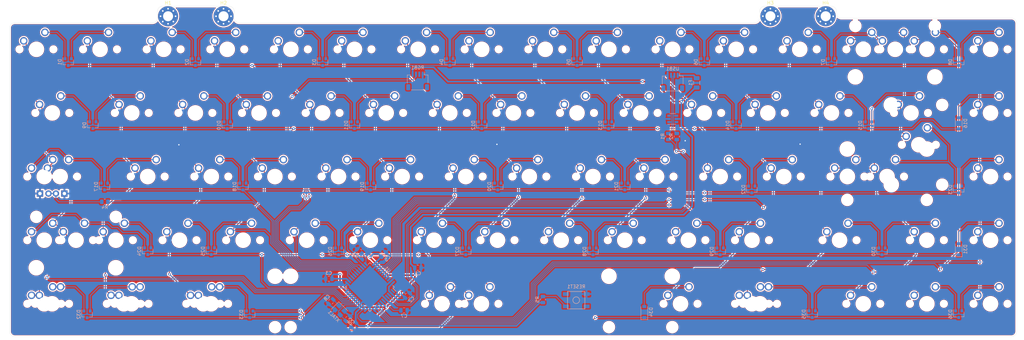
<source format=kicad_pcb>
(kicad_pcb (version 20171130) (host pcbnew "(5.1.9)-1")
  (layers (0 F.Cu signal) (31 B.Cu signal) (34 B.Paste user) (35 F.Paste user) (36 B.SilkS user) (37 F.SilkS user) (38 B.Mask user) (39 F.Mask user) (44 Edge.Cuts user))
  (net 0 "")
  (net 1 GND)
  (net 2 +5V)
  (net 3 "Net-(C7-Pad1)")
  (net 4 "Net-(C8-Pad1)")
  (net 5 "Net-(C9-Pad1)")
  (net 6 "Net-(D1-Pad2)")
  (net 7 "Net-(D2-Pad2)")
  (net 8 "Net-(D3-Pad2)")
  (net 9 "Net-(D4-Pad2)")
  (net 10 "Net-(D5-Pad2)")
  (net 11 "Net-(D6-Pad2)")
  (net 12 "Net-(D7-Pad2)")
  (net 13 "Net-(D8-Pad2)")
  (net 14 "Net-(D9-Pad2)")
  (net 15 "Net-(D10-Pad2)")
  (net 16 "Net-(D11-Pad2)")
  (net 17 "Net-(D12-Pad2)")
  (net 18 "Net-(D13-Pad2)")
  (net 19 "Net-(D14-Pad2)")
  (net 20 "Net-(D15-Pad2)")
  (net 21 "Net-(D16-Pad2)")
  (net 22 "Net-(D18-Pad2)")
  (net 23 "Net-(D19-Pad2)")
  (net 24 "Net-(D20-Pad2)")
  (net 25 "Net-(D21-Pad2)")
  (net 26 "Net-(D22-Pad2)")
  (net 27 "Net-(D23-Pad2)")
  (net 28 "Net-(D24-Pad2)")
  (net 29 "Net-(D25-Pad2)")
  (net 30 "Net-(D26-Pad2)")
  (net 31 "Net-(D27-Pad2)")
  (net 32 "Net-(D28-Pad2)")
  (net 33 "Net-(D29-Pad2)")
  (net 34 "Net-(D30-Pad2)")
  (net 35 "Net-(D31-Pad2)")
  (net 36 "Net-(D32-Pad2)")
  (net 37 "Net-(D33-Pad2)")
  (net 38 "Net-(D34-Pad2)")
  (net 39 "Net-(D35-Pad2)")
  (net 40 "Net-(D36-Pad2)")
  (net 41 VCC)
  (net 42 "Net-(R1-Pad2)")
  (net 43 "Net-(R2-Pad2)")
  (net 44 D+)
  (net 45 "Net-(R3-Pad2)")
  (net 46 D-)
  (net 47 RGB)
  (net 48 "Net-(RGB1-Pad2)")
  (net 49 "Net-(U1-Pad42)")
  (net 50 "Net-(U1-Pad12)")
  (net 51 "Net-(U1-Pad1)")
  (net 52 "Net-(U2-Pad6)")
  (net 53 "Net-(R4-Pad2)")
  (net 54 "Net-(R5-Pad1)")
  (net 55 "Net-(U2-Pad3)")
  (net 56 row0)
  (net 57 row1)
  (net 58 row2)
  (net 59 row3)
  (net 60 row4)
  (net 61 col13)
  (net 62 col0)
  (net 63 col1)
  (net 64 col2)
  (net 65 col3)
  (net 66 col4)
  (net 67 col5)
  (net 68 col6)
  (net 69 col7)
  (net 70 col8)
  (net 71 col9)
  (net 72 col10)
  (net 73 col11)
  (net 74 col12)
  (net 75 col14)
  (net 76 col15)
  (net 77 caps)
  (net 78 capsLED)
  (module Connector_JST:JST_SH_SM04B-SRSS-TB_1x04-1MP_P1.00mm_Horizontal (layer B.Cu) (at 262.763 102.87 180)
    (fp_text reference USB1 (at 0 3.98 180) (layer B.SilkS) (effects (justify mirror)))
    (fp_text value Conn_01x04)
    (pad 1 smd roundrect (at -1.5 2 180) (size 0.6 1.55) (layers B.Cu B.Paste B.Mask) (net 41 VCC))
    (pad 2 smd roundrect (at -0.5 2 180) (size 0.6 1.55) (layers B.Cu B.Paste B.Mask) (net 46 D-))
    (pad 3 smd roundrect (at 0.5 2 180) (size 0.6 1.55) (layers B.Cu B.Paste B.Mask) (net 44 D+))
    (pad 4 smd roundrect (at 1.5 2 180) (size 0.6 1.55) (layers B.Cu B.Paste B.Mask) (net 1 GND))
    (pad MP smd roundrect (at -2.8 -1.875 180) (size 1.2 1.8) (layers B.Cu B.Paste B.Mask) (roundrect_rratio 0.2083325))
    (pad MP smd roundrect (at 2.8 -1.875 180) (size 1.2 1.8) (layers B.Cu B.Paste B.Mask) (roundrect_rratio 0.2083325))
  )
  (module Connector_JST:JST_SH_SM04B-SRSS-TB_1x04-1MP_P1.00mm_Horizontal (layer B.Cu) (at 186.3725 102.5525 180)
    (fp_text reference RGB1 (at 0 3.98 180) (layer B.SilkS) (effects (justify mirror)))
    (fp_text value Conn_01x04)
    (pad 1 smd roundrect (at -1.5 2 180) (size 0.6 1.55) (layers B.Cu B.Paste B.Mask) (net 1 GND))
    (pad 2 smd roundrect (at -0.5 2 180) (size 0.6 1.55) (layers B.Cu B.Paste B.Mask) (net 48 "Net-(RGB1-Pad2)"))
    (pad 3 smd roundrect (at 0.5 2 180) (size 0.6 1.55) (layers B.Cu B.Paste B.Mask) (net 47 RGB))
    (pad 4 smd roundrect (at 1.5 2 180) (size 0.6 1.55) (layers B.Cu B.Paste B.Mask) (net 2 +5V))
    (pad MP smd roundrect (at -2.8 -1.875 180) (size 1.2 1.8) (layers B.Cu B.Paste B.Mask) (roundrect_rratio 0.2083325))
    (pad MP smd roundrect (at 2.8 -1.875 180) (size 1.2 1.8) (layers B.Cu B.Paste B.Mask) (roundrect_rratio 0.2083325))
  )
  (module MX_Only:MXOnly-1U-NoLED (layer F.Cu) (at 196.0118 112.1283)
    (fp_text reference MX25)
    (fp_text value MX-NoLED)
    (pad "" np_thru_hole circle (at 5.08 0 48.0996) (size 1.75 1.75) (drill 1.75) (layers *.Cu *.Mask))
    (pad "" np_thru_hole circle (at -5.08 0 48.0996) (size 1.75 1.75) (drill 1.75) (layers *.Cu *.Mask))
    (pad 1 thru_hole circle (at -3.81 -2.54) (size 2.25 2.25) (drill 1.47) (layers *.Cu B.Mask) (net 68 col6))
    (pad "" np_thru_hole circle (at 0 0) (size 3.9878 3.9878) (drill 3.9878) (layers *.Cu *.Mask))
    (pad 2 thru_hole circle (at 2.54 -5.08) (size 2.25 2.25) (drill 1.47) (layers *.Cu B.Mask) (net 17 "Net-(D12-Pad2)"))
  )
  (module MX_Only:MXOnly-1.75U (layer F.Cu) (at 79.3115 131.191)
    (fp_text reference MX36)
    (fp_text value MX-LED)
    (pad "" np_thru_hole circle (at 5.08 0 48.0996) (size 1.75 1.75) (drill 1.75) (layers *.Cu *.Mask))
    (pad "" np_thru_hole circle (at -5.08 0 48.0996) (size 1.75 1.75) (drill 1.75) (layers *.Cu *.Mask))
    (pad 4 thru_hole rect (at 1.27 5.08) (size 1.905 1.905) (drill 1.04) (layers *.Cu B.Mask) (net 1 GND))
    (pad 3 thru_hole circle (at -1.27 5.08) (size 1.905 1.905) (drill 1.04) (layers *.Cu B.Mask) (net 78 capsLED))
    (pad 1 thru_hole circle (at -3.81 -2.54) (size 2.25 2.25) (drill 1.47) (layers *.Cu B.Mask) (net 62 col0))
    (pad "" np_thru_hole circle (at 0 0) (size 3.9878 3.9878) (drill 3.9878) (layers *.Cu *.Mask))
    (pad 2 thru_hole circle (at 2.54 -5.08) (size 2.25 2.25) (drill 1.47) (layers *.Cu B.Mask) (net 77 caps))
  )
  (module custom_parts:MXOnly-1.25U-flipped-LED (layer F.Cu) (at 74.549 131.191)
    (fp_text reference MX34)
    (fp_text value MX-LED)
    (pad 3 thru_hole rect (at -1.28 5.08) (size 1.905 1.905) (drill 1.04) (layers *.Cu B.Mask) (net 1 GND))
    (pad "" np_thru_hole circle (at 5.08 0 48.0996) (size 1.75 1.75) (drill 1.75) (layers *.Cu *.Mask))
    (pad "" np_thru_hole circle (at -5.08 0 48.0996) (size 1.75 1.75) (drill 1.75) (layers *.Cu *.Mask))
    (pad 4 thru_hole circle (at 1.27 5.08) (size 1.905 1.905) (drill 1.04) (layers *.Cu B.Mask) (net 78 capsLED))
    (pad 1 thru_hole circle (at -3.81 -2.54) (size 2.25 2.25) (drill 1.47) (layers *.Cu B.Mask) (net 77 caps))
    (pad "" np_thru_hole circle (at 0 0) (size 3.9878 3.9878) (drill 3.9878) (layers *.Cu *.Mask))
    (pad 2 thru_hole circle (at 2.54 -5.08) (size 2.25 2.25) (drill 1.47) (layers *.Cu B.Mask) (net 62 col0))
  )
  (module MX_Only:MXOnly-1U-NoLED (layer F.Cu) (at 229.362 150.241)
    (fp_text reference MX59)
    (fp_text value MX-NoLED)
    (pad "" np_thru_hole circle (at 5.08 0 48.0996) (size 1.75 1.75) (drill 1.75) (layers *.Cu *.Mask))
    (pad "" np_thru_hole circle (at -5.08 0 48.0996) (size 1.75 1.75) (drill 1.75) (layers *.Cu *.Mask))
    (pad 1 thru_hole circle (at -3.81 -2.54) (size 2.25 2.25) (drill 1.47) (layers *.Cu B.Mask) (net 70 col8))
    (pad "" np_thru_hole circle (at 0 0) (size 3.9878 3.9878) (drill 3.9878) (layers *.Cu *.Mask))
    (pad 2 thru_hole circle (at 2.54 -5.08) (size 2.25 2.25) (drill 1.47) (layers *.Cu B.Mask) (net 32 "Net-(D28-Pad2)"))
  )
  (module MX_Only:MXOnly-1U-NoLED (layer F.Cu) (at 162.687 131.191)
    (fp_text reference MX40)
    (fp_text value MX-NoLED)
    (pad "" np_thru_hole circle (at 5.08 0 48.0996) (size 1.75 1.75) (drill 1.75) (layers *.Cu *.Mask))
    (pad "" np_thru_hole circle (at -5.08 0 48.0996) (size 1.75 1.75) (drill 1.75) (layers *.Cu *.Mask))
    (pad 1 thru_hole circle (at -3.81 -2.54) (size 2.25 2.25) (drill 1.47) (layers *.Cu B.Mask) (net 66 col4))
    (pad "" np_thru_hole circle (at 0 0) (size 3.9878 3.9878) (drill 3.9878) (layers *.Cu *.Mask))
    (pad 2 thru_hole circle (at 2.54 -5.08) (size 2.25 2.25) (drill 1.47) (layers *.Cu B.Mask) (net 23 "Net-(D19-Pad2)"))
  )
  (module Capacitor_SMD:C_0805_2012Metric (layer B.Cu) (at 176.175749 154.532251 45)
    (fp_text reference C5 (at 0 1.68 45) (layer B.SilkS) (effects (justify mirror)))
    (fp_text value 0.1uF)
    (pad 2 smd roundrect (at 0.95 0 45) (size 1 1.45) (layers B.Cu B.Paste B.Mask) (net 1 GND))
    (pad 1 smd roundrect (at -0.95 0 45) (size 1 1.45) (layers B.Cu B.Paste B.Mask) (net 2 +5V))
  )
  (module Diode_SMD:D_SOD-123 (layer B.Cu) (at 254.254 171.7675 90)
    (fp_text reference D34 (at 0 2 90) (layer B.SilkS) (effects (justify mirror)))
    (fp_text value D_Small)
    (pad 2 smd rect (at 1.65 0 90) (size 0.9 1.2) (layers B.Cu B.Paste B.Mask) (net 38 "Net-(D34-Pad2)"))
    (pad 1 smd rect (at -1.65 0 90) (size 0.9 1.2) (layers B.Cu B.Paste B.Mask) (net 60 row4))
  )
  (module Diode_SMD:D_SOD-123 (layer B.Cu) (at 348.4245 152.9715 90)
    (fp_text reference D31 (at 0 2 270) (layer B.SilkS) (effects (justify mirror)))
    (fp_text value D_Small)
    (pad 2 smd rect (at 1.65 0 90) (size 0.9 1.2) (layers B.Cu B.Paste B.Mask) (net 35 "Net-(D31-Pad2)"))
    (pad 1 smd rect (at -1.65 0 90) (size 0.9 1.2) (layers B.Cu B.Paste B.Mask) (net 59 row3))
  )
  (module Diode_SMD:D_SOD-123 (layer B.Cu) (at 348.4245 115.2525 90)
    (fp_text reference D16 (at 0 2 90) (layer B.SilkS) (effects (justify mirror)))
    (fp_text value D_Small)
    (pad 2 smd rect (at 1.65 0 90) (size 0.9 1.2) (layers B.Cu B.Paste B.Mask) (net 21 "Net-(D16-Pad2)"))
    (pad 1 smd rect (at -1.65 0 90) (size 0.9 1.2) (layers B.Cu B.Paste B.Mask) (net 57 row1))
  )
  (module custom_parts:D_SOT-23_ANK (layer B.Cu) (at 348.4245 172.4025 270)
    (fp_text reference D36 (at 0 2.5 270) (layer B.SilkS) (effects (justify mirror)))
    (fp_text value D_Small)
    (pad 1 smd rect (at 1 0 270) (size 0.9 0.8) (layers B.Cu B.Paste B.Mask) (net 60 row4))
    (pad 2 smd rect (at -1 -0.95 270) (size 0.9 0.8) (layers B.Cu B.Paste B.Mask) (net 40 "Net-(D36-Pad2)"))
    (pad 2 smd rect (at -1 0.95 270) (size 0.9 0.8) (layers B.Cu B.Paste B.Mask) (net 40 "Net-(D36-Pad2)"))
  )
  (module custom_parts:D_SOT-23_ANK (layer B.Cu) (at 304.546 172.4025 270)
    (fp_text reference D35 (at 0 2.5 90) (layer B.SilkS) (effects (justify mirror)))
    (fp_text value D_Small)
    (pad 1 smd rect (at 1 0 270) (size 0.9 0.8) (layers B.Cu B.Paste B.Mask) (net 60 row4))
    (pad 2 smd rect (at -1 -0.95 270) (size 0.9 0.8) (layers B.Cu B.Paste B.Mask) (net 39 "Net-(D35-Pad2)"))
    (pad 2 smd rect (at -1 0.95 270) (size 0.9 0.8) (layers B.Cu B.Paste B.Mask) (net 39 "Net-(D35-Pad2)"))
  )
  (module custom_parts:D_SOT-23_ANK (layer B.Cu) (at 136.0805 172.466 270)
    (fp_text reference D33 (at 0 2.5 270) (layer B.SilkS) (effects (justify mirror)))
    (fp_text value D_Small)
    (pad 1 smd rect (at 1 0 270) (size 0.9 0.8) (layers B.Cu B.Paste B.Mask) (net 60 row4))
    (pad 2 smd rect (at -1 -0.95 270) (size 0.9 0.8) (layers B.Cu B.Paste B.Mask) (net 37 "Net-(D33-Pad2)"))
    (pad 2 smd rect (at -1 0.95 270) (size 0.9 0.8) (layers B.Cu B.Paste B.Mask) (net 37 "Net-(D33-Pad2)"))
  )
  (module custom_parts:D_SOT-23_ANK (layer B.Cu) (at 87.376 172.466 270)
    (fp_text reference D32 (at 0 2.5 90) (layer B.SilkS) (effects (justify mirror)))
    (fp_text value D_Small)
    (pad 1 smd rect (at 1 0 270) (size 0.9 0.8) (layers B.Cu B.Paste B.Mask) (net 60 row4))
    (pad 2 smd rect (at -1 -0.95 270) (size 0.9 0.8) (layers B.Cu B.Paste B.Mask) (net 36 "Net-(D32-Pad2)"))
    (pad 2 smd rect (at -1 0.95 270) (size 0.9 0.8) (layers B.Cu B.Paste B.Mask) (net 36 "Net-(D32-Pad2)"))
  )
  (module custom_parts:D_SOT-23_ANK (layer B.Cu) (at 325.4375 153.6065 270)
    (fp_text reference D30 (at 0 2.5 90) (layer B.SilkS) (effects (justify mirror)))
    (fp_text value D_Small)
    (pad 1 smd rect (at 1 0 270) (size 0.9 0.8) (layers B.Cu B.Paste B.Mask) (net 59 row3))
    (pad 2 smd rect (at -1 -0.95 270) (size 0.9 0.8) (layers B.Cu B.Paste B.Mask) (net 34 "Net-(D30-Pad2)"))
    (pad 2 smd rect (at -1 0.95 270) (size 0.9 0.8) (layers B.Cu B.Paste B.Mask) (net 34 "Net-(D30-Pad2)"))
  )
  (module custom_parts:D_SOT-23_ANK (layer B.Cu) (at 276.987 153.6065 270)
    (fp_text reference D29 (at 0 2.5 90) (layer B.SilkS) (effects (justify mirror)))
    (fp_text value D_Small)
    (pad 1 smd rect (at 1 0 270) (size 0.9 0.8) (layers B.Cu B.Paste B.Mask) (net 59 row3))
    (pad 2 smd rect (at -1 -0.95 270) (size 0.9 0.8) (layers B.Cu B.Paste B.Mask) (net 33 "Net-(D29-Pad2)"))
    (pad 2 smd rect (at -1 0.95 270) (size 0.9 0.8) (layers B.Cu B.Paste B.Mask) (net 33 "Net-(D29-Pad2)"))
  )
  (module custom_parts:D_SOT-23_ANK (layer B.Cu) (at 238.887 153.6065 270)
    (fp_text reference D28 (at 0 2.5 90) (layer B.SilkS) (effects (justify mirror)))
    (fp_text value D_Small)
    (pad 1 smd rect (at 1 0 270) (size 0.9 0.8) (layers B.Cu B.Paste B.Mask) (net 59 row3))
    (pad 2 smd rect (at -1 -0.95 270) (size 0.9 0.8) (layers B.Cu B.Paste B.Mask) (net 32 "Net-(D28-Pad2)"))
    (pad 2 smd rect (at -1 0.95 270) (size 0.9 0.8) (layers B.Cu B.Paste B.Mask) (net 32 "Net-(D28-Pad2)"))
  )
  (module custom_parts:D_SOT-23_ANK (layer B.Cu) (at 200.787 153.6065 270)
    (fp_text reference D27 (at 0 2.5 90) (layer B.SilkS) (effects (justify mirror)))
    (fp_text value D_Small)
    (pad 1 smd rect (at 1 0 270) (size 0.9 0.8) (layers B.Cu B.Paste B.Mask) (net 59 row3))
    (pad 2 smd rect (at -1 -0.95 270) (size 0.9 0.8) (layers B.Cu B.Paste B.Mask) (net 31 "Net-(D27-Pad2)"))
    (pad 2 smd rect (at -1 0.95 270) (size 0.9 0.8) (layers B.Cu B.Paste B.Mask) (net 31 "Net-(D27-Pad2)"))
  )
  (module custom_parts:D_SOT-23_ANK (layer B.Cu) (at 162.687 153.6065 270)
    (fp_text reference D26 (at 0 2.5 90) (layer B.SilkS) (effects (justify mirror)))
    (fp_text value D_Small)
    (pad 1 smd rect (at 1 0 270) (size 0.9 0.8) (layers B.Cu B.Paste B.Mask) (net 59 row3))
    (pad 2 smd rect (at -1 -0.95 270) (size 0.9 0.8) (layers B.Cu B.Paste B.Mask) (net 30 "Net-(D26-Pad2)"))
    (pad 2 smd rect (at -1 0.95 270) (size 0.9 0.8) (layers B.Cu B.Paste B.Mask) (net 30 "Net-(D26-Pad2)"))
  )
  (module custom_parts:D_SOT-23_ANK (layer B.Cu) (at 124.587 153.543 270)
    (fp_text reference D25 (at 0 2.5 90) (layer B.SilkS) (effects (justify mirror)))
    (fp_text value D_Small)
    (pad 1 smd rect (at 1 0 270) (size 0.9 0.8) (layers B.Cu B.Paste B.Mask) (net 59 row3))
    (pad 2 smd rect (at -1 -0.95 270) (size 0.9 0.8) (layers B.Cu B.Paste B.Mask) (net 29 "Net-(D25-Pad2)"))
    (pad 2 smd rect (at -1 0.95 270) (size 0.9 0.8) (layers B.Cu B.Paste B.Mask) (net 29 "Net-(D25-Pad2)"))
  )
  (module custom_parts:D_SOT-23_ANK (layer B.Cu) (at 105.537 153.543 270)
    (fp_text reference D24 (at 0 2.5 270) (layer B.SilkS) (effects (justify mirror)))
    (fp_text value D_Small)
    (pad 1 smd rect (at 1 0 270) (size 0.9 0.8) (layers B.Cu B.Paste B.Mask) (net 59 row3))
    (pad 2 smd rect (at -1 -0.95 270) (size 0.9 0.8) (layers B.Cu B.Paste B.Mask) (net 28 "Net-(D24-Pad2)"))
    (pad 2 smd rect (at -1 0.95 270) (size 0.9 0.8) (layers B.Cu B.Paste B.Mask) (net 28 "Net-(D24-Pad2)"))
  )
  (module custom_parts:D_SOT-23_ANK (layer B.Cu) (at 348.4245 135.0645 270)
    (fp_text reference D23 (at 0 2.5 90) (layer B.SilkS) (effects (justify mirror)))
    (fp_text value D_Small)
    (pad 1 smd rect (at 1 0 270) (size 0.9 0.8) (layers B.Cu B.Paste B.Mask) (net 58 row2))
    (pad 2 smd rect (at -1 -0.95 270) (size 0.9 0.8) (layers B.Cu B.Paste B.Mask) (net 27 "Net-(D23-Pad2)"))
    (pad 2 smd rect (at -1 0.95 270) (size 0.9 0.8) (layers B.Cu B.Paste B.Mask) (net 27 "Net-(D23-Pad2)"))
  )
  (module custom_parts:D_SOT-23_ANK (layer B.Cu) (at 286.4485 135.0645 270)
    (fp_text reference D22 (at 0 2.5 90) (layer B.SilkS) (effects (justify mirror)))
    (fp_text value D_Small)
    (pad 1 smd rect (at 1 0 270) (size 0.9 0.8) (layers B.Cu B.Paste B.Mask) (net 58 row2))
    (pad 2 smd rect (at -1 -0.95 270) (size 0.9 0.8) (layers B.Cu B.Paste B.Mask) (net 26 "Net-(D22-Pad2)"))
    (pad 2 smd rect (at -1 0.95 270) (size 0.9 0.8) (layers B.Cu B.Paste B.Mask) (net 26 "Net-(D22-Pad2)"))
  )
  (module custom_parts:D_SOT-23_ANK (layer B.Cu) (at 248.412 134.1755 270)
    (fp_text reference D21 (at 0 2.5 90) (layer B.SilkS) (effects (justify mirror)))
    (fp_text value D_Small)
    (pad 1 smd rect (at 1 0 270) (size 0.9 0.8) (layers B.Cu B.Paste B.Mask) (net 58 row2))
    (pad 2 smd rect (at -1 -0.95 270) (size 0.9 0.8) (layers B.Cu B.Paste B.Mask) (net 25 "Net-(D21-Pad2)"))
    (pad 2 smd rect (at -1 0.95 270) (size 0.9 0.8) (layers B.Cu B.Paste B.Mask) (net 25 "Net-(D21-Pad2)"))
  )
  (module custom_parts:D_SOT-23_ANK (layer B.Cu) (at 210.3755 134.1755 270)
    (fp_text reference D20 (at 0 2.5 90) (layer B.SilkS) (effects (justify mirror)))
    (fp_text value D_Small)
    (pad 1 smd rect (at 1 0 270) (size 0.9 0.8) (layers B.Cu B.Paste B.Mask) (net 58 row2))
    (pad 2 smd rect (at -1 -0.95 270) (size 0.9 0.8) (layers B.Cu B.Paste B.Mask) (net 24 "Net-(D20-Pad2)"))
    (pad 2 smd rect (at -1 0.95 270) (size 0.9 0.8) (layers B.Cu B.Paste B.Mask) (net 24 "Net-(D20-Pad2)"))
  )
  (module custom_parts:D_SOT-23_ANK (layer B.Cu) (at 172.2755 134.1755 270)
    (fp_text reference D19 (at 0 2.5 90) (layer B.SilkS) (effects (justify mirror)))
    (fp_text value D_Small)
    (pad 1 smd rect (at 1 0 270) (size 0.9 0.8) (layers B.Cu B.Paste B.Mask) (net 58 row2))
    (pad 2 smd rect (at -1 -0.95 270) (size 0.9 0.8) (layers B.Cu B.Paste B.Mask) (net 23 "Net-(D19-Pad2)"))
    (pad 2 smd rect (at -1 0.95 270) (size 0.9 0.8) (layers B.Cu B.Paste B.Mask) (net 23 "Net-(D19-Pad2)"))
  )
  (module custom_parts:D_SOT-23_ANK (layer B.Cu) (at 134.0485 134.1755 270)
    (fp_text reference D18 (at 0 2.5 90) (layer B.SilkS) (effects (justify mirror)))
    (fp_text value D_Small)
    (pad 1 smd rect (at 1 0 270) (size 0.9 0.8) (layers B.Cu B.Paste B.Mask) (net 58 row2))
    (pad 2 smd rect (at -1 -0.95 270) (size 0.9 0.8) (layers B.Cu B.Paste B.Mask) (net 22 "Net-(D18-Pad2)"))
    (pad 2 smd rect (at -1 0.95 270) (size 0.9 0.8) (layers B.Cu B.Paste B.Mask) (net 22 "Net-(D18-Pad2)"))
  )
  (module custom_parts:D_SOT-23_ANK (layer B.Cu) (at 92.583 134.1755 270)
    (fp_text reference D17 (at 0 2.5 90) (layer B.SilkS) (effects (justify mirror)))
    (fp_text value D_Small)
    (pad 1 smd rect (at 1 0 270) (size 0.9 0.8) (layers B.Cu B.Paste B.Mask) (net 58 row2))
    (pad 2 smd rect (at -1 -0.95 270) (size 0.9 0.8) (layers B.Cu B.Paste B.Mask) (net 77 caps))
    (pad 2 smd rect (at -1 0.95 270) (size 0.9 0.8) (layers B.Cu B.Paste B.Mask) (net 77 caps))
  )
  (module custom_parts:D_SOT-23_ANK (layer B.Cu) (at 321.437 115.824 270)
    (fp_text reference D15 (at 0 2.5 90) (layer B.SilkS) (effects (justify mirror)))
    (fp_text value D_Small)
    (pad 1 smd rect (at 1 0 270) (size 0.9 0.8) (layers B.Cu B.Paste B.Mask) (net 57 row1))
    (pad 2 smd rect (at -1 -0.95 270) (size 0.9 0.8) (layers B.Cu B.Paste B.Mask) (net 20 "Net-(D15-Pad2)"))
    (pad 2 smd rect (at -1 0.95 270) (size 0.9 0.8) (layers B.Cu B.Paste B.Mask) (net 20 "Net-(D15-Pad2)"))
  )
  (module custom_parts:D_SOT-23_ANK (layer B.Cu) (at 281.7495 115.824 270)
    (fp_text reference D14 (at 0 2.5 90) (layer B.SilkS) (effects (justify mirror)))
    (fp_text value D_Small)
    (pad 1 smd rect (at 1 0 270) (size 0.9 0.8) (layers B.Cu B.Paste B.Mask) (net 57 row1))
    (pad 2 smd rect (at -1 -0.95 270) (size 0.9 0.8) (layers B.Cu B.Paste B.Mask) (net 19 "Net-(D14-Pad2)"))
    (pad 2 smd rect (at -1 0.95 270) (size 0.9 0.8) (layers B.Cu B.Paste B.Mask) (net 19 "Net-(D14-Pad2)"))
  )
  (module custom_parts:D_SOT-23_ANK (layer B.Cu) (at 243.586 115.824 270)
    (fp_text reference D13 (at 0 2.5 90) (layer B.SilkS) (effects (justify mirror)))
    (fp_text value D_Small)
    (pad 1 smd rect (at 1 0 270) (size 0.9 0.8) (layers B.Cu B.Paste B.Mask) (net 57 row1))
    (pad 2 smd rect (at -1 -0.95 270) (size 0.9 0.8) (layers B.Cu B.Paste B.Mask) (net 18 "Net-(D13-Pad2)"))
    (pad 2 smd rect (at -1 0.95 270) (size 0.9 0.8) (layers B.Cu B.Paste B.Mask) (net 18 "Net-(D13-Pad2)"))
  )
  (module custom_parts:D_SOT-23_ANK (layer B.Cu) (at 205.5495 115.824 270)
    (fp_text reference D12 (at 0 2.5 90) (layer B.SilkS) (effects (justify mirror)))
    (fp_text value D_Small)
    (pad 1 smd rect (at 1 0 270) (size 0.9 0.8) (layers B.Cu B.Paste B.Mask) (net 57 row1))
    (pad 2 smd rect (at -1 -0.95 270) (size 0.9 0.8) (layers B.Cu B.Paste B.Mask) (net 17 "Net-(D12-Pad2)"))
    (pad 2 smd rect (at -1 0.95 270) (size 0.9 0.8) (layers B.Cu B.Paste B.Mask) (net 17 "Net-(D12-Pad2)"))
  )
  (module custom_parts:D_SOT-23_ANK (layer B.Cu) (at 167.4495 115.824 270)
    (fp_text reference D11 (at 0 2.5 90) (layer B.SilkS) (effects (justify mirror)))
    (fp_text value D_Small)
    (pad 1 smd rect (at 1 0 270) (size 0.9 0.8) (layers B.Cu B.Paste B.Mask) (net 57 row1))
    (pad 2 smd rect (at -1 -0.95 270) (size 0.9 0.8) (layers B.Cu B.Paste B.Mask) (net 16 "Net-(D11-Pad2)"))
    (pad 2 smd rect (at -1 0.95 270) (size 0.9 0.8) (layers B.Cu B.Paste B.Mask) (net 16 "Net-(D11-Pad2)"))
  )
  (module custom_parts:D_SOT-23_ANK (layer B.Cu) (at 129.3495 115.824 270)
    (fp_text reference D10 (at 0 2.5 90) (layer B.SilkS) (effects (justify mirror)))
    (fp_text value D_Small)
    (pad 1 smd rect (at 1 0 270) (size 0.9 0.8) (layers B.Cu B.Paste B.Mask) (net 57 row1))
    (pad 2 smd rect (at -1 -0.95 270) (size 0.9 0.8) (layers B.Cu B.Paste B.Mask) (net 15 "Net-(D10-Pad2)"))
    (pad 2 smd rect (at -1 0.95 270) (size 0.9 0.8) (layers B.Cu B.Paste B.Mask) (net 15 "Net-(D10-Pad2)"))
  )
  (module custom_parts:D_SOT-23_ANK (layer B.Cu) (at 89.093 115.808 270)
    (fp_text reference D9 (at 0 2.5 90) (layer B.SilkS) (effects (justify mirror)))
    (fp_text value D_Small)
    (pad 1 smd rect (at 1 0 270) (size 0.9 0.8) (layers B.Cu B.Paste B.Mask) (net 57 row1))
    (pad 2 smd rect (at -1 -0.95 270) (size 0.9 0.8) (layers B.Cu B.Paste B.Mask) (net 14 "Net-(D9-Pad2)"))
    (pad 2 smd rect (at -1 0.95 270) (size 0.9 0.8) (layers B.Cu B.Paste B.Mask) (net 14 "Net-(D9-Pad2)"))
  )
  (module custom_parts:D_SOT-23_ANK (layer B.Cu) (at 348.4245 96.901 270)
    (fp_text reference D8 (at 0 2.5 90) (layer B.SilkS) (effects (justify mirror)))
    (fp_text value D_Small)
    (pad 1 smd rect (at 1 0 270) (size 0.9 0.8) (layers B.Cu B.Paste B.Mask) (net 56 row0))
    (pad 2 smd rect (at -1 -0.95 270) (size 0.9 0.8) (layers B.Cu B.Paste B.Mask) (net 13 "Net-(D8-Pad2)"))
    (pad 2 smd rect (at -1 0.95 270) (size 0.9 0.8) (layers B.Cu B.Paste B.Mask) (net 13 "Net-(D8-Pad2)"))
  )
  (module custom_parts:D_SOT-23_ANK (layer B.Cu) (at 310.3245 96.901 270)
    (fp_text reference D7 (at 0 2.5 90) (layer B.SilkS) (effects (justify mirror)))
    (fp_text value D_Small)
    (pad 1 smd rect (at 1 0 270) (size 0.9 0.8) (layers B.Cu B.Paste B.Mask) (net 56 row0))
    (pad 2 smd rect (at -1 -0.95 270) (size 0.9 0.8) (layers B.Cu B.Paste B.Mask) (net 12 "Net-(D7-Pad2)"))
    (pad 2 smd rect (at -1 0.95 270) (size 0.9 0.8) (layers B.Cu B.Paste B.Mask) (net 12 "Net-(D7-Pad2)"))
  )
  (module custom_parts:D_SOT-23_ANK (layer B.Cu) (at 272.2245 96.901 270)
    (fp_text reference D6 (at 0 2.5 90) (layer B.SilkS) (effects (justify mirror)))
    (fp_text value D_Small)
    (pad 1 smd rect (at 1 0 270) (size 0.9 0.8) (layers B.Cu B.Paste B.Mask) (net 56 row0))
    (pad 2 smd rect (at -1 -0.95 270) (size 0.9 0.8) (layers B.Cu B.Paste B.Mask) (net 11 "Net-(D6-Pad2)"))
    (pad 2 smd rect (at -1 0.95 270) (size 0.9 0.8) (layers B.Cu B.Paste B.Mask) (net 11 "Net-(D6-Pad2)"))
  )
  (module custom_parts:D_SOT-23_ANK (layer B.Cu) (at 234.1245 96.901 270)
    (fp_text reference D5 (at 0 2.5 90) (layer B.SilkS) (effects (justify mirror)))
    (fp_text value D_Small)
    (pad 1 smd rect (at 1 0 270) (size 0.9 0.8) (layers B.Cu B.Paste B.Mask) (net 56 row0))
    (pad 2 smd rect (at -1 -0.95 270) (size 0.9 0.8) (layers B.Cu B.Paste B.Mask) (net 10 "Net-(D5-Pad2)"))
    (pad 2 smd rect (at -1 0.95 270) (size 0.9 0.8) (layers B.Cu B.Paste B.Mask) (net 10 "Net-(D5-Pad2)"))
  )
  (module custom_parts:D_SOT-23_ANK (layer B.Cu) (at 196.0245 96.901 270)
    (fp_text reference D4 (at 0 2.5 90) (layer B.SilkS) (effects (justify mirror)))
    (fp_text value D_Small)
    (pad 1 smd rect (at 1 0 270) (size 0.9 0.8) (layers B.Cu B.Paste B.Mask) (net 56 row0))
    (pad 2 smd rect (at -1 -0.95 270) (size 0.9 0.8) (layers B.Cu B.Paste B.Mask) (net 9 "Net-(D4-Pad2)"))
    (pad 2 smd rect (at -1 0.95 270) (size 0.9 0.8) (layers B.Cu B.Paste B.Mask) (net 9 "Net-(D4-Pad2)"))
  )
  (module custom_parts:D_SOT-23_ANK (layer B.Cu) (at 157.9245 96.901 270)
    (fp_text reference D3 (at 0 2.5 90) (layer B.SilkS) (effects (justify mirror)))
    (fp_text value D_Small)
    (pad 1 smd rect (at 1 0 270) (size 0.9 0.8) (layers B.Cu B.Paste B.Mask) (net 56 row0))
    (pad 2 smd rect (at -1 -0.95 270) (size 0.9 0.8) (layers B.Cu B.Paste B.Mask) (net 8 "Net-(D3-Pad2)"))
    (pad 2 smd rect (at -1 0.95 270) (size 0.9 0.8) (layers B.Cu B.Paste B.Mask) (net 8 "Net-(D3-Pad2)"))
  )
  (module custom_parts:D_SOT-23_ANK (layer B.Cu) (at 119.8245 96.901 270)
    (fp_text reference D2 (at 0 2.5 90) (layer B.SilkS) (effects (justify mirror)))
    (fp_text value D_Small)
    (pad 1 smd rect (at 1 0 270) (size 0.9 0.8) (layers B.Cu B.Paste B.Mask) (net 56 row0))
    (pad 2 smd rect (at -1 -0.95 270) (size 0.9 0.8) (layers B.Cu B.Paste B.Mask) (net 7 "Net-(D2-Pad2)"))
    (pad 2 smd rect (at -1 0.95 270) (size 0.9 0.8) (layers B.Cu B.Paste B.Mask) (net 7 "Net-(D2-Pad2)"))
  )
  (module custom_parts:D_SOT-23_ANK (layer B.Cu) (at 81.7245 96.901 270)
    (fp_text reference D1 (at 0 2.5 90) (layer B.SilkS) (effects (justify mirror)))
    (fp_text value D_Small)
    (pad 1 smd rect (at 1 0 270) (size 0.9 0.8) (layers B.Cu B.Paste B.Mask) (net 56 row0))
    (pad 2 smd rect (at -1 -0.95 270) (size 0.9 0.8) (layers B.Cu B.Paste B.Mask) (net 6 "Net-(D1-Pad2)"))
    (pad 2 smd rect (at -1 0.95 270) (size 0.9 0.8) (layers B.Cu B.Paste B.Mask) (net 6 "Net-(D1-Pad2)"))
  )
  (module MX_Only:MXOnly-1.5U-NoLED (layer F.Cu) (at 286.512 169.291)
    (fp_text reference MX70)
    (fp_text value MX-NoLED)
    (pad "" np_thru_hole circle (at 5.08 0 48.0996) (size 1.75 1.75) (drill 1.75) (layers *.Cu *.Mask))
    (pad "" np_thru_hole circle (at -5.08 0 48.0996) (size 1.75 1.75) (drill 1.75) (layers *.Cu *.Mask))
    (pad 1 thru_hole circle (at -3.81 -2.54) (size 2.25 2.25) (drill 1.47) (layers *.Cu B.Mask) (net 74 col12))
    (pad "" np_thru_hole circle (at 0 0) (size 3.9878 3.9878) (drill 3.9878) (layers *.Cu *.Mask))
    (pad 2 thru_hole circle (at 2.54 -5.08) (size 2.25 2.25) (drill 1.47) (layers *.Cu B.Mask) (net 39 "Net-(D35-Pad2)"))
  )
  (module MX_Only:MXOnly-1.25U-NoLED (layer F.Cu) (at 288.925 169.291)
    (fp_text reference MX76)
    (fp_text value MX-NoLED)
    (pad "" np_thru_hole circle (at 5.08 0 48.0996) (size 1.75 1.75) (drill 1.75) (layers *.Cu *.Mask))
    (pad "" np_thru_hole circle (at -5.08 0 48.0996) (size 1.75 1.75) (drill 1.75) (layers *.Cu *.Mask))
    (pad 1 thru_hole circle (at -3.81 -2.54) (size 2.25 2.25) (drill 1.47) (layers *.Cu B.Mask) (net 74 col12))
    (pad "" np_thru_hole circle (at 0 0) (size 3.9878 3.9878) (drill 3.9878) (layers *.Cu *.Mask))
    (pad 2 thru_hole circle (at 2.54 -5.08) (size 2.25 2.25) (drill 1.47) (layers *.Cu B.Mask) (net 39 "Net-(D35-Pad2)"))
  )
  (module MX_Only:MXOnly-1.25U-NoLED (layer F.Cu) (at 265.1125 169.291)
    (fp_text reference MX75)
    (fp_text value MX-NoLED)
    (pad "" np_thru_hole circle (at 5.08 0 48.0996) (size 1.75 1.75) (drill 1.75) (layers *.Cu *.Mask))
    (pad "" np_thru_hole circle (at -5.08 0 48.0996) (size 1.75 1.75) (drill 1.75) (layers *.Cu *.Mask))
    (pad 1 thru_hole circle (at -3.81 -2.54) (size 2.25 2.25) (drill 1.47) (layers *.Cu B.Mask) (net 73 col11))
    (pad "" np_thru_hole circle (at 0 0) (size 3.9878 3.9878) (drill 3.9878) (layers *.Cu *.Mask))
    (pad 2 thru_hole circle (at 2.54 -5.08) (size 2.25 2.25) (drill 1.47) (layers *.Cu B.Mask) (net 38 "Net-(D34-Pad2)"))
  )
  (module MX_Only:MXOnly-7U-ReversedStabilizers-NoLED (layer F.Cu) (at 205.486 169.291)
    (fp_text reference MX69)
    (fp_text value MX-NoLED)
    (pad "" np_thru_hole circle (at 57.15 -8.255) (size 3.9878 3.9878) (drill 3.9878) (layers *.Cu *.Mask))
    (pad "" np_thru_hole circle (at -57.15 -8.255) (size 3.9878 3.9878) (drill 3.9878) (layers *.Cu *.Mask))
    (pad "" np_thru_hole circle (at 57.15 6.985) (size 3.048 3.048) (drill 3.048) (layers *.Cu *.Mask))
    (pad "" np_thru_hole circle (at -57.15 6.985) (size 3.048 3.048) (drill 3.048) (layers *.Cu *.Mask))
    (pad "" np_thru_hole circle (at 5.08 0 48.0996) (size 1.75 1.75) (drill 1.75) (layers *.Cu *.Mask))
    (pad "" np_thru_hole circle (at -5.08 0 48.0996) (size 1.75 1.75) (drill 1.75) (layers *.Cu *.Mask))
    (pad 1 thru_hole circle (at -3.81 -2.54) (size 2.25 2.25) (drill 1.47) (layers *.Cu B.Mask) (net 37 "Net-(D33-Pad2)"))
    (pad "" np_thru_hole circle (at 0 0) (size 3.9878 3.9878) (drill 3.9878) (layers *.Cu *.Mask))
    (pad 2 thru_hole circle (at 2.54 -5.08) (size 2.25 2.25) (drill 1.47) (layers *.Cu B.Mask) (net 68 col6))
  )
  (module MX_Only:MXOnly-1.5U-NoLED (layer F.Cu) (at 124.5235 169.291)
    (fp_text reference MX68)
    (fp_text value MX-NoLED)
    (pad "" np_thru_hole circle (at 5.08 0 48.0996) (size 1.75 1.75) (drill 1.75) (layers *.Cu *.Mask))
    (pad "" np_thru_hole circle (at -5.08 0 48.0996) (size 1.75 1.75) (drill 1.75) (layers *.Cu *.Mask))
    (pad 1 thru_hole circle (at -3.81 -2.54) (size 2.25 2.25) (drill 1.47) (layers *.Cu B.Mask) (net 64 col2))
    (pad "" np_thru_hole circle (at 0 0) (size 3.9878 3.9878) (drill 3.9878) (layers *.Cu *.Mask))
    (pad 2 thru_hole circle (at 2.54 -5.08) (size 2.25 2.25) (drill 1.47) (layers *.Cu B.Mask) (net 37 "Net-(D33-Pad2)"))
  )
  (module MX_Only:MXOnly-1.5U-NoLED (layer F.Cu) (at 76.8985 169.291)
    (fp_text reference MX66)
    (fp_text value MX-NoLED)
    (pad "" np_thru_hole circle (at 5.08 0 48.0996) (size 1.75 1.75) (drill 1.75) (layers *.Cu *.Mask))
    (pad "" np_thru_hole circle (at -5.08 0 48.0996) (size 1.75 1.75) (drill 1.75) (layers *.Cu *.Mask))
    (pad 1 thru_hole circle (at -3.81 -2.54) (size 2.25 2.25) (drill 1.47) (layers *.Cu B.Mask) (net 62 col0))
    (pad "" np_thru_hole circle (at 0 0) (size 3.9878 3.9878) (drill 3.9878) (layers *.Cu *.Mask))
    (pad 2 thru_hole circle (at 2.54 -5.08) (size 2.25 2.25) (drill 1.47) (layers *.Cu B.Mask) (net 36 "Net-(D32-Pad2)"))
  )
  (module MX_Only:MXOnly-6.25U-ReversedStabilizers-NoLED (layer F.Cu) (at 193.675 169.291)
    (fp_text reference MX74)
    (fp_text value MX-NoLED)
    (pad "" np_thru_hole circle (at 49.9999 -8.255) (size 3.9878 3.9878) (drill 3.9878) (layers *.Cu *.Mask))
    (pad "" np_thru_hole circle (at -49.9999 -8.255) (size 3.9878 3.9878) (drill 3.9878) (layers *.Cu *.Mask))
    (pad "" np_thru_hole circle (at 49.9999 6.985) (size 3.048 3.048) (drill 3.048) (layers *.Cu *.Mask))
    (pad "" np_thru_hole circle (at -49.9999 6.985) (size 3.048 3.048) (drill 3.048) (layers *.Cu *.Mask))
    (pad "" np_thru_hole circle (at 5.08 0 48.0996) (size 1.75 1.75) (drill 1.75) (layers *.Cu *.Mask))
    (pad "" np_thru_hole circle (at -5.08 0 48.0996) (size 1.75 1.75) (drill 1.75) (layers *.Cu *.Mask))
    (pad 1 thru_hole circle (at -3.81 -2.54) (size 2.25 2.25) (drill 1.47) (layers *.Cu B.Mask) (net 68 col6))
    (pad "" np_thru_hole circle (at 0 0) (size 3.9878 3.9878) (drill 3.9878) (layers *.Cu *.Mask))
    (pad 2 thru_hole circle (at 2.54 -5.08) (size 2.25 2.25) (drill 1.47) (layers *.Cu B.Mask) (net 37 "Net-(D33-Pad2)"))
  )
  (module MX_Only:MXOnly-1.25U-NoLED (layer F.Cu) (at 122.174 169.291)
    (fp_text reference MX73)
    (fp_text value MX-NoLED)
    (pad "" np_thru_hole circle (at 5.08 0 48.0996) (size 1.75 1.75) (drill 1.75) (layers *.Cu *.Mask))
    (pad "" np_thru_hole circle (at -5.08 0 48.0996) (size 1.75 1.75) (drill 1.75) (layers *.Cu *.Mask))
    (pad 1 thru_hole circle (at -3.81 -2.54) (size 2.25 2.25) (drill 1.47) (layers *.Cu B.Mask) (net 64 col2))
    (pad "" np_thru_hole circle (at 0 0) (size 3.9878 3.9878) (drill 3.9878) (layers *.Cu *.Mask))
    (pad 2 thru_hole circle (at 2.54 -5.08) (size 2.25 2.25) (drill 1.47) (layers *.Cu B.Mask) (net 37 "Net-(D33-Pad2)"))
  )
  (module MX_Only:MXOnly-1.25U-NoLED (layer F.Cu) (at 98.3615 169.291)
    (fp_text reference MX72)
    (fp_text value MX-NoLED)
    (pad "" np_thru_hole circle (at 5.08 0 48.0996) (size 1.75 1.75) (drill 1.75) (layers *.Cu *.Mask))
    (pad "" np_thru_hole circle (at -5.08 0 48.0996) (size 1.75 1.75) (drill 1.75) (layers *.Cu *.Mask))
    (pad 1 thru_hole circle (at -3.81 -2.54) (size 2.25 2.25) (drill 1.47) (layers *.Cu B.Mask) (net 63 col1))
    (pad "" np_thru_hole circle (at 0 0) (size 3.9878 3.9878) (drill 3.9878) (layers *.Cu *.Mask))
    (pad 2 thru_hole circle (at 2.54 -5.08) (size 2.25 2.25) (drill 1.47) (layers *.Cu B.Mask) (net 36 "Net-(D32-Pad2)"))
  )
  (module MX_Only:MXOnly-1.25U-NoLED (layer F.Cu) (at 74.549 169.291)
    (fp_text reference MX71)
    (fp_text value MX-NoLED)
    (pad "" np_thru_hole circle (at 5.08 0 48.0996) (size 1.75 1.75) (drill 1.75) (layers *.Cu *.Mask))
    (pad "" np_thru_hole circle (at -5.08 0 48.0996) (size 1.75 1.75) (drill 1.75) (layers *.Cu *.Mask))
    (pad 1 thru_hole circle (at -3.81 -2.54) (size 2.25 2.25) (drill 1.47) (layers *.Cu B.Mask) (net 62 col0))
    (pad "" np_thru_hole circle (at 0 0) (size 3.9878 3.9878) (drill 3.9878) (layers *.Cu *.Mask))
    (pad 2 thru_hole circle (at 2.54 -5.08) (size 2.25 2.25) (drill 1.47) (layers *.Cu B.Mask) (net 36 "Net-(D32-Pad2)"))
  )
  (module MX_Only:MXOnly-1U-NoLED (layer F.Cu) (at 100.711 169.291)
    (fp_text reference MX67)
    (fp_text value MX-NoLED)
    (pad "" np_thru_hole circle (at 5.08 0 48.0996) (size 1.75 1.75) (drill 1.75) (layers *.Cu *.Mask))
    (pad "" np_thru_hole circle (at -5.08 0 48.0996) (size 1.75 1.75) (drill 1.75) (layers *.Cu *.Mask))
    (pad 1 thru_hole circle (at -3.81 -2.54) (size 2.25 2.25) (drill 1.47) (layers *.Cu B.Mask) (net 63 col1))
    (pad "" np_thru_hole circle (at 0 0) (size 3.9878 3.9878) (drill 3.9878) (layers *.Cu *.Mask))
    (pad 2 thru_hole circle (at 2.54 -5.08) (size 2.25 2.25) (drill 1.47) (layers *.Cu B.Mask) (net 36 "Net-(D32-Pad2)"))
  )
  (module MX_Only:MXOnly-1.75U-NoLED (layer F.Cu) (at 312.7375 150.241)
    (fp_text reference MX63)
    (fp_text value MX-NoLED)
    (pad "" np_thru_hole circle (at 5.08 0 48.0996) (size 1.75 1.75) (drill 1.75) (layers *.Cu *.Mask))
    (pad "" np_thru_hole circle (at -5.08 0 48.0996) (size 1.75 1.75) (drill 1.75) (layers *.Cu *.Mask))
    (pad 1 thru_hole circle (at -3.81 -2.54) (size 2.25 2.25) (drill 1.47) (layers *.Cu B.Mask) (net 74 col12))
    (pad "" np_thru_hole circle (at 0 0) (size 3.9878 3.9878) (drill 3.9878) (layers *.Cu *.Mask))
    (pad 2 thru_hole circle (at 2.54 -5.08) (size 2.25 2.25) (drill 1.47) (layers *.Cu B.Mask) (net 34 "Net-(D30-Pad2)"))
  )
  (module MX_Only:MXOnly-1.25U-NoLED (layer F.Cu) (at 74.549 150.241)
    (fp_text reference MX50)
    (fp_text value MX-NoLED)
    (pad "" np_thru_hole circle (at 5.08 0 48.0996) (size 1.75 1.75) (drill 1.75) (layers *.Cu *.Mask))
    (pad "" np_thru_hole circle (at -5.08 0 48.0996) (size 1.75 1.75) (drill 1.75) (layers *.Cu *.Mask))
    (pad 1 thru_hole circle (at -3.81 -2.54) (size 2.25 2.25) (drill 1.47) (layers *.Cu B.Mask) (net 28 "Net-(D24-Pad2)"))
    (pad "" np_thru_hole circle (at 0 0) (size 3.9878 3.9878) (drill 3.9878) (layers *.Cu *.Mask))
    (pad 2 thru_hole circle (at 2.54 -5.08) (size 2.25 2.25) (drill 1.47) (layers *.Cu B.Mask) (net 62 col0))
  )
  (module MX_Only:MXOnly-1U-NoLED (layer F.Cu) (at 315.087 131.191)
    (fp_text reference MX18)
    (fp_text value MX-NoLED)
    (pad "" np_thru_hole circle (at 5.08 0 48.0996) (size 1.75 1.75) (drill 1.75) (layers *.Cu *.Mask))
    (pad "" np_thru_hole circle (at -5.08 0 48.0996) (size 1.75 1.75) (drill 1.75) (layers *.Cu *.Mask))
    (pad 1 thru_hole circle (at -3.81 -2.54) (size 2.25 2.25) (drill 1.47) (layers *.Cu B.Mask) (net 61 col13))
    (pad "" np_thru_hole circle (at 0 0) (size 3.9878 3.9878) (drill 3.9878) (layers *.Cu *.Mask))
    (pad 2 thru_hole circle (at 2.54 -5.08) (size 2.25 2.25) (drill 1.47) (layers *.Cu B.Mask) (net 20 "Net-(D15-Pad2)"))
  )
  (module custom_parts:MXOnly-ISO-ReversedStabilizers-NoLED (layer F.Cu) (at 336.4865 121.666)
    (fp_text reference MX35)
    (fp_text value MX-NoLED)
    (pad 2 thru_hole circle (at 2.54 -5.08) (size 2.25 2.25) (drill 1.47) (layers *.Cu B.Mask) (net 27 "Net-(D23-Pad2)"))
    (pad "" np_thru_hole circle (at 0 0) (size 3.9878 3.9878) (drill 3.9878) (layers *.Cu *.Mask))
    (pad 1 thru_hole circle (at -3.81 -2.54) (size 2.25 2.25) (drill 1.47) (layers *.Cu B.Mask) (net 61 col13))
    (pad "" np_thru_hole circle (at -5.08 0 48.0996) (size 1.75 1.75) (drill 1.75) (layers *.Cu *.Mask))
    (pad "" np_thru_hole circle (at 5.08 0 48.0996) (size 1.75 1.75) (drill 1.75) (layers *.Cu *.Mask))
    (pad "" np_thru_hole circle (at 6.985 11.938) (size 3.048 3.048) (drill 3.048) (layers *.Cu *.Mask))
    (pad "" np_thru_hole circle (at 6.985 -11.938) (size 3.048 3.048) (drill 3.048) (layers *.Cu *.Mask))
    (pad "" np_thru_hole circle (at -8.255 11.938) (size 3.9878 3.9878) (drill 3.9878) (layers *.Cu *.Mask))
    (pad "" np_thru_hole circle (at -8.255 -11.938) (size 3.9878 3.9878) (drill 3.9878) (layers *.Cu *.Mask))
  )
  (module MX_Only:MXOnly-2.25U-NoLED (layer F.Cu) (at 84.074 150.241)
    (fp_text reference MX51)
    (fp_text value MX-NoLED)
    (pad "" np_thru_hole circle (at 11.90625 8.255) (size 3.9878 3.9878) (drill 3.9878) (layers *.Cu *.Mask))
    (pad "" np_thru_hole circle (at -11.90625 8.255) (size 3.9878 3.9878) (drill 3.9878) (layers *.Cu *.Mask))
    (pad "" np_thru_hole circle (at 11.90625 -6.985) (size 3.048 3.048) (drill 3.048) (layers *.Cu *.Mask))
    (pad "" np_thru_hole circle (at -11.90625 -6.985) (size 3.048 3.048) (drill 3.048) (layers *.Cu *.Mask))
    (pad "" np_thru_hole circle (at 5.08 0 48.0996) (size 1.75 1.75) (drill 1.75) (layers *.Cu *.Mask))
    (pad "" np_thru_hole circle (at -5.08 0 48.0996) (size 1.75 1.75) (drill 1.75) (layers *.Cu *.Mask))
    (pad 1 thru_hole circle (at -3.81 -2.54) (size 2.25 2.25) (drill 1.47) (layers *.Cu B.Mask) (net 62 col0))
    (pad "" np_thru_hole circle (at 0 0) (size 3.9878 3.9878) (drill 3.9878) (layers *.Cu *.Mask))
    (pad 2 thru_hole circle (at 2.54 -5.08) (size 2.25 2.25) (drill 1.47) (layers *.Cu B.Mask) (net 28 "Net-(D24-Pad2)"))
  )
  (module MX_Only:MXOnly-2.25U-ReversedStabilizers-NoLED (layer F.Cu) (at 326.9615 131.191)
    (fp_text reference MX48)
    (fp_text value MX-NoLED)
    (pad "" np_thru_hole circle (at 11.90625 -8.255) (size 3.9878 3.9878) (drill 3.9878) (layers *.Cu *.Mask))
    (pad "" np_thru_hole circle (at -11.90625 -8.255) (size 3.9878 3.9878) (drill 3.9878) (layers *.Cu *.Mask))
    (pad "" np_thru_hole circle (at 11.90625 6.985) (size 3.048 3.048) (drill 3.048) (layers *.Cu *.Mask))
    (pad "" np_thru_hole circle (at -11.90625 6.985) (size 3.048 3.048) (drill 3.048) (layers *.Cu *.Mask))
    (pad "" np_thru_hole circle (at 5.08 0 48.0996) (size 1.75 1.75) (drill 1.75) (layers *.Cu *.Mask))
    (pad "" np_thru_hole circle (at -5.08 0 48.0996) (size 1.75 1.75) (drill 1.75) (layers *.Cu *.Mask))
    (pad 1 thru_hole circle (at -3.81 -2.54) (size 2.25 2.25) (drill 1.47) (layers *.Cu B.Mask) (net 61 col13))
    (pad "" np_thru_hole circle (at 0 0) (size 3.9878 3.9878) (drill 3.9878) (layers *.Cu *.Mask))
    (pad 2 thru_hole circle (at 2.54 -5.08) (size 2.25 2.25) (drill 1.47) (layers *.Cu B.Mask) (net 27 "Net-(D23-Pad2)"))
  )
  (module MX_Only:MXOnly-2U-NoLED (layer F.Cu) (at 329.38085 93.0783)
    (fp_text reference MX1)
    (fp_text value MX-NoLED)
    (pad "" np_thru_hole circle (at 11.90625 8.255) (size 3.9878 3.9878) (drill 3.9878) (layers *.Cu *.Mask))
    (pad "" np_thru_hole circle (at -11.90625 8.255) (size 3.9878 3.9878) (drill 3.9878) (layers *.Cu *.Mask))
    (pad "" np_thru_hole circle (at 11.90625 -6.985) (size 3.048 3.048) (drill 3.048) (layers *.Cu *.Mask))
    (pad "" np_thru_hole circle (at -11.90625 -6.985) (size 3.048 3.048) (drill 3.048) (layers *.Cu *.Mask))
    (pad "" np_thru_hole circle (at 5.08 0 48.0996) (size 1.75 1.75) (drill 1.75) (layers *.Cu *.Mask))
    (pad "" np_thru_hole circle (at -5.08 0 48.0996) (size 1.75 1.75) (drill 1.75) (layers *.Cu *.Mask))
    (pad 1 thru_hole circle (at -3.81 -2.54) (size 2.25 2.25) (drill 1.47) (layers *.Cu B.Mask) (net 12 "Net-(D7-Pad2)"))
    (pad "" np_thru_hole circle (at 0 0) (size 3.9878 3.9878) (drill 3.9878) (layers *.Cu *.Mask))
    (pad 2 thru_hole circle (at 2.54 -5.08) (size 2.25 2.25) (drill 1.47) (layers *.Cu B.Mask) (net 61 col13))
  )
  (module Resistor_SMD:R_0805_2012Metric (layer B.Cu) (at 168.91 153.6065 315)
    (fp_text reference R3 (at 0 1.65 135) (layer B.SilkS) (effects (justify mirror)))
    (fp_text value 10k)
    (pad 2 smd roundrect (at 0.9125 0 315) (size 1.025 1.4) (layers B.Cu B.Paste B.Mask) (roundrect_rratio 0.2439004878048781) (net 45 "Net-(R3-Pad2)"))
    (pad 1 smd roundrect (at -0.9125 0 315) (size 1.025 1.4) (layers B.Cu B.Paste B.Mask) (roundrect_rratio 0.2439004878048781) (net 1 GND))
  )
  (module MX_Only:MXOnly-1U-NoLED (layer F.Cu) (at 357.9495 112.141)
    (fp_text reference MX33)
    (fp_text value MX-NoLED)
    (pad "" np_thru_hole circle (at 5.08 0 48.0996) (size 1.75 1.75) (drill 1.75) (layers *.Cu *.Mask))
    (pad "" np_thru_hole circle (at -5.08 0 48.0996) (size 1.75 1.75) (drill 1.75) (layers *.Cu *.Mask))
    (pad 1 thru_hole circle (at -3.81 -2.54) (size 2.25 2.25) (drill 1.47) (layers *.Cu B.Mask) (net 76 col15))
    (pad "" np_thru_hole circle (at 0 0) (size 3.9878 3.9878) (drill 3.9878) (layers *.Cu *.Mask))
    (pad 2 thru_hole circle (at 2.54 -5.08) (size 2.25 2.25) (drill 1.47) (layers *.Cu B.Mask) (net 21 "Net-(D16-Pad2)"))
  )
  (module MountingHole:MountingHole_3mm_Pad_Via (layer F.Cu) (at 308.5846 83.1723)
    (fp_text reference H4 (at 0 -4) (layer F.SilkS))
    (fp_text value MountingHole)
    (pad 1 thru_hole circle (at 0 0) (size 6 6) (drill 3) (layers *.Cu *.Mask))
    (pad 1 thru_hole circle (at 2.25 0) (size 0.8 0.8) (drill 0.5) (layers *.Cu *.Mask))
    (pad 1 thru_hole circle (at 1.59099 1.59099) (size 0.8 0.8) (drill 0.5) (layers *.Cu *.Mask))
    (pad 1 thru_hole circle (at 0 2.25) (size 0.8 0.8) (drill 0.5) (layers *.Cu *.Mask))
    (pad 1 thru_hole circle (at -1.59099 1.59099) (size 0.8 0.8) (drill 0.5) (layers *.Cu *.Mask))
    (pad 1 thru_hole circle (at -2.25 0) (size 0.8 0.8) (drill 0.5) (layers *.Cu *.Mask))
    (pad 1 thru_hole circle (at -1.59099 -1.59099) (size 0.8 0.8) (drill 0.5) (layers *.Cu *.Mask))
    (pad 1 thru_hole circle (at 0 -2.25) (size 0.8 0.8) (drill 0.5) (layers *.Cu *.Mask))
    (pad 1 thru_hole circle (at 1.59099 -1.59099) (size 0.8 0.8) (drill 0.5) (layers *.Cu *.Mask))
  )
  (module MountingHole:MountingHole_3mm_Pad_Via (layer F.Cu) (at 292.0238 83.15611)
    (fp_text reference H3 (at 0 -4) (layer F.SilkS))
    (fp_text value MountingHole)
    (pad 1 thru_hole circle (at 0 0) (size 6 6) (drill 3) (layers *.Cu *.Mask))
    (pad 1 thru_hole circle (at 2.25 0) (size 0.8 0.8) (drill 0.5) (layers *.Cu *.Mask))
    (pad 1 thru_hole circle (at 1.59099 1.59099) (size 0.8 0.8) (drill 0.5) (layers *.Cu *.Mask))
    (pad 1 thru_hole circle (at 0 2.25) (size 0.8 0.8) (drill 0.5) (layers *.Cu *.Mask))
    (pad 1 thru_hole circle (at -1.59099 1.59099) (size 0.8 0.8) (drill 0.5) (layers *.Cu *.Mask))
    (pad 1 thru_hole circle (at -2.25 0) (size 0.8 0.8) (drill 0.5) (layers *.Cu *.Mask))
    (pad 1 thru_hole circle (at -1.59099 -1.59099) (size 0.8 0.8) (drill 0.5) (layers *.Cu *.Mask))
    (pad 1 thru_hole circle (at 0 -2.25) (size 0.8 0.8) (drill 0.5) (layers *.Cu *.Mask))
    (pad 1 thru_hole circle (at 1.59099 -1.59099) (size 0.8 0.8) (drill 0.5) (layers *.Cu *.Mask))
  )
  (module MountingHole:MountingHole_3mm_Pad_Via (layer F.Cu) (at 128.2446 83.1723)
    (fp_text reference H2 (at 0 -4) (layer F.SilkS))
    (fp_text value MountingHole)
    (pad 1 thru_hole circle (at 0 0) (size 6 6) (drill 3) (layers *.Cu *.Mask))
    (pad 1 thru_hole circle (at 2.25 0) (size 0.8 0.8) (drill 0.5) (layers *.Cu *.Mask))
    (pad 1 thru_hole circle (at 1.59099 1.59099) (size 0.8 0.8) (drill 0.5) (layers *.Cu *.Mask))
    (pad 1 thru_hole circle (at 0 2.25) (size 0.8 0.8) (drill 0.5) (layers *.Cu *.Mask))
    (pad 1 thru_hole circle (at -1.59099 1.59099) (size 0.8 0.8) (drill 0.5) (layers *.Cu *.Mask))
    (pad 1 thru_hole circle (at -2.25 0) (size 0.8 0.8) (drill 0.5) (layers *.Cu *.Mask))
    (pad 1 thru_hole circle (at -1.59099 -1.59099) (size 0.8 0.8) (drill 0.5) (layers *.Cu *.Mask))
    (pad 1 thru_hole circle (at 0 -2.25) (size 0.8 0.8) (drill 0.5) (layers *.Cu *.Mask))
    (pad 1 thru_hole circle (at 1.59099 -1.59099) (size 0.8 0.8) (drill 0.5) (layers *.Cu *.Mask))
  )
  (module MountingHole:MountingHole_3mm_Pad_Via (layer F.Cu) (at 111.633 83.1723)
    (fp_text reference H1 (at 0 -4) (layer F.SilkS))
    (fp_text value MountingHole)
    (pad 1 thru_hole circle (at 0 0) (size 6 6) (drill 3) (layers *.Cu *.Mask))
    (pad 1 thru_hole circle (at 2.25 0) (size 0.8 0.8) (drill 0.5) (layers *.Cu *.Mask))
    (pad 1 thru_hole circle (at 1.59099 1.59099) (size 0.8 0.8) (drill 0.5) (layers *.Cu *.Mask))
    (pad 1 thru_hole circle (at 0 2.25) (size 0.8 0.8) (drill 0.5) (layers *.Cu *.Mask))
    (pad 1 thru_hole circle (at -1.59099 1.59099) (size 0.8 0.8) (drill 0.5) (layers *.Cu *.Mask))
    (pad 1 thru_hole circle (at -2.25 0) (size 0.8 0.8) (drill 0.5) (layers *.Cu *.Mask))
    (pad 1 thru_hole circle (at -1.59099 -1.59099) (size 0.8 0.8) (drill 0.5) (layers *.Cu *.Mask))
    (pad 1 thru_hole circle (at 0 -2.25) (size 0.8 0.8) (drill 0.5) (layers *.Cu *.Mask))
    (pad 1 thru_hole circle (at 1.59099 -1.59099) (size 0.8 0.8) (drill 0.5) (layers *.Cu *.Mask))
  )
  (module MX_Only:MXOnly-1.5U-NoLED (layer F.Cu) (at 334.137 112.1283)
    (fp_text reference MX32)
    (fp_text value MX-NoLED)
    (pad "" np_thru_hole circle (at 5.08 0 48.0996) (size 1.75 1.75) (drill 1.75) (layers *.Cu *.Mask))
    (pad "" np_thru_hole circle (at -5.08 0 48.0996) (size 1.75 1.75) (drill 1.75) (layers *.Cu *.Mask))
    (pad 1 thru_hole circle (at -3.81 -2.54) (size 2.25 2.25) (drill 1.47) (layers *.Cu B.Mask) (net 61 col13))
    (pad "" np_thru_hole circle (at 0 0) (size 3.9878 3.9878) (drill 3.9878) (layers *.Cu *.Mask))
    (pad 2 thru_hole circle (at 2.54 -5.08) (size 2.25 2.25) (drill 1.47) (layers *.Cu B.Mask) (net 20 "Net-(D15-Pad2)"))
  )
  (module MX_Only:MXOnly-1.5U-NoLED (layer F.Cu) (at 76.962 112.1283)
    (fp_text reference MX19)
    (fp_text value MX-NoLED)
    (pad "" np_thru_hole circle (at 5.08 0 48.0996) (size 1.75 1.75) (drill 1.75) (layers *.Cu *.Mask))
    (pad "" np_thru_hole circle (at -5.08 0 48.0996) (size 1.75 1.75) (drill 1.75) (layers *.Cu *.Mask))
    (pad 1 thru_hole circle (at -3.81 -2.54) (size 2.25 2.25) (drill 1.47) (layers *.Cu B.Mask) (net 62 col0))
    (pad "" np_thru_hole circle (at 0 0) (size 3.9878 3.9878) (drill 3.9878) (layers *.Cu *.Mask))
    (pad 2 thru_hole circle (at 2.54 -5.08) (size 2.25 2.25) (drill 1.47) (layers *.Cu B.Mask) (net 14 "Net-(D9-Pad2)"))
  )
  (module Crystal:Crystal_SMD_3225-4Pin_3.2x2.5mm (layer B.Cu) (at 163.0045 171.2595 315)
    (fp_text reference XTAL1 (at 0 2.45 135) (layer B.SilkS) (effects (justify mirror)))
    (fp_text value Crystal_GND24_Small)
    (pad 4 smd rect (at -1.1 0.85 315) (size 1.4 1.2) (layers B.Cu B.Paste B.Mask) (net 1 GND))
    (pad 3 smd rect (at 1.1 0.85 315) (size 1.4 1.2) (layers B.Cu B.Paste B.Mask) (net 5 "Net-(C9-Pad1)"))
    (pad 2 smd rect (at 1.1 -0.85 315) (size 1.4 1.2) (layers B.Cu B.Paste B.Mask) (net 1 GND))
    (pad 1 smd rect (at -1.1 -0.85 315) (size 1.4 1.2) (layers B.Cu B.Paste B.Mask) (net 4 "Net-(C8-Pad1)"))
  )
  (module Package_TO_SOT_SMD:SOT-23-6 (layer B.Cu) (at 262.763 113.919)
    (fp_text reference U2 (at 0 2.9) (layer B.SilkS) (effects (justify mirror)))
    (fp_text value SRV05-4)
    (pad 5 smd rect (at 1.1 0) (size 1.06 0.65) (layers B.Cu B.Paste B.Mask) (net 2 +5V))
    (pad 6 smd rect (at 1.1 0.95) (size 1.06 0.65) (layers B.Cu B.Paste B.Mask) (net 52 "Net-(U2-Pad6)"))
    (pad 4 smd rect (at 1.1 -0.95) (size 1.06 0.65) (layers B.Cu B.Paste B.Mask) (net 46 D-))
    (pad 3 smd rect (at -1.1 -0.95) (size 1.06 0.65) (layers B.Cu B.Paste B.Mask) (net 55 "Net-(U2-Pad3)"))
    (pad 2 smd rect (at -1.1 0) (size 1.06 0.65) (layers B.Cu B.Paste B.Mask) (net 1 GND))
    (pad 1 smd rect (at -1.1 0.95) (size 1.06 0.65) (layers B.Cu B.Paste B.Mask) (net 44 D+))
  )
  (module Package_QFP:TQFP-44_10x10mm_P0.8mm (layer B.Cu) (at 172.085 164.2745 135)
    (fp_text reference U1 (at 0 7.450001 315) (layer B.SilkS) (effects (justify mirror)))
    (fp_text value ATmega32U4-AU)
    (pad 44 smd rect (at -4 5.7 45) (size 1.5 0.55) (layers B.Cu B.Paste B.Mask) (net 2 +5V))
    (pad 43 smd rect (at -3.2 5.7 45) (size 1.5 0.55) (layers B.Cu B.Paste B.Mask) (net 1 GND))
    (pad 42 smd rect (at -2.4 5.7 45) (size 1.5 0.55) (layers B.Cu B.Paste B.Mask) (net 49 "Net-(U1-Pad42)"))
    (pad 41 smd rect (at -1.6 5.7 45) (size 1.5 0.55) (layers B.Cu B.Paste B.Mask) (net 72 col10))
    (pad 40 smd rect (at -0.8 5.7 45) (size 1.5 0.55) (layers B.Cu B.Paste B.Mask) (net 73 col11))
    (pad 39 smd rect (at 0 5.7 45) (size 1.5 0.55) (layers B.Cu B.Paste B.Mask) (net 71 col9))
    (pad 38 smd rect (at 0.8 5.7 45) (size 1.5 0.55) (layers B.Cu B.Paste B.Mask) (net 70 col8))
    (pad 37 smd rect (at 1.6 5.7 45) (size 1.5 0.55) (layers B.Cu B.Paste B.Mask) (net 69 col7))
    (pad 36 smd rect (at 2.4 5.7 45) (size 1.5 0.55) (layers B.Cu B.Paste B.Mask) (net 68 col6))
    (pad 35 smd rect (at 3.2 5.7 45) (size 1.5 0.55) (layers B.Cu B.Paste B.Mask) (net 1 GND))
    (pad 34 smd rect (at 4 5.7 45) (size 1.5 0.55) (layers B.Cu B.Paste B.Mask) (net 2 +5V))
    (pad 33 smd rect (at 5.7 4 135) (size 1.5 0.55) (layers B.Cu B.Paste B.Mask) (net 45 "Net-(R3-Pad2)"))
    (pad 32 smd rect (at 5.7 3.2 135) (size 1.5 0.55) (layers B.Cu B.Paste B.Mask) (net 67 col5))
    (pad 31 smd rect (at 5.7 2.4 135) (size 1.5 0.55) (layers B.Cu B.Paste B.Mask) (net 66 col4))
    (pad 30 smd rect (at 5.7 1.6 135) (size 1.5 0.55) (layers B.Cu B.Paste B.Mask) (net 57 row1))
    (pad 29 smd rect (at 5.7 0.8 135) (size 1.5 0.55) (layers B.Cu B.Paste B.Mask) (net 47 RGB))
    (pad 28 smd rect (at 5.7 0 135) (size 1.5 0.55) (layers B.Cu B.Paste B.Mask) (net 56 row0))
    (pad 27 smd rect (at 5.7 -0.8 135) (size 1.5 0.55) (layers B.Cu B.Paste B.Mask) (net 58 row2))
    (pad 26 smd rect (at 5.7 -1.6 135) (size 1.5 0.55) (layers B.Cu B.Paste B.Mask) (net 53 "Net-(R4-Pad2)"))
    (pad 25 smd rect (at 5.7 -2.4 135) (size 1.5 0.55) (layers B.Cu B.Paste B.Mask) (net 65 col3))
    (pad 24 smd rect (at 5.7 -3.2 135) (size 1.5 0.55) (layers B.Cu B.Paste B.Mask) (net 2 +5V))
    (pad 23 smd rect (at 5.7 -4 135) (size 1.5 0.55) (layers B.Cu B.Paste B.Mask) (net 1 GND))
    (pad 22 smd rect (at 4 -5.7 45) (size 1.5 0.55) (layers B.Cu B.Paste B.Mask) (net 59 row3))
    (pad 21 smd rect (at 3.2 -5.7 45) (size 1.5 0.55) (layers B.Cu B.Paste B.Mask) (net 64 col2))
    (pad 20 smd rect (at 2.4 -5.7 45) (size 1.5 0.55) (layers B.Cu B.Paste B.Mask) (net 63 col1))
    (pad 19 smd rect (at 1.6 -5.7 45) (size 1.5 0.55) (layers B.Cu B.Paste B.Mask) (net 62 col0))
    (pad 18 smd rect (at 0.8 -5.7 45) (size 1.5 0.55) (layers B.Cu B.Paste B.Mask) (net 60 row4))
    (pad 17 smd rect (at 0 -5.7 45) (size 1.5 0.55) (layers B.Cu B.Paste B.Mask) (net 4 "Net-(C8-Pad1)"))
    (pad 16 smd rect (at -0.8 -5.7 45) (size 1.5 0.55) (layers B.Cu B.Paste B.Mask) (net 5 "Net-(C9-Pad1)"))
    (pad 15 smd rect (at -1.6 -5.7 45) (size 1.5 0.55) (layers B.Cu B.Paste B.Mask) (net 1 GND))
    (pad 14 smd rect (at -2.4 -5.7 45) (size 1.5 0.55) (layers B.Cu B.Paste B.Mask) (net 2 +5V))
    (pad 13 smd rect (at -3.2 -5.7 45) (size 1.5 0.55) (layers B.Cu B.Paste B.Mask) (net 54 "Net-(R5-Pad1)"))
    (pad 12 smd rect (at -4 -5.7 45) (size 1.5 0.55) (layers B.Cu B.Paste B.Mask) (net 50 "Net-(U1-Pad12)"))
    (pad 11 smd rect (at -5.7 -4 135) (size 1.5 0.55) (layers B.Cu B.Paste B.Mask) (net 74 col12))
    (pad 10 smd rect (at -5.7 -3.2 135) (size 1.5 0.55) (layers B.Cu B.Paste B.Mask) (net 61 col13))
    (pad 9 smd rect (at -5.7 -2.4 135) (size 1.5 0.55) (layers B.Cu B.Paste B.Mask) (net 75 col14))
    (pad 8 smd rect (at -5.7 -1.6 135) (size 1.5 0.55) (layers B.Cu B.Paste B.Mask) (net 76 col15))
    (pad 7 smd rect (at -5.7 -0.8 135) (size 1.5 0.55) (layers B.Cu B.Paste B.Mask) (net 2 +5V))
    (pad 6 smd rect (at -5.7 0 135) (size 1.5 0.55) (layers B.Cu B.Paste B.Mask) (net 3 "Net-(C7-Pad1)"))
    (pad 5 smd rect (at -5.7 0.8 135) (size 1.5 0.55) (layers B.Cu B.Paste B.Mask) (net 1 GND))
    (pad 4 smd rect (at -5.7 1.6 135) (size 1.5 0.55) (layers B.Cu B.Paste B.Mask) (net 42 "Net-(R1-Pad2)"))
    (pad 3 smd rect (at -5.7 2.4 135) (size 1.5 0.55) (layers B.Cu B.Paste B.Mask) (net 43 "Net-(R2-Pad2)"))
    (pad 2 smd rect (at -5.7 3.2 135) (size 1.5 0.55) (layers B.Cu B.Paste B.Mask) (net 2 +5V))
    (pad 1 smd rect (at -5.7 4 135) (size 1.5 0.55) (layers B.Cu B.Paste B.Mask) (net 51 "Net-(U1-Pad1)"))
  )
  (module random-keyboard-parts:SKQG-1155865 (layer B.Cu) (at 233.8705 168.2115)
    (fp_text reference RESET1 (at 0 -4.064) (layer B.SilkS) (effects (justify mirror)))
    (fp_text value SW_Push)
    (pad 1 smd rect (at 3.1 -1.85) (size 1.8 1.1) (layers B.Cu B.Paste B.Mask) (net 1 GND))
    (pad 2 smd rect (at -3.1 1.85) (size 1.8 1.1) (layers B.Cu B.Paste B.Mask) (net 54 "Net-(R5-Pad1)"))
    (pad 3 smd rect (at 3.1 1.85) (size 1.8 1.1) (layers B.Cu B.Paste B.Mask))
    (pad 4 smd rect (at -3.1 -1.85) (size 1.8 1.1) (layers B.Cu B.Paste B.Mask))
  )
  (module Resistor_SMD:R_0805_2012Metric (layer B.Cu) (at 92.6865 138.7475)
    (fp_text reference R4 (at 0 1.65) (layer B.SilkS) (effects (justify mirror)))
    (fp_text value 1k)
    (pad 2 smd roundrect (at 0.9125 0) (size 1.025 1.4) (layers B.Cu B.Paste B.Mask) (roundrect_rratio 0.2439004878048781) (net 53 "Net-(R4-Pad2)"))
    (pad 1 smd roundrect (at -0.9125 0) (size 1.025 1.4) (layers B.Cu B.Paste B.Mask) (roundrect_rratio 0.2439004878048781) (net 78 capsLED))
  )
  (module Resistor_SMD:R_0805_2012Metric (layer B.Cu) (at 223.901 168.021 270)
    (fp_text reference R5 (at 0 1.65 90) (layer B.SilkS) (effects (justify mirror)))
    (fp_text value 10k)
    (pad 2 smd roundrect (at 0.9125 0 270) (size 1.025 1.4) (layers B.Cu B.Paste B.Mask) (roundrect_rratio 0.2439004878048781) (net 2 +5V))
    (pad 1 smd roundrect (at -0.9125 0 270) (size 1.025 1.4) (layers B.Cu B.Paste B.Mask) (roundrect_rratio 0.2439004878048781) (net 54 "Net-(R5-Pad1)"))
  )
  (module Resistor_SMD:R_0805_2012Metric (layer B.Cu) (at 263.9822 119.1895 270)
    (fp_text reference R2 (at 0 1.65 90) (layer B.SilkS) (effects (justify mirror)))
    (fp_text value 22)
    (pad 2 smd roundrect (at 0.9125 0 270) (size 1.025 1.4) (layers B.Cu B.Paste B.Mask) (roundrect_rratio 0.2439004878048781) (net 43 "Net-(R2-Pad2)"))
    (pad 1 smd roundrect (at -0.9125 0 270) (size 1.025 1.4) (layers B.Cu B.Paste B.Mask) (roundrect_rratio 0.2439004878048781) (net 46 D-))
  )
  (module Resistor_SMD:R_0805_2012Metric (layer B.Cu) (at 261.4422 119.1895 270)
    (fp_text reference R1 (at 0 1.65 90) (layer B.SilkS) (effects (justify mirror)))
    (fp_text value 22)
    (pad 2 smd roundrect (at 0.9125 0 270) (size 1.025 1.4) (layers B.Cu B.Paste B.Mask) (roundrect_rratio 0.2439004878048781) (net 42 "Net-(R1-Pad2)"))
    (pad 1 smd roundrect (at -0.9125 0 270) (size 1.025 1.4) (layers B.Cu B.Paste B.Mask) (roundrect_rratio 0.2439004878048781) (net 44 D+))
  )
  (module MX_Only:MXOnly-1U-NoLED (layer F.Cu) (at 357.9495 169.291)
    (fp_text reference MX79)
    (fp_text value MX-NoLED)
    (pad "" np_thru_hole circle (at 5.08 0 48.0996) (size 1.75 1.75) (drill 1.75) (layers *.Cu *.Mask))
    (pad "" np_thru_hole circle (at -5.08 0 48.0996) (size 1.75 1.75) (drill 1.75) (layers *.Cu *.Mask))
    (pad 1 thru_hole circle (at -3.81 -2.54) (size 2.25 2.25) (drill 1.47) (layers *.Cu B.Mask) (net 76 col15))
    (pad "" np_thru_hole circle (at 0 0) (size 3.9878 3.9878) (drill 3.9878) (layers *.Cu *.Mask))
    (pad 2 thru_hole circle (at 2.54 -5.08) (size 2.25 2.25) (drill 1.47) (layers *.Cu B.Mask) (net 40 "Net-(D36-Pad2)"))
  )
  (module MX_Only:MXOnly-1U-NoLED (layer F.Cu) (at 338.8995 169.291)
    (fp_text reference MX78)
    (fp_text value MX-NoLED)
    (pad "" np_thru_hole circle (at 5.08 0 48.0996) (size 1.75 1.75) (drill 1.75) (layers *.Cu *.Mask))
    (pad "" np_thru_hole circle (at -5.08 0 48.0996) (size 1.75 1.75) (drill 1.75) (layers *.Cu *.Mask))
    (pad 1 thru_hole circle (at -3.81 -2.54) (size 2.25 2.25) (drill 1.47) (layers *.Cu B.Mask) (net 75 col14))
    (pad "" np_thru_hole circle (at 0 0) (size 3.9878 3.9878) (drill 3.9878) (layers *.Cu *.Mask))
    (pad 2 thru_hole circle (at 2.54 -5.08) (size 2.25 2.25) (drill 1.47) (layers *.Cu B.Mask) (net 40 "Net-(D36-Pad2)"))
  )
  (module MX_Only:MXOnly-1U-NoLED (layer F.Cu) (at 319.8495 169.291)
    (fp_text reference MX77)
    (fp_text value MX-NoLED)
    (pad "" np_thru_hole circle (at 5.08 0 48.0996) (size 1.75 1.75) (drill 1.75) (layers *.Cu *.Mask))
    (pad "" np_thru_hole circle (at -5.08 0 48.0996) (size 1.75 1.75) (drill 1.75) (layers *.Cu *.Mask))
    (pad 1 thru_hole circle (at -3.81 -2.54) (size 2.25 2.25) (drill 1.47) (layers *.Cu B.Mask) (net 61 col13))
    (pad "" np_thru_hole circle (at 0 0) (size 3.9878 3.9878) (drill 3.9878) (layers *.Cu *.Mask))
    (pad 2 thru_hole circle (at 2.54 -5.08) (size 2.25 2.25) (drill 1.47) (layers *.Cu B.Mask) (net 39 "Net-(D35-Pad2)"))
  )
  (module MX_Only:MXOnly-1U-NoLED (layer F.Cu) (at 357.9495 150.241)
    (fp_text reference MX65)
    (fp_text value MX-NoLED)
    (pad "" np_thru_hole circle (at 5.08 0 48.0996) (size 1.75 1.75) (drill 1.75) (layers *.Cu *.Mask))
    (pad "" np_thru_hole circle (at -5.08 0 48.0996) (size 1.75 1.75) (drill 1.75) (layers *.Cu *.Mask))
    (pad 1 thru_hole circle (at -3.81 -2.54) (size 2.25 2.25) (drill 1.47) (layers *.Cu B.Mask) (net 76 col15))
    (pad "" np_thru_hole circle (at 0 0) (size 3.9878 3.9878) (drill 3.9878) (layers *.Cu *.Mask))
    (pad 2 thru_hole circle (at 2.54 -5.08) (size 2.25 2.25) (drill 1.47) (layers *.Cu B.Mask) (net 35 "Net-(D31-Pad2)"))
  )
  (module MX_Only:MXOnly-1U-NoLED (layer F.Cu) (at 338.8995 150.241)
    (fp_text reference MX64)
    (fp_text value MX-NoLED)
    (pad "" np_thru_hole circle (at 5.08 0 48.0996) (size 1.75 1.75) (drill 1.75) (layers *.Cu *.Mask))
    (pad "" np_thru_hole circle (at -5.08 0 48.0996) (size 1.75 1.75) (drill 1.75) (layers *.Cu *.Mask))
    (pad 1 thru_hole circle (at -3.81 -2.54) (size 2.25 2.25) (drill 1.47) (layers *.Cu B.Mask) (net 61 col13))
    (pad "" np_thru_hole circle (at 0 0) (size 3.9878 3.9878) (drill 3.9878) (layers *.Cu *.Mask))
    (pad 2 thru_hole circle (at 2.54 -5.08) (size 2.25 2.25) (drill 1.47) (layers *.Cu B.Mask) (net 34 "Net-(D30-Pad2)"))
  )
  (module MX_Only:MXOnly-1U-NoLED (layer F.Cu) (at 286.512 150.241)
    (fp_text reference MX62)
    (fp_text value MX-NoLED)
    (pad "" np_thru_hole circle (at 5.08 0 48.0996) (size 1.75 1.75) (drill 1.75) (layers *.Cu *.Mask))
    (pad "" np_thru_hole circle (at -5.08 0 48.0996) (size 1.75 1.75) (drill 1.75) (layers *.Cu *.Mask))
    (pad 1 thru_hole circle (at -3.81 -2.54) (size 2.25 2.25) (drill 1.47) (layers *.Cu B.Mask) (net 73 col11))
    (pad "" np_thru_hole circle (at 0 0) (size 3.9878 3.9878) (drill 3.9878) (layers *.Cu *.Mask))
    (pad 2 thru_hole circle (at 2.54 -5.08) (size 2.25 2.25) (drill 1.47) (layers *.Cu B.Mask) (net 33 "Net-(D29-Pad2)"))
  )
  (module MX_Only:MXOnly-1U-NoLED (layer F.Cu) (at 267.462 150.241)
    (fp_text reference MX61)
    (fp_text value MX-NoLED)
    (pad "" np_thru_hole circle (at 5.08 0 48.0996) (size 1.75 1.75) (drill 1.75) (layers *.Cu *.Mask))
    (pad "" np_thru_hole circle (at -5.08 0 48.0996) (size 1.75 1.75) (drill 1.75) (layers *.Cu *.Mask))
    (pad 1 thru_hole circle (at -3.81 -2.54) (size 2.25 2.25) (drill 1.47) (layers *.Cu B.Mask) (net 72 col10))
    (pad "" np_thru_hole circle (at 0 0) (size 3.9878 3.9878) (drill 3.9878) (layers *.Cu *.Mask))
    (pad 2 thru_hole circle (at 2.54 -5.08) (size 2.25 2.25) (drill 1.47) (layers *.Cu B.Mask) (net 33 "Net-(D29-Pad2)"))
  )
  (module MX_Only:MXOnly-1U-NoLED (layer F.Cu) (at 248.412 150.241)
    (fp_text reference MX60)
    (fp_text value MX-NoLED)
    (pad "" np_thru_hole circle (at 5.08 0 48.0996) (size 1.75 1.75) (drill 1.75) (layers *.Cu *.Mask))
    (pad "" np_thru_hole circle (at -5.08 0 48.0996) (size 1.75 1.75) (drill 1.75) (layers *.Cu *.Mask))
    (pad 1 thru_hole circle (at -3.81 -2.54) (size 2.25 2.25) (drill 1.47) (layers *.Cu B.Mask) (net 71 col9))
    (pad "" np_thru_hole circle (at 0 0) (size 3.9878 3.9878) (drill 3.9878) (layers *.Cu *.Mask))
    (pad 2 thru_hole circle (at 2.54 -5.08) (size 2.25 2.25) (drill 1.47) (layers *.Cu B.Mask) (net 32 "Net-(D28-Pad2)"))
  )
  (module MX_Only:MXOnly-1U-NoLED (layer F.Cu) (at 210.312 150.241)
    (fp_text reference MX58)
    (fp_text value MX-NoLED)
    (pad "" np_thru_hole circle (at 5.08 0 48.0996) (size 1.75 1.75) (drill 1.75) (layers *.Cu *.Mask))
    (pad "" np_thru_hole circle (at -5.08 0 48.0996) (size 1.75 1.75) (drill 1.75) (layers *.Cu *.Mask))
    (pad 1 thru_hole circle (at -3.81 -2.54) (size 2.25 2.25) (drill 1.47) (layers *.Cu B.Mask) (net 69 col7))
    (pad "" np_thru_hole circle (at 0 0) (size 3.9878 3.9878) (drill 3.9878) (layers *.Cu *.Mask))
    (pad 2 thru_hole circle (at 2.54 -5.08) (size 2.25 2.25) (drill 1.47) (layers *.Cu B.Mask) (net 31 "Net-(D27-Pad2)"))
  )
  (module MX_Only:MXOnly-1U-NoLED (layer F.Cu) (at 191.262 150.241)
    (fp_text reference MX57)
    (fp_text value MX-NoLED)
    (pad "" np_thru_hole circle (at 5.08 0 48.0996) (size 1.75 1.75) (drill 1.75) (layers *.Cu *.Mask))
    (pad "" np_thru_hole circle (at -5.08 0 48.0996) (size 1.75 1.75) (drill 1.75) (layers *.Cu *.Mask))
    (pad 1 thru_hole circle (at -3.81 -2.54) (size 2.25 2.25) (drill 1.47) (layers *.Cu B.Mask) (net 68 col6))
    (pad "" np_thru_hole circle (at 0 0) (size 3.9878 3.9878) (drill 3.9878) (layers *.Cu *.Mask))
    (pad 2 thru_hole circle (at 2.54 -5.08) (size 2.25 2.25) (drill 1.47) (layers *.Cu B.Mask) (net 31 "Net-(D27-Pad2)"))
  )
  (module MX_Only:MXOnly-1U-NoLED (layer F.Cu) (at 172.212 150.241)
    (fp_text reference MX56)
    (fp_text value MX-NoLED)
    (pad "" np_thru_hole circle (at 5.08 0 48.0996) (size 1.75 1.75) (drill 1.75) (layers *.Cu *.Mask))
    (pad "" np_thru_hole circle (at -5.08 0 48.0996) (size 1.75 1.75) (drill 1.75) (layers *.Cu *.Mask))
    (pad 1 thru_hole circle (at -3.81 -2.54) (size 2.25 2.25) (drill 1.47) (layers *.Cu B.Mask) (net 67 col5))
    (pad "" np_thru_hole circle (at 0 0) (size 3.9878 3.9878) (drill 3.9878) (layers *.Cu *.Mask))
    (pad 2 thru_hole circle (at 2.54 -5.08) (size 2.25 2.25) (drill 1.47) (layers *.Cu B.Mask) (net 30 "Net-(D26-Pad2)"))
  )
  (module MX_Only:MXOnly-1U-NoLED (layer F.Cu) (at 153.162 150.241)
    (fp_text reference MX55)
    (fp_text value MX-NoLED)
    (pad "" np_thru_hole circle (at 5.08 0 48.0996) (size 1.75 1.75) (drill 1.75) (layers *.Cu *.Mask))
    (pad "" np_thru_hole circle (at -5.08 0 48.0996) (size 1.75 1.75) (drill 1.75) (layers *.Cu *.Mask))
    (pad 1 thru_hole circle (at -3.81 -2.54) (size 2.25 2.25) (drill 1.47) (layers *.Cu B.Mask) (net 66 col4))
    (pad "" np_thru_hole circle (at 0 0) (size 3.9878 3.9878) (drill 3.9878) (layers *.Cu *.Mask))
    (pad 2 thru_hole circle (at 2.54 -5.08) (size 2.25 2.25) (drill 1.47) (layers *.Cu B.Mask) (net 30 "Net-(D26-Pad2)"))
  )
  (module MX_Only:MXOnly-1U-NoLED (layer F.Cu) (at 134.112 150.241)
    (fp_text reference MX54)
    (fp_text value MX-NoLED)
    (pad "" np_thru_hole circle (at 5.08 0 48.0996) (size 1.75 1.75) (drill 1.75) (layers *.Cu *.Mask))
    (pad "" np_thru_hole circle (at -5.08 0 48.0996) (size 1.75 1.75) (drill 1.75) (layers *.Cu *.Mask))
    (pad 1 thru_hole circle (at -3.81 -2.54) (size 2.25 2.25) (drill 1.47) (layers *.Cu B.Mask) (net 65 col3))
    (pad "" np_thru_hole circle (at 0 0) (size 3.9878 3.9878) (drill 3.9878) (layers *.Cu *.Mask))
    (pad 2 thru_hole circle (at 2.54 -5.08) (size 2.25 2.25) (drill 1.47) (layers *.Cu B.Mask) (net 29 "Net-(D25-Pad2)"))
  )
  (module MX_Only:MXOnly-1U-NoLED (layer F.Cu) (at 115.062 150.241)
    (fp_text reference MX53)
    (fp_text value MX-NoLED)
    (pad "" np_thru_hole circle (at 5.08 0 48.0996) (size 1.75 1.75) (drill 1.75) (layers *.Cu *.Mask))
    (pad "" np_thru_hole circle (at -5.08 0 48.0996) (size 1.75 1.75) (drill 1.75) (layers *.Cu *.Mask))
    (pad 1 thru_hole circle (at -3.81 -2.54) (size 2.25 2.25) (drill 1.47) (layers *.Cu B.Mask) (net 64 col2))
    (pad "" np_thru_hole circle (at 0 0) (size 3.9878 3.9878) (drill 3.9878) (layers *.Cu *.Mask))
    (pad 2 thru_hole circle (at 2.54 -5.08) (size 2.25 2.25) (drill 1.47) (layers *.Cu B.Mask) (net 29 "Net-(D25-Pad2)"))
  )
  (module MX_Only:MXOnly-1U-NoLED (layer F.Cu) (at 96.012 150.241)
    (fp_text reference MX52)
    (fp_text value MX-NoLED)
    (pad "" np_thru_hole circle (at 5.08 0 48.0996) (size 1.75 1.75) (drill 1.75) (layers *.Cu *.Mask))
    (pad "" np_thru_hole circle (at -5.08 0 48.0996) (size 1.75 1.75) (drill 1.75) (layers *.Cu *.Mask))
    (pad 1 thru_hole circle (at -3.81 -2.54) (size 2.25 2.25) (drill 1.47) (layers *.Cu B.Mask) (net 63 col1))
    (pad "" np_thru_hole circle (at 0 0) (size 3.9878 3.9878) (drill 3.9878) (layers *.Cu *.Mask))
    (pad 2 thru_hole circle (at 2.54 -5.08) (size 2.25 2.25) (drill 1.47) (layers *.Cu B.Mask) (net 28 "Net-(D24-Pad2)"))
  )
  (module MX_Only:MXOnly-1U-NoLED (layer F.Cu) (at 357.9495 131.191)
    (fp_text reference MX49)
    (fp_text value MX-NoLED)
    (pad "" np_thru_hole circle (at 5.08 0 48.0996) (size 1.75 1.75) (drill 1.75) (layers *.Cu *.Mask))
    (pad "" np_thru_hole circle (at -5.08 0 48.0996) (size 1.75 1.75) (drill 1.75) (layers *.Cu *.Mask))
    (pad 1 thru_hole circle (at -3.81 -2.54) (size 2.25 2.25) (drill 1.47) (layers *.Cu B.Mask) (net 76 col15))
    (pad "" np_thru_hole circle (at 0 0) (size 3.9878 3.9878) (drill 3.9878) (layers *.Cu *.Mask))
    (pad 2 thru_hole circle (at 2.54 -5.08) (size 2.25 2.25) (drill 1.47) (layers *.Cu B.Mask) (net 27 "Net-(D23-Pad2)"))
  )
  (module MX_Only:MXOnly-1U-NoLED (layer F.Cu) (at 296.037 131.191)
    (fp_text reference MX47)
    (fp_text value MX-NoLED)
    (pad "" np_thru_hole circle (at 5.08 0 48.0996) (size 1.75 1.75) (drill 1.75) (layers *.Cu *.Mask))
    (pad "" np_thru_hole circle (at -5.08 0 48.0996) (size 1.75 1.75) (drill 1.75) (layers *.Cu *.Mask))
    (pad 1 thru_hole circle (at -3.81 -2.54) (size 2.25 2.25) (drill 1.47) (layers *.Cu B.Mask) (net 73 col11))
    (pad "" np_thru_hole circle (at 0 0) (size 3.9878 3.9878) (drill 3.9878) (layers *.Cu *.Mask))
    (pad 2 thru_hole circle (at 2.54 -5.08) (size 2.25 2.25) (drill 1.47) (layers *.Cu B.Mask) (net 26 "Net-(D22-Pad2)"))
  )
  (module MX_Only:MXOnly-1U-NoLED (layer F.Cu) (at 276.987 131.191)
    (fp_text reference MX46)
    (fp_text value MX-NoLED)
    (pad "" np_thru_hole circle (at 5.08 0 48.0996) (size 1.75 1.75) (drill 1.75) (layers *.Cu *.Mask))
    (pad "" np_thru_hole circle (at -5.08 0 48.0996) (size 1.75 1.75) (drill 1.75) (layers *.Cu *.Mask))
    (pad 1 thru_hole circle (at -3.81 -2.54) (size 2.25 2.25) (drill 1.47) (layers *.Cu B.Mask) (net 72 col10))
    (pad "" np_thru_hole circle (at 0 0) (size 3.9878 3.9878) (drill 3.9878) (layers *.Cu *.Mask))
    (pad 2 thru_hole circle (at 2.54 -5.08) (size 2.25 2.25) (drill 1.47) (layers *.Cu B.Mask) (net 26 "Net-(D22-Pad2)"))
  )
  (module MX_Only:MXOnly-1U-NoLED (layer F.Cu) (at 257.937 131.191)
    (fp_text reference MX45)
    (fp_text value MX-NoLED)
    (pad "" np_thru_hole circle (at 5.08 0 48.0996) (size 1.75 1.75) (drill 1.75) (layers *.Cu *.Mask))
    (pad "" np_thru_hole circle (at -5.08 0 48.0996) (size 1.75 1.75) (drill 1.75) (layers *.Cu *.Mask))
    (pad 1 thru_hole circle (at -3.81 -2.54) (size 2.25 2.25) (drill 1.47) (layers *.Cu B.Mask) (net 71 col9))
    (pad "" np_thru_hole circle (at 0 0) (size 3.9878 3.9878) (drill 3.9878) (layers *.Cu *.Mask))
    (pad 2 thru_hole circle (at 2.54 -5.08) (size 2.25 2.25) (drill 1.47) (layers *.Cu B.Mask) (net 25 "Net-(D21-Pad2)"))
  )
  (module MX_Only:MXOnly-1U-NoLED (layer F.Cu) (at 238.887 131.191)
    (fp_text reference MX44)
    (fp_text value MX-NoLED)
    (pad "" np_thru_hole circle (at 5.08 0 48.0996) (size 1.75 1.75) (drill 1.75) (layers *.Cu *.Mask))
    (pad "" np_thru_hole circle (at -5.08 0 48.0996) (size 1.75 1.75) (drill 1.75) (layers *.Cu *.Mask))
    (pad 1 thru_hole circle (at -3.81 -2.54) (size 2.25 2.25) (drill 1.47) (layers *.Cu B.Mask) (net 70 col8))
    (pad "" np_thru_hole circle (at 0 0) (size 3.9878 3.9878) (drill 3.9878) (layers *.Cu *.Mask))
    (pad 2 thru_hole circle (at 2.54 -5.08) (size 2.25 2.25) (drill 1.47) (layers *.Cu B.Mask) (net 25 "Net-(D21-Pad2)"))
  )
  (module MX_Only:MXOnly-1U-NoLED (layer F.Cu) (at 219.837 131.191)
    (fp_text reference MX43)
    (fp_text value MX-NoLED)
    (pad "" np_thru_hole circle (at 5.08 0 48.0996) (size 1.75 1.75) (drill 1.75) (layers *.Cu *.Mask))
    (pad "" np_thru_hole circle (at -5.08 0 48.0996) (size 1.75 1.75) (drill 1.75) (layers *.Cu *.Mask))
    (pad 1 thru_hole circle (at -3.81 -2.54) (size 2.25 2.25) (drill 1.47) (layers *.Cu B.Mask) (net 69 col7))
    (pad "" np_thru_hole circle (at 0 0) (size 3.9878 3.9878) (drill 3.9878) (layers *.Cu *.Mask))
    (pad 2 thru_hole circle (at 2.54 -5.08) (size 2.25 2.25) (drill 1.47) (layers *.Cu B.Mask) (net 24 "Net-(D20-Pad2)"))
  )
  (module MX_Only:MXOnly-1U-NoLED (layer F.Cu) (at 200.787 131.191)
    (fp_text reference MX42)
    (fp_text value MX-NoLED)
    (pad "" np_thru_hole circle (at 5.08 0 48.0996) (size 1.75 1.75) (drill 1.75) (layers *.Cu *.Mask))
    (pad "" np_thru_hole circle (at -5.08 0 48.0996) (size 1.75 1.75) (drill 1.75) (layers *.Cu *.Mask))
    (pad 1 thru_hole circle (at -3.81 -2.54) (size 2.25 2.25) (drill 1.47) (layers *.Cu B.Mask) (net 68 col6))
    (pad "" np_thru_hole circle (at 0 0) (size 3.9878 3.9878) (drill 3.9878) (layers *.Cu *.Mask))
    (pad 2 thru_hole circle (at 2.54 -5.08) (size 2.25 2.25) (drill 1.47) (layers *.Cu B.Mask) (net 24 "Net-(D20-Pad2)"))
  )
  (module MX_Only:MXOnly-1U-NoLED (layer F.Cu) (at 181.737 131.191)
    (fp_text reference MX41)
    (fp_text value MX-NoLED)
    (pad "" np_thru_hole circle (at 5.08 0 48.0996) (size 1.75 1.75) (drill 1.75) (layers *.Cu *.Mask))
    (pad "" np_thru_hole circle (at -5.08 0 48.0996) (size 1.75 1.75) (drill 1.75) (layers *.Cu *.Mask))
    (pad 1 thru_hole circle (at -3.81 -2.54) (size 2.25 2.25) (drill 1.47) (layers *.Cu B.Mask) (net 67 col5))
    (pad "" np_thru_hole circle (at 0 0) (size 3.9878 3.9878) (drill 3.9878) (layers *.Cu *.Mask))
    (pad 2 thru_hole circle (at 2.54 -5.08) (size 2.25 2.25) (drill 1.47) (layers *.Cu B.Mask) (net 23 "Net-(D19-Pad2)"))
  )
  (module MX_Only:MXOnly-1U-NoLED (layer F.Cu) (at 143.637 131.191)
    (fp_text reference MX39)
    (fp_text value MX-NoLED)
    (pad "" np_thru_hole circle (at 5.08 0 48.0996) (size 1.75 1.75) (drill 1.75) (layers *.Cu *.Mask))
    (pad "" np_thru_hole circle (at -5.08 0 48.0996) (size 1.75 1.75) (drill 1.75) (layers *.Cu *.Mask))
    (pad 1 thru_hole circle (at -3.81 -2.54) (size 2.25 2.25) (drill 1.47) (layers *.Cu B.Mask) (net 65 col3))
    (pad "" np_thru_hole circle (at 0 0) (size 3.9878 3.9878) (drill 3.9878) (layers *.Cu *.Mask))
    (pad 2 thru_hole circle (at 2.54 -5.08) (size 2.25 2.25) (drill 1.47) (layers *.Cu B.Mask) (net 22 "Net-(D18-Pad2)"))
  )
  (module MX_Only:MXOnly-1U-NoLED (layer F.Cu) (at 124.587 131.191)
    (fp_text reference MX38)
    (fp_text value MX-NoLED)
    (pad "" np_thru_hole circle (at 5.08 0 48.0996) (size 1.75 1.75) (drill 1.75) (layers *.Cu *.Mask))
    (pad "" np_thru_hole circle (at -5.08 0 48.0996) (size 1.75 1.75) (drill 1.75) (layers *.Cu *.Mask))
    (pad 1 thru_hole circle (at -3.81 -2.54) (size 2.25 2.25) (drill 1.47) (layers *.Cu B.Mask) (net 64 col2))
    (pad "" np_thru_hole circle (at 0 0) (size 3.9878 3.9878) (drill 3.9878) (layers *.Cu *.Mask))
    (pad 2 thru_hole circle (at 2.54 -5.08) (size 2.25 2.25) (drill 1.47) (layers *.Cu B.Mask) (net 22 "Net-(D18-Pad2)"))
  )
  (module MX_Only:MXOnly-1U-NoLED (layer F.Cu) (at 105.537 131.191)
    (fp_text reference MX37)
    (fp_text value MX-NoLED)
    (pad "" np_thru_hole circle (at 5.08 0 48.0996) (size 1.75 1.75) (drill 1.75) (layers *.Cu *.Mask))
    (pad "" np_thru_hole circle (at -5.08 0 48.0996) (size 1.75 1.75) (drill 1.75) (layers *.Cu *.Mask))
    (pad 1 thru_hole circle (at -3.81 -2.54) (size 2.25 2.25) (drill 1.47) (layers *.Cu B.Mask) (net 63 col1))
    (pad "" np_thru_hole circle (at 0 0) (size 3.9878 3.9878) (drill 3.9878) (layers *.Cu *.Mask))
    (pad 2 thru_hole circle (at 2.54 -5.08) (size 2.25 2.25) (drill 1.47) (layers *.Cu B.Mask) (net 77 caps))
  )
  (module MX_Only:MXOnly-1U-NoLED (layer F.Cu) (at 310.3118 112.1283)
    (fp_text reference MX31)
    (fp_text value MX-NoLED)
    (pad "" np_thru_hole circle (at 5.08 0 48.0996) (size 1.75 1.75) (drill 1.75) (layers *.Cu *.Mask))
    (pad "" np_thru_hole circle (at -5.08 0 48.0996) (size 1.75 1.75) (drill 1.75) (layers *.Cu *.Mask))
    (pad 1 thru_hole circle (at -3.81 -2.54) (size 2.25 2.25) (drill 1.47) (layers *.Cu B.Mask) (net 74 col12))
    (pad "" np_thru_hole circle (at 0 0) (size 3.9878 3.9878) (drill 3.9878) (layers *.Cu *.Mask))
    (pad 2 thru_hole circle (at 2.54 -5.08) (size 2.25 2.25) (drill 1.47) (layers *.Cu B.Mask) (net 20 "Net-(D15-Pad2)"))
  )
  (module MX_Only:MXOnly-1U-NoLED (layer F.Cu) (at 291.2618 112.1283)
    (fp_text reference MX30)
    (fp_text value MX-NoLED)
    (pad "" np_thru_hole circle (at 5.08 0 48.0996) (size 1.75 1.75) (drill 1.75) (layers *.Cu *.Mask))
    (pad "" np_thru_hole circle (at -5.08 0 48.0996) (size 1.75 1.75) (drill 1.75) (layers *.Cu *.Mask))
    (pad 1 thru_hole circle (at -3.81 -2.54) (size 2.25 2.25) (drill 1.47) (layers *.Cu B.Mask) (net 73 col11))
    (pad "" np_thru_hole circle (at 0 0) (size 3.9878 3.9878) (drill 3.9878) (layers *.Cu *.Mask))
    (pad 2 thru_hole circle (at 2.54 -5.08) (size 2.25 2.25) (drill 1.47) (layers *.Cu B.Mask) (net 19 "Net-(D14-Pad2)"))
  )
  (module MX_Only:MXOnly-1U-NoLED (layer F.Cu) (at 272.2118 112.1283)
    (fp_text reference MX29)
    (fp_text value MX-NoLED)
    (pad "" np_thru_hole circle (at 5.08 0 48.0996) (size 1.75 1.75) (drill 1.75) (layers *.Cu *.Mask))
    (pad "" np_thru_hole circle (at -5.08 0 48.0996) (size 1.75 1.75) (drill 1.75) (layers *.Cu *.Mask))
    (pad 1 thru_hole circle (at -3.81 -2.54) (size 2.25 2.25) (drill 1.47) (layers *.Cu B.Mask) (net 72 col10))
    (pad "" np_thru_hole circle (at 0 0) (size 3.9878 3.9878) (drill 3.9878) (layers *.Cu *.Mask))
    (pad 2 thru_hole circle (at 2.54 -5.08) (size 2.25 2.25) (drill 1.47) (layers *.Cu B.Mask) (net 19 "Net-(D14-Pad2)"))
  )
  (module MX_Only:MXOnly-1U-NoLED (layer F.Cu) (at 253.1618 112.1283)
    (fp_text reference MX28)
    (fp_text value MX-NoLED)
    (pad "" np_thru_hole circle (at 5.08 0 48.0996) (size 1.75 1.75) (drill 1.75) (layers *.Cu *.Mask))
    (pad "" np_thru_hole circle (at -5.08 0 48.0996) (size 1.75 1.75) (drill 1.75) (layers *.Cu *.Mask))
    (pad 1 thru_hole circle (at -3.81 -2.54) (size 2.25 2.25) (drill 1.47) (layers *.Cu B.Mask) (net 71 col9))
    (pad "" np_thru_hole circle (at 0 0) (size 3.9878 3.9878) (drill 3.9878) (layers *.Cu *.Mask))
    (pad 2 thru_hole circle (at 2.54 -5.08) (size 2.25 2.25) (drill 1.47) (layers *.Cu B.Mask) (net 18 "Net-(D13-Pad2)"))
  )
  (module MX_Only:MXOnly-1U-NoLED (layer F.Cu) (at 234.1118 112.1283)
    (fp_text reference MX27)
    (fp_text value MX-NoLED)
    (pad "" np_thru_hole circle (at 5.08 0 48.0996) (size 1.75 1.75) (drill 1.75) (layers *.Cu *.Mask))
    (pad "" np_thru_hole circle (at -5.08 0 48.0996) (size 1.75 1.75) (drill 1.75) (layers *.Cu *.Mask))
    (pad 1 thru_hole circle (at -3.81 -2.54) (size 2.25 2.25) (drill 1.47) (layers *.Cu B.Mask) (net 70 col8))
    (pad "" np_thru_hole circle (at 0 0) (size 3.9878 3.9878) (drill 3.9878) (layers *.Cu *.Mask))
    (pad 2 thru_hole circle (at 2.54 -5.08) (size 2.25 2.25) (drill 1.47) (layers *.Cu B.Mask) (net 18 "Net-(D13-Pad2)"))
  )
  (module MX_Only:MXOnly-1U-NoLED (layer F.Cu) (at 215.0618 112.1283)
    (fp_text reference MX26)
    (fp_text value MX-NoLED)
    (pad "" np_thru_hole circle (at 5.08 0 48.0996) (size 1.75 1.75) (drill 1.75) (layers *.Cu *.Mask))
    (pad "" np_thru_hole circle (at -5.08 0 48.0996) (size 1.75 1.75) (drill 1.75) (layers *.Cu *.Mask))
    (pad 1 thru_hole circle (at -3.81 -2.54) (size 2.25 2.25) (drill 1.47) (layers *.Cu B.Mask) (net 69 col7))
    (pad "" np_thru_hole circle (at 0 0) (size 3.9878 3.9878) (drill 3.9878) (layers *.Cu *.Mask))
    (pad 2 thru_hole circle (at 2.54 -5.08) (size 2.25 2.25) (drill 1.47) (layers *.Cu B.Mask) (net 17 "Net-(D12-Pad2)"))
  )
  (module MX_Only:MXOnly-1U-NoLED (layer F.Cu) (at 176.9618 112.1283)
    (fp_text reference MX24)
    (fp_text value MX-NoLED)
    (pad "" np_thru_hole circle (at 5.08 0 48.0996) (size 1.75 1.75) (drill 1.75) (layers *.Cu *.Mask))
    (pad "" np_thru_hole circle (at -5.08 0 48.0996) (size 1.75 1.75) (drill 1.75) (layers *.Cu *.Mask))
    (pad 1 thru_hole circle (at -3.81 -2.54) (size 2.25 2.25) (drill 1.47) (layers *.Cu B.Mask) (net 67 col5))
    (pad "" np_thru_hole circle (at 0 0) (size 3.9878 3.9878) (drill 3.9878) (layers *.Cu *.Mask))
    (pad 2 thru_hole circle (at 2.54 -5.08) (size 2.25 2.25) (drill 1.47) (layers *.Cu B.Mask) (net 16 "Net-(D11-Pad2)"))
  )
  (module MX_Only:MXOnly-1U-NoLED (layer F.Cu) (at 157.9118 112.1283)
    (fp_text reference MX23)
    (fp_text value MX-NoLED)
    (pad "" np_thru_hole circle (at 5.08 0 48.0996) (size 1.75 1.75) (drill 1.75) (layers *.Cu *.Mask))
    (pad "" np_thru_hole circle (at -5.08 0 48.0996) (size 1.75 1.75) (drill 1.75) (layers *.Cu *.Mask))
    (pad 1 thru_hole circle (at -3.81 -2.54) (size 2.25 2.25) (drill 1.47) (layers *.Cu B.Mask) (net 66 col4))
    (pad "" np_thru_hole circle (at 0 0) (size 3.9878 3.9878) (drill 3.9878) (layers *.Cu *.Mask))
    (pad 2 thru_hole circle (at 2.54 -5.08) (size 2.25 2.25) (drill 1.47) (layers *.Cu B.Mask) (net 16 "Net-(D11-Pad2)"))
  )
  (module MX_Only:MXOnly-1U-NoLED (layer F.Cu) (at 138.8745 112.141)
    (fp_text reference MX22)
    (fp_text value MX-NoLED)
    (pad "" np_thru_hole circle (at 5.08 0 48.0996) (size 1.75 1.75) (drill 1.75) (layers *.Cu *.Mask))
    (pad "" np_thru_hole circle (at -5.08 0 48.0996) (size 1.75 1.75) (drill 1.75) (layers *.Cu *.Mask))
    (pad 1 thru_hole circle (at -3.81 -2.54) (size 2.25 2.25) (drill 1.47) (layers *.Cu B.Mask) (net 65 col3))
    (pad "" np_thru_hole circle (at 0 0) (size 3.9878 3.9878) (drill 3.9878) (layers *.Cu *.Mask))
    (pad 2 thru_hole circle (at 2.54 -5.08) (size 2.25 2.25) (drill 1.47) (layers *.Cu B.Mask) (net 15 "Net-(D10-Pad2)"))
  )
  (module MX_Only:MXOnly-1U-NoLED (layer F.Cu) (at 119.8118 112.1283)
    (fp_text reference MX21)
    (fp_text value MX-NoLED)
    (pad "" np_thru_hole circle (at 5.08 0 48.0996) (size 1.75 1.75) (drill 1.75) (layers *.Cu *.Mask))
    (pad "" np_thru_hole circle (at -5.08 0 48.0996) (size 1.75 1.75) (drill 1.75) (layers *.Cu *.Mask))
    (pad 1 thru_hole circle (at -3.81 -2.54) (size 2.25 2.25) (drill 1.47) (layers *.Cu B.Mask) (net 64 col2))
    (pad "" np_thru_hole circle (at 0 0) (size 3.9878 3.9878) (drill 3.9878) (layers *.Cu *.Mask))
    (pad 2 thru_hole circle (at 2.54 -5.08) (size 2.25 2.25) (drill 1.47) (layers *.Cu B.Mask) (net 15 "Net-(D10-Pad2)"))
  )
  (module MX_Only:MXOnly-1U-NoLED (layer F.Cu) (at 100.7618 112.1283)
    (fp_text reference MX20)
    (fp_text value MX-NoLED)
    (pad "" np_thru_hole circle (at 5.08 0 48.0996) (size 1.75 1.75) (drill 1.75) (layers *.Cu *.Mask))
    (pad "" np_thru_hole circle (at -5.08 0 48.0996) (size 1.75 1.75) (drill 1.75) (layers *.Cu *.Mask))
    (pad 1 thru_hole circle (at -3.81 -2.54) (size 2.25 2.25) (drill 1.47) (layers *.Cu B.Mask) (net 63 col1))
    (pad "" np_thru_hole circle (at 0 0) (size 3.9878 3.9878) (drill 3.9878) (layers *.Cu *.Mask))
    (pad 2 thru_hole circle (at 2.54 -5.08) (size 2.25 2.25) (drill 1.47) (layers *.Cu B.Mask) (net 14 "Net-(D9-Pad2)"))
  )
  (module MX_Only:MXOnly-1U-NoLED (layer F.Cu) (at 357.9622 93.0783)
    (fp_text reference MX17)
    (fp_text value MX-NoLED)
    (pad "" np_thru_hole circle (at 5.08 0 48.0996) (size 1.75 1.75) (drill 1.75) (layers *.Cu *.Mask))
    (pad "" np_thru_hole circle (at -5.08 0 48.0996) (size 1.75 1.75) (drill 1.75) (layers *.Cu *.Mask))
    (pad 1 thru_hole circle (at -3.81 -2.54) (size 2.25 2.25) (drill 1.47) (layers *.Cu B.Mask) (net 76 col15))
    (pad "" np_thru_hole circle (at 0 0) (size 3.9878 3.9878) (drill 3.9878) (layers *.Cu *.Mask))
    (pad 2 thru_hole circle (at 2.54 -5.08) (size 2.25 2.25) (drill 1.47) (layers *.Cu B.Mask) (net 13 "Net-(D8-Pad2)"))
  )
  (module MX_Only:MXOnly-1U-NoLED (layer F.Cu) (at 338.9122 93.0783)
    (fp_text reference MX16)
    (fp_text value MX-NoLED)
    (pad "" np_thru_hole circle (at 5.08 0 48.0996) (size 1.75 1.75) (drill 1.75) (layers *.Cu *.Mask))
    (pad "" np_thru_hole circle (at -5.08 0 48.0996) (size 1.75 1.75) (drill 1.75) (layers *.Cu *.Mask))
    (pad 1 thru_hole circle (at -3.81 -2.54) (size 2.25 2.25) (drill 1.47) (layers *.Cu B.Mask) (net 75 col14))
    (pad "" np_thru_hole circle (at 0 0) (size 3.9878 3.9878) (drill 3.9878) (layers *.Cu *.Mask))
    (pad 2 thru_hole circle (at 2.54 -5.08) (size 2.25 2.25) (drill 1.47) (layers *.Cu B.Mask) (net 13 "Net-(D8-Pad2)"))
  )
  (module MX_Only:MXOnly-1U-NoLED (layer F.Cu) (at 319.8622 93.0783)
    (fp_text reference MX15)
    (fp_text value MX-NoLED)
    (pad "" np_thru_hole circle (at 5.08 0 48.0996) (size 1.75 1.75) (drill 1.75) (layers *.Cu *.Mask))
    (pad "" np_thru_hole circle (at -5.08 0 48.0996) (size 1.75 1.75) (drill 1.75) (layers *.Cu *.Mask))
    (pad 1 thru_hole circle (at -3.81 -2.54) (size 2.25 2.25) (drill 1.47) (layers *.Cu B.Mask) (net 61 col13))
    (pad "" np_thru_hole circle (at 0 0) (size 3.9878 3.9878) (drill 3.9878) (layers *.Cu *.Mask))
    (pad 2 thru_hole circle (at 2.54 -5.08) (size 2.25 2.25) (drill 1.47) (layers *.Cu B.Mask) (net 12 "Net-(D7-Pad2)"))
  )
  (module MX_Only:MXOnly-1U-NoLED (layer F.Cu) (at 300.8122 93.0783)
    (fp_text reference MX14)
    (fp_text value MX-NoLED)
    (pad "" np_thru_hole circle (at 5.08 0 48.0996) (size 1.75 1.75) (drill 1.75) (layers *.Cu *.Mask))
    (pad "" np_thru_hole circle (at -5.08 0 48.0996) (size 1.75 1.75) (drill 1.75) (layers *.Cu *.Mask))
    (pad 1 thru_hole circle (at -3.81 -2.54) (size 2.25 2.25) (drill 1.47) (layers *.Cu B.Mask) (net 74 col12))
    (pad "" np_thru_hole circle (at 0 0) (size 3.9878 3.9878) (drill 3.9878) (layers *.Cu *.Mask))
    (pad 2 thru_hole circle (at 2.54 -5.08) (size 2.25 2.25) (drill 1.47) (layers *.Cu B.Mask) (net 12 "Net-(D7-Pad2)"))
  )
  (module MX_Only:MXOnly-1U-NoLED (layer F.Cu) (at 281.7622 93.0783)
    (fp_text reference MX13)
    (fp_text value MX-NoLED)
    (pad "" np_thru_hole circle (at 5.08 0 48.0996) (size 1.75 1.75) (drill 1.75) (layers *.Cu *.Mask))
    (pad "" np_thru_hole circle (at -5.08 0 48.0996) (size 1.75 1.75) (drill 1.75) (layers *.Cu *.Mask))
    (pad 1 thru_hole circle (at -3.81 -2.54) (size 2.25 2.25) (drill 1.47) (layers *.Cu B.Mask) (net 73 col11))
    (pad "" np_thru_hole circle (at 0 0) (size 3.9878 3.9878) (drill 3.9878) (layers *.Cu *.Mask))
    (pad 2 thru_hole circle (at 2.54 -5.08) (size 2.25 2.25) (drill 1.47) (layers *.Cu B.Mask) (net 11 "Net-(D6-Pad2)"))
  )
  (module MX_Only:MXOnly-1U-NoLED (layer F.Cu) (at 262.7122 93.0783)
    (fp_text reference MX12)
    (fp_text value MX-NoLED)
    (pad "" np_thru_hole circle (at 5.08 0 48.0996) (size 1.75 1.75) (drill 1.75) (layers *.Cu *.Mask))
    (pad "" np_thru_hole circle (at -5.08 0 48.0996) (size 1.75 1.75) (drill 1.75) (layers *.Cu *.Mask))
    (pad 1 thru_hole circle (at -3.81 -2.54) (size 2.25 2.25) (drill 1.47) (layers *.Cu B.Mask) (net 72 col10))
    (pad "" np_thru_hole circle (at 0 0) (size 3.9878 3.9878) (drill 3.9878) (layers *.Cu *.Mask))
    (pad 2 thru_hole circle (at 2.54 -5.08) (size 2.25 2.25) (drill 1.47) (layers *.Cu B.Mask) (net 11 "Net-(D6-Pad2)"))
  )
  (module MX_Only:MXOnly-1U-NoLED (layer F.Cu) (at 243.6622 93.0783)
    (fp_text reference MX11)
    (fp_text value MX-NoLED)
    (pad "" np_thru_hole circle (at 5.08 0 48.0996) (size 1.75 1.75) (drill 1.75) (layers *.Cu *.Mask))
    (pad "" np_thru_hole circle (at -5.08 0 48.0996) (size 1.75 1.75) (drill 1.75) (layers *.Cu *.Mask))
    (pad 1 thru_hole circle (at -3.81 -2.54) (size 2.25 2.25) (drill 1.47) (layers *.Cu B.Mask) (net 71 col9))
    (pad "" np_thru_hole circle (at 0 0) (size 3.9878 3.9878) (drill 3.9878) (layers *.Cu *.Mask))
    (pad 2 thru_hole circle (at 2.54 -5.08) (size 2.25 2.25) (drill 1.47) (layers *.Cu B.Mask) (net 10 "Net-(D5-Pad2)"))
  )
  (module MX_Only:MXOnly-1U-NoLED (layer F.Cu) (at 224.6122 93.0783)
    (fp_text reference MX10)
    (fp_text value MX-NoLED)
    (pad "" np_thru_hole circle (at 5.08 0 48.0996) (size 1.75 1.75) (drill 1.75) (layers *.Cu *.Mask))
    (pad "" np_thru_hole circle (at -5.08 0 48.0996) (size 1.75 1.75) (drill 1.75) (layers *.Cu *.Mask))
    (pad 1 thru_hole circle (at -3.81 -2.54) (size 2.25 2.25) (drill 1.47) (layers *.Cu B.Mask) (net 70 col8))
    (pad "" np_thru_hole circle (at 0 0) (size 3.9878 3.9878) (drill 3.9878) (layers *.Cu *.Mask))
    (pad 2 thru_hole circle (at 2.54 -5.08) (size 2.25 2.25) (drill 1.47) (layers *.Cu B.Mask) (net 10 "Net-(D5-Pad2)"))
  )
  (module MX_Only:MXOnly-1U-NoLED (layer F.Cu) (at 205.5622 93.0783)
    (fp_text reference MX9)
    (fp_text value MX-NoLED)
    (pad "" np_thru_hole circle (at 5.08 0 48.0996) (size 1.75 1.75) (drill 1.75) (layers *.Cu *.Mask))
    (pad "" np_thru_hole circle (at -5.08 0 48.0996) (size 1.75 1.75) (drill 1.75) (layers *.Cu *.Mask))
    (pad 1 thru_hole circle (at -3.81 -2.54) (size 2.25 2.25) (drill 1.47) (layers *.Cu B.Mask) (net 69 col7))
    (pad "" np_thru_hole circle (at 0 0) (size 3.9878 3.9878) (drill 3.9878) (layers *.Cu *.Mask))
    (pad 2 thru_hole circle (at 2.54 -5.08) (size 2.25 2.25) (drill 1.47) (layers *.Cu B.Mask) (net 9 "Net-(D4-Pad2)"))
  )
  (module MX_Only:MXOnly-1U-NoLED (layer F.Cu) (at 186.5122 93.0783)
    (fp_text reference MX8)
    (fp_text value MX-NoLED)
    (pad "" np_thru_hole circle (at 5.08 0 48.0996) (size 1.75 1.75) (drill 1.75) (layers *.Cu *.Mask))
    (pad "" np_thru_hole circle (at -5.08 0 48.0996) (size 1.75 1.75) (drill 1.75) (layers *.Cu *.Mask))
    (pad 1 thru_hole circle (at -3.81 -2.54) (size 2.25 2.25) (drill 1.47) (layers *.Cu B.Mask) (net 68 col6))
    (pad "" np_thru_hole circle (at 0 0) (size 3.9878 3.9878) (drill 3.9878) (layers *.Cu *.Mask))
    (pad 2 thru_hole circle (at 2.54 -5.08) (size 2.25 2.25) (drill 1.47) (layers *.Cu B.Mask) (net 9 "Net-(D4-Pad2)"))
  )
  (module MX_Only:MXOnly-1U-NoLED (layer F.Cu) (at 167.4622 93.0783)
    (fp_text reference MX7)
    (fp_text value MX-NoLED)
    (pad "" np_thru_hole circle (at 5.08 0 48.0996) (size 1.75 1.75) (drill 1.75) (layers *.Cu *.Mask))
    (pad "" np_thru_hole circle (at -5.08 0 48.0996) (size 1.75 1.75) (drill 1.75) (layers *.Cu *.Mask))
    (pad 1 thru_hole circle (at -3.81 -2.54) (size 2.25 2.25) (drill 1.47) (layers *.Cu B.Mask) (net 67 col5))
    (pad "" np_thru_hole circle (at 0 0) (size 3.9878 3.9878) (drill 3.9878) (layers *.Cu *.Mask))
    (pad 2 thru_hole circle (at 2.54 -5.08) (size 2.25 2.25) (drill 1.47) (layers *.Cu B.Mask) (net 8 "Net-(D3-Pad2)"))
  )
  (module MX_Only:MXOnly-1U-NoLED (layer F.Cu) (at 148.4122 93.0783)
    (fp_text reference MX6)
    (fp_text value MX-NoLED)
    (pad "" np_thru_hole circle (at 5.08 0 48.0996) (size 1.75 1.75) (drill 1.75) (layers *.Cu *.Mask))
    (pad "" np_thru_hole circle (at -5.08 0 48.0996) (size 1.75 1.75) (drill 1.75) (layers *.Cu *.Mask))
    (pad 1 thru_hole circle (at -3.81 -2.54) (size 2.25 2.25) (drill 1.47) (layers *.Cu B.Mask) (net 66 col4))
    (pad "" np_thru_hole circle (at 0 0) (size 3.9878 3.9878) (drill 3.9878) (layers *.Cu *.Mask))
    (pad 2 thru_hole circle (at 2.54 -5.08) (size 2.25 2.25) (drill 1.47) (layers *.Cu B.Mask) (net 8 "Net-(D3-Pad2)"))
  )
  (module MX_Only:MXOnly-1U-NoLED (layer F.Cu) (at 129.3622 93.0783)
    (fp_text reference MX5)
    (fp_text value MX-NoLED)
    (pad "" np_thru_hole circle (at 5.08 0 48.0996) (size 1.75 1.75) (drill 1.75) (layers *.Cu *.Mask))
    (pad "" np_thru_hole circle (at -5.08 0 48.0996) (size 1.75 1.75) (drill 1.75) (layers *.Cu *.Mask))
    (pad 1 thru_hole circle (at -3.81 -2.54) (size 2.25 2.25) (drill 1.47) (layers *.Cu B.Mask) (net 65 col3))
    (pad "" np_thru_hole circle (at 0 0) (size 3.9878 3.9878) (drill 3.9878) (layers *.Cu *.Mask))
    (pad 2 thru_hole circle (at 2.54 -5.08) (size 2.25 2.25) (drill 1.47) (layers *.Cu B.Mask) (net 7 "Net-(D2-Pad2)"))
  )
  (module MX_Only:MXOnly-1U-NoLED (layer F.Cu) (at 110.3122 93.0783)
    (fp_text reference MX4)
    (fp_text value MX-NoLED)
    (pad "" np_thru_hole circle (at 5.08 0 48.0996) (size 1.75 1.75) (drill 1.75) (layers *.Cu *.Mask))
    (pad "" np_thru_hole circle (at -5.08 0 48.0996) (size 1.75 1.75) (drill 1.75) (layers *.Cu *.Mask))
    (pad 1 thru_hole circle (at -3.81 -2.54) (size 2.25 2.25) (drill 1.47) (layers *.Cu B.Mask) (net 64 col2))
    (pad "" np_thru_hole circle (at 0 0) (size 3.9878 3.9878) (drill 3.9878) (layers *.Cu *.Mask))
    (pad 2 thru_hole circle (at 2.54 -5.08) (size 2.25 2.25) (drill 1.47) (layers *.Cu B.Mask) (net 7 "Net-(D2-Pad2)"))
  )
  (module MX_Only:MXOnly-1U-NoLED (layer F.Cu) (at 91.2622 93.0783)
    (fp_text reference MX3)
    (fp_text value MX-NoLED)
    (pad "" np_thru_hole circle (at 5.08 0 48.0996) (size 1.75 1.75) (drill 1.75) (layers *.Cu *.Mask))
    (pad "" np_thru_hole circle (at -5.08 0 48.0996) (size 1.75 1.75) (drill 1.75) (layers *.Cu *.Mask))
    (pad 1 thru_hole circle (at -3.81 -2.54) (size 2.25 2.25) (drill 1.47) (layers *.Cu B.Mask) (net 63 col1))
    (pad "" np_thru_hole circle (at 0 0) (size 3.9878 3.9878) (drill 3.9878) (layers *.Cu *.Mask))
    (pad 2 thru_hole circle (at 2.54 -5.08) (size 2.25 2.25) (drill 1.47) (layers *.Cu B.Mask) (net 6 "Net-(D1-Pad2)"))
  )
  (module MX_Only:MXOnly-1U-NoLED (layer F.Cu) (at 72.2122 93.0783)
    (fp_text reference MX2)
    (fp_text value MX-NoLED)
    (pad "" np_thru_hole circle (at 5.08 0 48.0996) (size 1.75 1.75) (drill 1.75) (layers *.Cu *.Mask))
    (pad "" np_thru_hole circle (at -5.08 0 48.0996) (size 1.75 1.75) (drill 1.75) (layers *.Cu *.Mask))
    (pad 1 thru_hole circle (at -3.81 -2.54) (size 2.25 2.25) (drill 1.47) (layers *.Cu B.Mask) (net 62 col0))
    (pad "" np_thru_hole circle (at 0 0) (size 3.9878 3.9878) (drill 3.9878) (layers *.Cu *.Mask))
    (pad 2 thru_hole circle (at 2.54 -5.08) (size 2.25 2.25) (drill 1.47) (layers *.Cu B.Mask) (net 6 "Net-(D1-Pad2)"))
  )
  (module Fuse:Fuse_1206_3216Metric (layer B.Cu) (at 269.9385 103.124 270)
    (fp_text reference F1 (at 0 1.82 90) (layer B.SilkS) (effects (justify mirror)))
    (fp_text value Polyfuse_Small)
    (pad 2 smd roundrect (at 1.4 0 270) (size 1.25 1.75) (layers B.Cu B.Paste B.Mask) (roundrect_rratio 0.2) (net 2 +5V))
    (pad 1 smd roundrect (at -1.4 0 270) (size 1.25 1.75) (layers B.Cu B.Paste B.Mask) (roundrect_rratio 0.2) (net 41 VCC))
  )
  (module Capacitor_SMD:C_0805_2012Metric (layer B.Cu) (at 165.507749 173.772751 45)
    (fp_text reference C9 (at 0 1.68 45) (layer B.SilkS) (effects (justify mirror)))
    (fp_text value 22pF)
    (pad 2 smd roundrect (at 0.95 0 45) (size 1 1.45) (layers B.Cu B.Paste B.Mask) (net 1 GND))
    (pad 1 smd roundrect (at -0.95 0 45) (size 1 1.45) (layers B.Cu B.Paste B.Mask) (net 5 "Net-(C9-Pad1)"))
  )
  (module Capacitor_SMD:C_0805_2012Metric (layer B.Cu) (at 160.401 168.656 225)
    (fp_text reference C8 (at 0 1.68 45) (layer B.SilkS) (effects (justify mirror)))
    (fp_text value 22pF)
    (pad 2 smd roundrect (at 0.95 0 225) (size 1 1.45) (layers B.Cu B.Paste B.Mask) (net 1 GND))
    (pad 1 smd roundrect (at -0.95 0 225) (size 1 1.45) (layers B.Cu B.Paste B.Mask) (net 4 "Net-(C8-Pad1)"))
  )
  (module Capacitor_SMD:C_0805_2012Metric (layer B.Cu) (at 182.311 171.2595)
    (fp_text reference C7 (at 0 1.68) (layer B.SilkS) (effects (justify mirror)))
    (fp_text value 1uF)
    (pad 2 smd roundrect (at 0.95 0) (size 1 1.45) (layers B.Cu B.Paste B.Mask) (net 1 GND))
    (pad 1 smd roundrect (at -0.95 0) (size 1 1.45) (layers B.Cu B.Paste B.Mask) (net 3 "Net-(C7-Pad1)"))
  )
  (module Capacitor_SMD:C_0805_2012Metric (layer B.Cu) (at 167.168751 175.540749 225)
    (fp_text reference C4 (at 0 1.68 45) (layer B.SilkS) (effects (justify mirror)))
    (fp_text value 0.1uF)
    (pad 2 smd roundrect (at 0.95 0 225) (size 1 1.45) (layers B.Cu B.Paste B.Mask) (net 1 GND))
    (pad 1 smd roundrect (at -0.95 0 225) (size 1 1.45) (layers B.Cu B.Paste B.Mask) (net 2 +5V))
  )
  (module Capacitor_SMD:C_0805_2012Metric (layer B.Cu) (at 159.766 161.798 180)
    (fp_text reference C3 (at 0 1.68) (layer B.SilkS) (effects (justify mirror)))
    (fp_text value 0.1uF)
    (pad 2 smd roundrect (at 0.95 0 180) (size 1 1.45) (layers B.Cu B.Paste B.Mask) (net 1 GND))
    (pad 1 smd roundrect (at -0.95 0 180) (size 1 1.45) (layers B.Cu B.Paste B.Mask) (net 2 +5V))
  )
  (module Capacitor_SMD:C_0805_2012Metric (layer B.Cu) (at 183.3245 166.8145 45)
    (fp_text reference C2 (at 0 1.68 45) (layer B.SilkS) (effects (justify mirror)))
    (fp_text value 0.1uF)
    (pad 2 smd roundrect (at 0.95 0 45) (size 1 1.45) (layers B.Cu B.Paste B.Mask) (net 1 GND))
    (pad 1 smd roundrect (at -0.95 0 45) (size 1 1.45) (layers B.Cu B.Paste B.Mask) (net 2 +5V))
  )
  (module Capacitor_SMD:C_0805_2012Metric (layer B.Cu) (at 186.436 158.496)
    (fp_text reference C1 (at 0 1.68) (layer B.SilkS) (effects (justify mirror)))
    (fp_text value 10uF)
    (pad 2 smd roundrect (at 0.95 0) (size 1 1.45) (layers B.Cu B.Paste B.Mask) (net 1 GND))
    (pad 1 smd roundrect (at -0.95 0) (size 1 1.45) (layers B.Cu B.Paste B.Mask) (net 2 +5V))
  )
  (gr_arc (start 65.7098 177.5841) (end 64.2112 177.5841) (angle -90) (layer Edge.Cuts) (width 0.05))
  (gr_arc (start 364.236 177.5841) (end 364.236 179.0827) (angle -90) (layer Edge.Cuts) (width 0.05))
  (gr_arc (start 364.236 85.2805) (end 365.7346 85.2805) (angle -90) (layer Edge.Cuts) (width 0.05))
  (gr_arc (start 313.309 82.2833) (end 311.8104 82.2833) (angle -90) (layer Edge.Cuts) (width 0.05))
  (gr_arc (start 310.3118 81.6737) (end 311.8104 81.6737) (angle -90) (layer Edge.Cuts) (width 0.05))
  (gr_arc (start 290.2966 81.6737) (end 290.2966 80.1751) (angle -90) (layer Edge.Cuts) (width 0.05))
  (gr_arc (start 287.2994 83.6803) (end 287.2994 85.1789) (angle -90) (layer Edge.Cuts) (width 0.05))
  (gr_arc (start 132.9436 83.6803) (end 131.445 83.6803) (angle -90) (layer Edge.Cuts) (width 0.05))
  (gr_arc (start 129.9464 81.6737) (end 131.445 81.6737) (angle -90) (layer Edge.Cuts) (width 0.05))
  (gr_arc (start 109.9566 81.6737) (end 109.9566 80.1751) (angle -90) (layer Edge.Cuts) (width 0.05))
  (gr_arc (start 106.9594 83.6803) (end 106.9594 85.1789) (angle -90) (layer Edge.Cuts) (width 0.05))
  (gr_arc (start 65.7098 86.6775) (end 65.7098 85.1789) (angle -90) (layer Edge.Cuts) (width 0.05))
  (gr_line (start 64.2112 177.5841) (end 64.2112 86.6775) (layer Edge.Cuts) (width 0.05))
  (gr_line (start 364.236 179.0827) (end 65.7098 179.0827) (layer Edge.Cuts) (width 0.05))
  (gr_line (start 365.7346 85.2805) (end 365.7346 177.5841) (layer Edge.Cuts) (width 0.05))
  (gr_line (start 313.309 83.7819) (end 364.236 83.7819) (layer Edge.Cuts) (width 0.05))
  (gr_line (start 311.8104 81.6737) (end 311.8104 82.2833) (layer Edge.Cuts) (width 0.05))
  (gr_line (start 290.2966 80.1751) (end 310.3118 80.1751) (layer Edge.Cuts) (width 0.05))
  (gr_line (start 288.798 83.6803) (end 288.798 81.6737) (layer Edge.Cuts) (width 0.05))
  (gr_line (start 132.9436 85.1789) (end 287.2994 85.1789) (layer Edge.Cuts) (width 0.05))
  (gr_line (start 131.445 81.6737) (end 131.445 83.6803) (layer Edge.Cuts) (width 0.05))
  (gr_line (start 109.9566 80.1751) (end 129.9464 80.1751) (layer Edge.Cuts) (width 0.05))
  (gr_line (start 108.458 83.6803) (end 108.458 81.6737) (layer Edge.Cuts) (width 0.05))
  (gr_line (start 65.7098 85.1789) (end 106.9594 85.1789) (layer Edge.Cuts) (width 0.05))
  (via (at 114.8715 121.666) (size 0.8) (drill 0.4) (layers F.Cu B.Cu) (net 1))
  (via (at 300.9265 121.4755) (size 0.8) (drill 0.4) (layers F.Cu B.Cu) (net 1))
  (via (at 210.1215 121.539) (size 0.8) (drill 0.4) (layers F.Cu B.Cu) (net 1))
  (via (at 266.5095 120.4595) (size 0.8) (drill 0.4) (layers F.Cu B.Cu) (net 1))
  (segment (start 169.185862 169.542431) (end 168.230793 170.4975) (width 0.5) (layer B.Cu) (net 1))
  (segment (start 169.185862 169.43638) (end 169.185862 169.542431) (width 0.5) (layer B.Cu) (net 1))
  (segment (start 169.185862 169.43638) (end 169.185862 169.396138) (width 0.5) (layer B.Cu) (net 1))
  (segment (start 169.185862 169.396138) (end 170.18 168.402) (width 0.5) (layer B.Cu) (net 1))
  (segment (start 173.852767 157.98125) (end 173.852767 157.934733) (width 0.5) (layer B.Cu) (net 1))
  (segment (start 173.852767 157.934733) (end 174.625 157.1625) (width 0.5) (layer B.Cu) (net 1))
  (segment (start 173.852767 157.98125) (end 173.852767 157.998233) (width 0.5) (layer B.Cu) (net 1))
  (segment (start 173.852767 157.998233) (end 173.101 158.75) (width 0.5) (layer B.Cu) (net 1))
  (segment (start 178.2722 162.506733) (end 177.419 163.359933) (width 0.5) (layer B.Cu) (net 1))
  (segment (start 178.37825 162.506733) (end 178.2722 162.506733) (width 0.5) (layer B.Cu) (net 1))
  (segment (start 178.37825 162.506733) (end 178.37825 162.48975) (width 0.5) (layer B.Cu) (net 1))
  (segment (start 178.37825 162.48975) (end 179.324 161.544) (width 0.5) (layer B.Cu) (net 1))
  (segment (start 176.681194 167.739323) (end 176.681194 167.727694) (width 0.5) (layer B.Cu) (net 1))
  (segment (start 176.681194 167.727694) (end 176.022 167.0685) (width 0.5) (layer B.Cu) (net 1))
  (segment (start 176.681194 167.739323) (end 176.692823 167.739323) (width 0.5) (layer B.Cu) (net 1))
  (segment (start 176.692823 167.739323) (end 177.7365 168.783) (width 0.5) (layer B.Cu) (net 1))
  (segment (start 165.226064 163.072418) (end 165.231418 163.072418) (width 0.5) (layer B.Cu) (net 1))
  (segment (start 165.231418 163.072418) (end 166.3065 164.1475) (width 0.5) (layer B.Cu) (net 1))
  (segment (start 170.273826 168.827271) (end 172.085 170.638445) (width 0.5) (layer B.Cu) (net 1))
  (segment (start 169.794971 168.827271) (end 170.273826 168.827271) (width 0.5) (layer B.Cu) (net 1))
  (segment (start 169.185862 169.43638) (end 169.794971 168.827271) (width 0.5) (layer B.Cu) (net 1))
  (segment (start 172.085 170.638445) (end 172.085 172.085) (width 0.5) (layer B.Cu) (net 1))
  (segment (start 173.292436 157.415564) (end 175.503998 155.204002) (width 0.5) (layer B.Cu) (net 2))
  (segment (start 173.287082 157.415564) (end 173.292436 157.415564) (width 0.5) (layer B.Cu) (net 2))
  (via (at 172.085 155.3845) (size 0.8) (drill 0.4) (layers F.Cu B.Cu) (net 2))
  (segment (start 175.503998 155.204002) (end 174.604996 154.305) (width 0.5) (layer B.Cu) (net 2))
  (segment (start 173.1645 154.305) (end 172.085 155.3845) (width 0.5) (layer B.Cu) (net 2))
  (segment (start 174.604996 154.305) (end 173.1645 154.305) (width 0.5) (layer B.Cu) (net 2))
  (segment (start 177.769142 164.247212) (end 178.943936 163.072418) (width 0.5) (layer B.Cu) (net 2))
  (segment (start 177.769142 165.433159) (end 177.769142 164.247212) (width 0.5) (layer B.Cu) (net 2))
  (segment (start 178.37825 166.042267) (end 177.769142 165.433159) (width 0.5) (layer B.Cu) (net 2))
  (via (at 176.9745 170.307) (size 0.8) (drill 0.4) (layers F.Cu B.Cu) (net 2))
  (segment (start 175.549823 168.882323) (end 176.9745 170.307) (width 0.5) (layer B.Cu) (net 2))
  (segment (start 175.549823 168.870694) (end 175.549823 168.882323) (width 0.5) (layer B.Cu) (net 2))
  (segment (start 176.9745 170.307) (end 170.1165 170.307) (width 0.5) (layer F.Cu) (net 2))
  (segment (start 182.398749 167.222249) (end 181.229 166.0525) (width 0.5) (layer B.Cu) (net 2))
  (via (at 181.229 166.0525) (size 0.8) (drill 0.4) (layers F.Cu B.Cu) (net 2))
  (segment (start 182.398749 167.232251) (end 182.398749 167.222249) (width 0.5) (layer B.Cu) (net 2))
  (segment (start 176.9745 170.307) (end 181.229 166.0525) (width 0.5) (layer F.Cu) (net 2))
  (segment (start 178.37825 166.042267) (end 180.420483 168.0845) (width 0.5) (layer B.Cu) (net 2))
  (segment (start 182.0545 168.0845) (end 182.652749 167.486251) (width 0.5) (layer B.Cu) (net 2))
  (segment (start 180.420483 168.0845) (end 182.0545 168.0845) (width 0.5) (layer B.Cu) (net 2))
  (segment (start 177.06975 160.36925) (end 172.085 155.3845) (width 0.5) (layer F.Cu) (net 2))
  (segment (start 167.840502 171.913111) (end 169.751548 170.002065) (width 0.5) (layer B.Cu) (net 2))
  (segment (start 167.840502 174.868998) (end 167.840502 171.913111) (width 0.5) (layer B.Cu) (net 2))
  (via (at 171.45 175.895) (size 0.8) (drill 0.4) (layers F.Cu B.Cu) (net 2))
  (segment (start 171.45 175.8315) (end 171.45 175.895) (width 0.5) (layer F.Cu) (net 2))
  (segment (start 176.9745 170.307) (end 171.45 175.8315) (width 0.5) (layer F.Cu) (net 2))
  (segment (start 168.866504 175.895) (end 167.840502 174.868998) (width 0.5) (layer B.Cu) (net 2))
  (segment (start 171.45 175.895) (end 168.866504 175.895) (width 0.5) (layer B.Cu) (net 2))
  (segment (start 222.925 168.9335) (end 223.901 168.9335) (width 0.5) (layer B.Cu) (net 2))
  (segment (start 215.9635 175.895) (end 222.925 168.9335) (width 0.5) (layer B.Cu) (net 2))
  (segment (start 171.45 175.895) (end 215.9635 175.895) (width 0.5) (layer B.Cu) (net 2))
  (segment (start 268.605 140.081) (end 268.605 119.3165) (width 0.5) (layer B.Cu) (net 2))
  (segment (start 266.065 142.621) (end 268.605 140.081) (width 0.5) (layer B.Cu) (net 2))
  (segment (start 187.96 142.621) (end 266.065 142.621) (width 0.5) (layer B.Cu) (net 2))
  (segment (start 184.282 146.299) (end 187.96 142.621) (width 0.5) (layer B.Cu) (net 2))
  (segment (start 184.282 157.292) (end 184.282 146.299) (width 0.5) (layer B.Cu) (net 2))
  (segment (start 185.486 158.496) (end 184.282 157.292) (width 0.5) (layer B.Cu) (net 2))
  (segment (start 191.18601 98.47601) (end 195.453 102.743) (width 0.5) (layer B.Cu) (net 2))
  (segment (start 185.6105 98.47601) (end 191.18601 98.47601) (width 0.5) (layer B.Cu) (net 2))
  (segment (start 184.8725 99.21401) (end 185.6105 98.47601) (width 0.5) (layer B.Cu) (net 2))
  (segment (start 184.8725 100.5525) (end 184.8725 99.21401) (width 0.5) (layer B.Cu) (net 2))
  (segment (start 195.453 102.743) (end 253.746 102.743) (width 0.5) (layer B.Cu) (net 2))
  (via (at 253.746 102.743) (size 0.8) (drill 0.4) (layers F.Cu B.Cu) (net 2))
  (segment (start 253.746 102.743) (end 257.1115 102.743) (width 0.5) (layer F.Cu) (net 2))
  (segment (start 257.1115 102.743) (end 263.0805 108.712) (width 0.5) (layer F.Cu) (net 2))
  (segment (start 268.605 119.3165) (end 265.3665 116.078) (width 0.5) (layer B.Cu) (net 2))
  (segment (start 265.3665 116.078) (end 265.3665 113.919) (width 0.5) (layer B.Cu) (net 2))
  (segment (start 263.863 113.919) (end 265.3665 113.919) (width 0.5) (layer B.Cu) (net 2))
  (segment (start 269.9385 104.524) (end 269.5545 104.524) (width 0.5) (layer B.Cu) (net 2))
  (segment (start 269.5545 104.524) (end 265.3665 108.712) (width 0.5) (layer B.Cu) (net 2))
  (via (at 265.3665 108.712) (size 0.8) (drill 0.4) (layers F.Cu B.Cu) (net 2))
  (segment (start 265.3665 108.712) (end 265.3665 113.919) (width 0.5) (layer B.Cu) (net 2))
  (segment (start 263.0805 108.712) (end 265.3665 108.712) (width 0.5) (layer F.Cu) (net 2))
  (via (at 185.547 160.7185) (size 0.8) (drill 0.4) (layers F.Cu B.Cu) (net 2))
  (segment (start 185.486 160.6575) (end 185.547 160.7185) (width 0.5) (layer B.Cu) (net 2))
  (segment (start 185.486 158.496) (end 185.486 160.6575) (width 0.5) (layer B.Cu) (net 2))
  (segment (start 185.1025 162.179) (end 181.229 166.0525) (width 0.5) (layer F.Cu) (net 2))
  (segment (start 185.547 161.7345) (end 185.1025 162.179) (width 0.5) (layer F.Cu) (net 2))
  (segment (start 185.547 160.7185) (end 185.547 161.7345) (width 0.5) (layer F.Cu) (net 2))
  (segment (start 177.419 160.7185) (end 177.19675 160.49625) (width 0.5) (layer F.Cu) (net 2))
  (segment (start 185.547 160.7185) (end 177.419 160.7185) (width 0.5) (layer F.Cu) (net 2))
  (segment (start 177.19675 160.49625) (end 177.06975 160.36925) (width 0.5) (layer F.Cu) (net 2))
  (segment (start 170.1165 170.307) (end 169.545 170.307) (width 0.5) (layer F.Cu) (net 2))
  (segment (start 169.545 170.307) (end 163.1315 163.8935) (width 0.5) (layer F.Cu) (net 2))
  (segment (start 165.083017 161.798) (end 165.79175 162.506733) (width 0.5) (layer B.Cu) (net 2))
  (segment (start 160.716 161.798) (end 165.083017 161.798) (width 0.5) (layer B.Cu) (net 2))
  (via (at 163.1315 160.4645) (size 0.8) (drill 0.4) (layers F.Cu B.Cu) (net 2))
  (segment (start 163.1315 163.8935) (end 163.1315 160.4645) (width 0.5) (layer F.Cu) (net 2))
  (segment (start 163.1315 160.4645) (end 161.163 160.4645) (width 0.5) (layer B.Cu) (net 2))
  (segment (start 160.716 160.9115) (end 160.716 161.798) (width 0.5) (layer B.Cu) (net 2))
  (segment (start 161.163 160.4645) (end 160.716 160.9115) (width 0.5) (layer B.Cu) (net 2))
  (segment (start 179.07 171.2595) (end 181.361 171.2595) (width 0.25) (layer B.Cu) (net 3))
  (segment (start 176.115509 168.305009) (end 179.07 171.2595) (width 0.25) (layer B.Cu) (net 3))
  (segment (start 162.827723 169.739221) (end 162.827723 169.880642) (width 0.25) (layer B.Cu) (net 4))
  (segment (start 161.072751 167.984249) (end 162.827723 169.739221) (width 0.25) (layer B.Cu) (net 4))
  (segment (start 162.827723 169.880642) (end 163.528924 169.179441) (width 0.25) (layer B.Cu) (net 4))
  (segment (start 167.180059 169.179441) (end 168.054491 168.305009) (width 0.25) (layer B.Cu) (net 4))
  (segment (start 163.528924 169.179441) (end 167.180059 169.179441) (width 0.25) (layer B.Cu) (net 4))
  (segment (start 164.835998 174.293079) (end 163.181277 172.638358) (width 0.25) (layer B.Cu) (net 5))
  (segment (start 164.835998 174.444502) (end 164.835998 174.293079) (width 0.25) (layer B.Cu) (net 5))
  (segment (start 162.686302 171.471649) (end 164.5285 169.629451) (width 0.25) (layer B.Cu) (net 5))
  (segment (start 162.686302 172.143383) (end 162.686302 171.471649) (width 0.25) (layer B.Cu) (net 5))
  (segment (start 163.181277 172.638358) (end 162.686302 172.143383) (width 0.25) (layer B.Cu) (net 5))
  (segment (start 167.86142 169.629451) (end 168.620177 168.870694) (width 0.25) (layer B.Cu) (net 5))
  (segment (start 164.5285 169.629451) (end 167.86142 169.629451) (width 0.25) (layer B.Cu) (net 5))
  (segment (start 80.7745 95.901) (end 80.7745 90.4265) (width 0.25) (layer B.Cu) (net 6))
  (segment (start 78.3463 87.9983) (end 74.7522 87.9983) (width 0.25) (layer B.Cu) (net 6))
  (segment (start 80.7745 90.4265) (end 78.3463 87.9983) (width 0.25) (layer B.Cu) (net 6))
  (segment (start 82.6745 95.901) (end 82.6745 90.4265) (width 0.25) (layer B.Cu) (net 6))
  (segment (start 85.1027 87.9983) (end 93.8022 87.9983) (width 0.25) (layer B.Cu) (net 6))
  (segment (start 82.6745 90.4265) (end 85.1027 87.9983) (width 0.25) (layer B.Cu) (net 6))
  (segment (start 118.8745 95.901) (end 118.8745 90.236) (width 0.25) (layer B.Cu) (net 7))
  (segment (start 116.6368 87.9983) (end 112.8522 87.9983) (width 0.25) (layer B.Cu) (net 7))
  (segment (start 118.8745 90.236) (end 116.6368 87.9983) (width 0.25) (layer B.Cu) (net 7))
  (segment (start 120.7745 95.901) (end 120.7745 90.1725) (width 0.25) (layer B.Cu) (net 7))
  (segment (start 122.9487 87.9983) (end 131.9022 87.9983) (width 0.25) (layer B.Cu) (net 7))
  (segment (start 120.7745 90.1725) (end 122.9487 87.9983) (width 0.25) (layer B.Cu) (net 7))
  (segment (start 156.9745 95.901) (end 156.9745 90.1725) (width 0.25) (layer B.Cu) (net 8))
  (segment (start 154.8003 87.9983) (end 150.9522 87.9983) (width 0.25) (layer B.Cu) (net 8))
  (segment (start 156.9745 90.1725) (end 154.8003 87.9983) (width 0.25) (layer B.Cu) (net 8))
  (segment (start 158.8745 95.901) (end 158.8745 90.1725) (width 0.25) (layer B.Cu) (net 8))
  (segment (start 161.0487 87.9983) (end 170.0022 87.9983) (width 0.25) (layer B.Cu) (net 8))
  (segment (start 158.8745 90.1725) (end 161.0487 87.9983) (width 0.25) (layer B.Cu) (net 8))
  (segment (start 195.0745 95.901) (end 195.0745 90.109) (width 0.25) (layer B.Cu) (net 9))
  (segment (start 192.9638 87.9983) (end 189.0522 87.9983) (width 0.25) (layer B.Cu) (net 9))
  (segment (start 195.0745 90.109) (end 192.9638 87.9983) (width 0.25) (layer B.Cu) (net 9))
  (segment (start 196.9745 95.901) (end 196.9745 90.1725) (width 0.25) (layer B.Cu) (net 9))
  (segment (start 199.1487 87.9983) (end 208.1022 87.9983) (width 0.25) (layer B.Cu) (net 9))
  (segment (start 196.9745 90.1725) (end 199.1487 87.9983) (width 0.25) (layer B.Cu) (net 9))
  (segment (start 233.1745 95.901) (end 233.1745 90.2995) (width 0.25) (layer B.Cu) (net 10))
  (segment (start 230.8733 87.9983) (end 227.1522 87.9983) (width 0.25) (layer B.Cu) (net 10))
  (segment (start 233.1745 90.2995) (end 230.8733 87.9983) (width 0.25) (layer B.Cu) (net 10))
  (segment (start 235.0745 95.901) (end 235.0745 90.236) (width 0.25) (layer B.Cu) (net 10))
  (segment (start 237.3122 87.9983) (end 246.2022 87.9983) (width 0.25) (layer B.Cu) (net 10))
  (segment (start 235.0745 90.236) (end 237.3122 87.9983) (width 0.25) (layer B.Cu) (net 10))
  (segment (start 271.2745 95.901) (end 271.2745 90.5535) (width 0.25) (layer B.Cu) (net 11))
  (segment (start 268.7193 87.9983) (end 265.2522 87.9983) (width 0.25) (layer B.Cu) (net 11))
  (segment (start 271.2745 90.5535) (end 268.7193 87.9983) (width 0.25) (layer B.Cu) (net 11))
  (segment (start 273.1745 95.901) (end 273.1745 90.5535) (width 0.25) (layer B.Cu) (net 11))
  (segment (start 275.7297 87.9983) (end 284.3022 87.9983) (width 0.25) (layer B.Cu) (net 11))
  (segment (start 273.1745 90.5535) (end 275.7297 87.9983) (width 0.25) (layer B.Cu) (net 11))
  (segment (start 309.3745 95.901) (end 309.3745 90.363) (width 0.25) (layer B.Cu) (net 12))
  (segment (start 307.0098 87.9983) (end 303.3522 87.9983) (width 0.25) (layer B.Cu) (net 12))
  (segment (start 309.3745 90.363) (end 307.0098 87.9983) (width 0.25) (layer B.Cu) (net 12))
  (segment (start 311.2745 95.901) (end 311.2745 90.363) (width 0.25) (layer B.Cu) (net 12))
  (segment (start 311.2745 90.363) (end 313.1185 88.519) (width 0.25) (layer B.Cu) (net 12))
  (segment (start 321.8815 88.519) (end 322.4022 87.9983) (width 0.25) (layer B.Cu) (net 12))
  (segment (start 313.1185 88.519) (end 321.8815 88.519) (width 0.25) (layer B.Cu) (net 12))
  (segment (start 324.9422 90.5383) (end 325.57085 90.5383) (width 0.25) (layer B.Cu) (net 12))
  (segment (start 322.4022 87.9983) (end 324.9422 90.5383) (width 0.25) (layer B.Cu) (net 12))
  (segment (start 347.4745 95.901) (end 347.4745 91.1885) (width 0.25) (layer B.Cu) (net 13))
  (segment (start 344.2843 87.9983) (end 341.4522 87.9983) (width 0.25) (layer B.Cu) (net 13))
  (segment (start 347.4745 91.1885) (end 344.2843 87.9983) (width 0.25) (layer B.Cu) (net 13))
  (segment (start 349.3745 95.901) (end 349.3745 91.3155) (width 0.25) (layer B.Cu) (net 13))
  (segment (start 352.6917 87.9983) (end 360.5022 87.9983) (width 0.25) (layer B.Cu) (net 13))
  (segment (start 349.3745 91.3155) (end 352.6917 87.9983) (width 0.25) (layer B.Cu) (net 13))
  (segment (start 88.143 114.808) (end 88.143 111.892) (width 0.25) (layer B.Cu) (net 14))
  (segment (start 83.2993 107.0483) (end 79.502 107.0483) (width 0.25) (layer B.Cu) (net 14))
  (segment (start 88.143 111.892) (end 83.2993 107.0483) (width 0.25) (layer B.Cu) (net 14))
  (segment (start 90.043 114.808) (end 90.043 111.8235) (width 0.25) (layer B.Cu) (net 14))
  (segment (start 94.8182 107.0483) (end 103.3018 107.0483) (width 0.25) (layer B.Cu) (net 14))
  (segment (start 90.043 111.8235) (end 94.8182 107.0483) (width 0.25) (layer B.Cu) (net 14))
  (segment (start 128.3995 114.824) (end 128.3995 109.413) (width 0.25) (layer B.Cu) (net 15))
  (segment (start 126.0348 107.0483) (end 122.3518 107.0483) (width 0.25) (layer B.Cu) (net 15))
  (segment (start 128.3995 109.413) (end 126.0348 107.0483) (width 0.25) (layer B.Cu) (net 15))
  (segment (start 130.2995 114.824) (end 130.2995 109.4765) (width 0.25) (layer B.Cu) (net 15))
  (segment (start 132.715 107.061) (end 141.4145 107.061) (width 0.25) (layer B.Cu) (net 15))
  (segment (start 130.2995 109.4765) (end 132.715 107.061) (width 0.25) (layer B.Cu) (net 15))
  (segment (start 166.4995 114.824) (end 166.4995 109.159) (width 0.25) (layer B.Cu) (net 16))
  (segment (start 164.3888 107.0483) (end 160.4518 107.0483) (width 0.25) (layer B.Cu) (net 16))
  (segment (start 166.4995 109.159) (end 164.3888 107.0483) (width 0.25) (layer B.Cu) (net 16))
  (segment (start 168.3995 114.824) (end 168.3995 109.286) (width 0.25) (layer B.Cu) (net 16))
  (segment (start 170.6372 107.0483) (end 179.5018 107.0483) (width 0.25) (layer B.Cu) (net 16))
  (segment (start 168.3995 109.286) (end 170.6372 107.0483) (width 0.25) (layer B.Cu) (net 16))
  (segment (start 204.5995 114.824) (end 204.5995 109.286) (width 0.25) (layer B.Cu) (net 17))
  (segment (start 202.3618 107.0483) (end 198.5518 107.0483) (width 0.25) (layer B.Cu) (net 17))
  (segment (start 204.5995 109.286) (end 202.3618 107.0483) (width 0.25) (layer B.Cu) (net 17))
  (segment (start 206.4995 114.824) (end 206.4995 109.3495) (width 0.25) (layer B.Cu) (net 17))
  (segment (start 208.8007 107.0483) (end 217.6018 107.0483) (width 0.25) (layer B.Cu) (net 17))
  (segment (start 206.4995 109.3495) (end 208.8007 107.0483) (width 0.25) (layer B.Cu) (net 17))
  (segment (start 242.636 114.824) (end 242.636 109.413) (width 0.25) (layer B.Cu) (net 18))
  (segment (start 240.2713 107.0483) (end 236.6518 107.0483) (width 0.25) (layer B.Cu) (net 18))
  (segment (start 242.636 109.413) (end 240.2713 107.0483) (width 0.25) (layer B.Cu) (net 18))
  (segment (start 244.536 114.824) (end 244.536 109.413) (width 0.25) (layer B.Cu) (net 18))
  (segment (start 246.9007 107.0483) (end 255.7018 107.0483) (width 0.25) (layer B.Cu) (net 18))
  (segment (start 244.536 109.413) (end 246.9007 107.0483) (width 0.25) (layer B.Cu) (net 18))
  (segment (start 280.7995 114.824) (end 280.7995 109.4765) (width 0.25) (layer B.Cu) (net 19))
  (segment (start 278.3713 107.0483) (end 274.7518 107.0483) (width 0.25) (layer B.Cu) (net 19))
  (segment (start 280.7995 109.4765) (end 278.3713 107.0483) (width 0.25) (layer B.Cu) (net 19))
  (segment (start 282.6995 114.824) (end 282.6995 109.54) (width 0.25) (layer B.Cu) (net 19))
  (segment (start 285.1912 107.0483) (end 293.8018 107.0483) (width 0.25) (layer B.Cu) (net 19))
  (segment (start 282.6995 109.54) (end 285.1912 107.0483) (width 0.25) (layer B.Cu) (net 19))
  (segment (start 320.487 114.824) (end 320.487 110.81) (width 0.25) (layer B.Cu) (net 20))
  (segment (start 316.7253 107.0483) (end 312.8518 107.0483) (width 0.25) (layer B.Cu) (net 20))
  (segment (start 320.487 110.81) (end 316.7253 107.0483) (width 0.25) (layer B.Cu) (net 20))
  (segment (start 322.387 114.824) (end 322.387 110.8735) (width 0.25) (layer B.Cu) (net 20))
  (segment (start 322.387 110.8735) (end 326.771 106.4895) (width 0.25) (layer B.Cu) (net 20))
  (segment (start 336.1182 106.4895) (end 336.677 107.0483) (width 0.25) (layer B.Cu) (net 20))
  (segment (start 326.771 106.4895) (end 336.1182 106.4895) (width 0.25) (layer B.Cu) (net 20))
  (segment (start 317.627 126.111) (end 317.881 126.111) (width 0.25) (layer F.Cu) (net 20))
  (via (at 322.387 110.8735) (size 0.8) (drill 0.4) (layers F.Cu B.Cu) (net 20))
  (segment (start 322.387 121.605) (end 322.387 110.8735) (width 0.25) (layer F.Cu) (net 20))
  (segment (start 317.881 126.111) (end 322.387 121.605) (width 0.25) (layer F.Cu) (net 20))
  (segment (start 348.4245 113.6025) (end 348.4245 110.2995) (width 0.25) (layer B.Cu) (net 21))
  (segment (start 351.663 107.061) (end 360.4895 107.061) (width 0.25) (layer B.Cu) (net 21))
  (segment (start 348.4245 110.2995) (end 351.663 107.061) (width 0.25) (layer B.Cu) (net 21))
  (segment (start 130.8735 126.111) (end 127.127 126.111) (width 0.25) (layer B.Cu) (net 22))
  (segment (start 133.0985 128.336) (end 130.8735 126.111) (width 0.25) (layer B.Cu) (net 22))
  (segment (start 137.16 126.111) (end 146.177 126.111) (width 0.25) (layer B.Cu) (net 22))
  (segment (start 134.9985 128.2725) (end 137.16 126.111) (width 0.25) (layer B.Cu) (net 22))
  (segment (start 134.9985 128.2725) (end 134.9985 133.1755) (width 0.25) (layer B.Cu) (net 22))
  (segment (start 133.0985 128.336) (end 133.0985 133.1755) (width 0.25) (layer B.Cu) (net 22))
  (segment (start 169.037 126.111) (end 165.227 126.111) (width 0.25) (layer B.Cu) (net 23))
  (segment (start 171.3255 128.3995) (end 169.037 126.111) (width 0.25) (layer B.Cu) (net 23))
  (segment (start 175.5775 126.111) (end 184.277 126.111) (width 0.25) (layer B.Cu) (net 23))
  (segment (start 173.2255 128.463) (end 175.5775 126.111) (width 0.25) (layer B.Cu) (net 23))
  (segment (start 171.3255 133.1755) (end 171.3255 128.3995) (width 0.25) (layer B.Cu) (net 23))
  (segment (start 173.2255 128.463) (end 173.2255 133.1755) (width 0.25) (layer B.Cu) (net 23))
  (segment (start 206.8195 126.111) (end 203.327 126.111) (width 0.25) (layer B.Cu) (net 24))
  (segment (start 209.4255 128.717) (end 206.8195 126.111) (width 0.25) (layer B.Cu) (net 24))
  (segment (start 213.9315 126.111) (end 222.377 126.111) (width 0.25) (layer B.Cu) (net 24))
  (segment (start 211.3255 128.717) (end 213.9315 126.111) (width 0.25) (layer B.Cu) (net 24))
  (segment (start 209.4255 128.717) (end 209.4255 133.1755) (width 0.25) (layer B.Cu) (net 24))
  (segment (start 211.3255 128.717) (end 211.3255 133.1755) (width 0.25) (layer B.Cu) (net 24))
  (segment (start 244.983 126.111) (end 241.427 126.111) (width 0.25) (layer B.Cu) (net 25))
  (segment (start 247.462 128.59) (end 244.983 126.111) (width 0.25) (layer B.Cu) (net 25))
  (segment (start 251.968 126.111) (end 260.477 126.111) (width 0.25) (layer B.Cu) (net 25))
  (segment (start 249.362 128.717) (end 251.968 126.111) (width 0.25) (layer B.Cu) (net 25))
  (segment (start 249.362 128.717) (end 249.362 133.1755) (width 0.25) (layer B.Cu) (net 25))
  (segment (start 247.462 128.59) (end 247.462 133.1755) (width 0.25) (layer B.Cu) (net 25))
  (segment (start 285.4985 134.0645) (end 285.4985 128.6535) (width 0.25) (layer B.Cu) (net 26))
  (segment (start 282.956 126.111) (end 279.527 126.111) (width 0.25) (layer B.Cu) (net 26))
  (segment (start 285.4985 128.6535) (end 282.956 126.111) (width 0.25) (layer B.Cu) (net 26))
  (segment (start 287.3985 134.0645) (end 287.3985 128.7805) (width 0.25) (layer B.Cu) (net 26))
  (segment (start 290.068 126.111) (end 298.577 126.111) (width 0.25) (layer B.Cu) (net 26))
  (segment (start 287.3985 128.7805) (end 290.068 126.111) (width 0.25) (layer B.Cu) (net 26))
  (segment (start 347.4745 134.0645) (end 347.4745 128.7805) (width 0.25) (layer B.Cu) (net 27))
  (segment (start 347.4745 128.7805) (end 345.44 126.746) (width 0.25) (layer B.Cu) (net 27))
  (segment (start 330.1365 126.746) (end 329.5015 126.111) (width 0.25) (layer B.Cu) (net 27))
  (segment (start 345.44 126.746) (end 330.1365 126.746) (width 0.25) (layer B.Cu) (net 27))
  (segment (start 345.44 126.746) (end 345.44 121.793) (width 0.25) (layer B.Cu) (net 27))
  (segment (start 340.233 116.586) (end 339.0265 116.586) (width 0.25) (layer B.Cu) (net 27))
  (segment (start 345.44 121.793) (end 340.233 116.586) (width 0.25) (layer B.Cu) (net 27))
  (segment (start 349.3745 134.0645) (end 349.3745 128.7805) (width 0.25) (layer B.Cu) (net 27))
  (segment (start 352.044 126.111) (end 360.4895 126.111) (width 0.25) (layer B.Cu) (net 27))
  (segment (start 349.3745 128.7805) (end 352.044 126.111) (width 0.25) (layer B.Cu) (net 27))
  (segment (start 104.587 152.543) (end 104.587 149.926) (width 0.25) (layer B.Cu) (net 28))
  (segment (start 104.587 149.926) (end 102.616 147.955) (width 0.25) (layer B.Cu) (net 28))
  (segment (start 102.616 147.955) (end 98.044 147.955) (width 0.25) (layer B.Cu) (net 28))
  (segment (start 98.044 147.955) (end 96.52 146.431) (width 0.25) (layer B.Cu) (net 28))
  (segment (start 96.52 146.431) (end 94.869 146.431) (width 0.25) (layer B.Cu) (net 28))
  (segment (start 93.599 145.161) (end 86.614 145.161) (width 0.25) (layer B.Cu) (net 28))
  (segment (start 94.869 146.431) (end 93.599 145.161) (width 0.25) (layer B.Cu) (net 28))
  (segment (start 70.739 147.701) (end 71.5645 147.701) (width 0.25) (layer B.Cu) (net 28))
  (segment (start 71.5645 147.701) (end 76.708 142.5575) (width 0.25) (layer B.Cu) (net 28))
  (segment (start 84.0105 142.5575) (end 86.614 145.161) (width 0.25) (layer B.Cu) (net 28))
  (segment (start 76.708 142.5575) (end 84.0105 142.5575) (width 0.25) (layer B.Cu) (net 28))
  (segment (start 106.487 152.543) (end 106.487 148.524) (width 0.25) (layer B.Cu) (net 28))
  (segment (start 103.124 145.161) (end 98.552 145.161) (width 0.25) (layer B.Cu) (net 28))
  (segment (start 106.487 148.524) (end 103.124 145.161) (width 0.25) (layer B.Cu) (net 28))
  (segment (start 123.637 152.543) (end 123.637 147.7035) (width 0.25) (layer B.Cu) (net 29))
  (segment (start 121.0945 145.161) (end 117.602 145.161) (width 0.25) (layer B.Cu) (net 29))
  (segment (start 123.637 147.7035) (end 121.0945 145.161) (width 0.25) (layer B.Cu) (net 29))
  (segment (start 125.537 152.543) (end 125.537 147.8305) (width 0.25) (layer B.Cu) (net 29))
  (segment (start 128.2065 145.161) (end 136.652 145.161) (width 0.25) (layer B.Cu) (net 29))
  (segment (start 125.537 147.8305) (end 128.2065 145.161) (width 0.25) (layer B.Cu) (net 29))
  (segment (start 161.737 152.6065) (end 161.737 147.513) (width 0.25) (layer B.Cu) (net 30))
  (segment (start 159.385 145.161) (end 155.702 145.161) (width 0.25) (layer B.Cu) (net 30))
  (segment (start 161.737 147.513) (end 159.385 145.161) (width 0.25) (layer B.Cu) (net 30))
  (segment (start 163.637 152.6065) (end 163.637 147.64) (width 0.25) (layer B.Cu) (net 30))
  (segment (start 166.116 145.161) (end 174.752 145.161) (width 0.25) (layer B.Cu) (net 30))
  (segment (start 163.637 147.64) (end 166.116 145.161) (width 0.25) (layer B.Cu) (net 30))
  (segment (start 199.837 152.6065) (end 199.837 147.64) (width 0.25) (layer B.Cu) (net 31))
  (segment (start 197.358 145.161) (end 193.802 145.161) (width 0.25) (layer B.Cu) (net 31))
  (segment (start 199.837 147.64) (end 197.358 145.161) (width 0.25) (layer B.Cu) (net 31))
  (segment (start 201.737 152.6065) (end 201.737 147.767) (width 0.25) (layer B.Cu) (net 31))
  (segment (start 204.343 145.161) (end 212.852 145.161) (width 0.25) (layer B.Cu) (net 31))
  (segment (start 201.737 147.767) (end 204.343 145.161) (width 0.25) (layer B.Cu) (net 31))
  (segment (start 237.937 152.6065) (end 237.937 147.64) (width 0.25) (layer B.Cu) (net 32))
  (segment (start 235.458 145.161) (end 231.902 145.161) (width 0.25) (layer B.Cu) (net 32))
  (segment (start 237.937 147.64) (end 235.458 145.161) (width 0.25) (layer B.Cu) (net 32))
  (segment (start 239.837 152.6065) (end 239.837 147.767) (width 0.25) (layer B.Cu) (net 32))
  (segment (start 242.443 145.161) (end 250.952 145.161) (width 0.25) (layer B.Cu) (net 32))
  (segment (start 239.837 147.767) (end 242.443 145.161) (width 0.25) (layer B.Cu) (net 32))
  (segment (start 276.037 152.6065) (end 276.037 147.5765) (width 0.25) (layer B.Cu) (net 33))
  (segment (start 273.6215 145.161) (end 270.002 145.161) (width 0.25) (layer B.Cu) (net 33))
  (segment (start 276.037 147.5765) (end 273.6215 145.161) (width 0.25) (layer B.Cu) (net 33))
  (segment (start 277.937 152.6065) (end 277.937 147.7035) (width 0.25) (layer B.Cu) (net 33))
  (segment (start 280.4795 145.161) (end 289.052 145.161) (width 0.25) (layer B.Cu) (net 33))
  (segment (start 277.937 147.7035) (end 280.4795 145.161) (width 0.25) (layer B.Cu) (net 33))
  (segment (start 326.3875 152.6065) (end 326.3875 147.513) (width 0.25) (layer B.Cu) (net 34))
  (segment (start 328.7395 145.161) (end 341.4395 145.161) (width 0.25) (layer B.Cu) (net 34))
  (segment (start 326.3875 147.513) (end 328.7395 145.161) (width 0.25) (layer B.Cu) (net 34))
  (segment (start 324.4875 152.6065) (end 324.4875 147.5765) (width 0.25) (layer B.Cu) (net 34))
  (segment (start 322.072 145.161) (end 315.2775 145.161) (width 0.25) (layer B.Cu) (net 34))
  (segment (start 324.4875 147.5765) (end 322.072 145.161) (width 0.25) (layer B.Cu) (net 34))
  (segment (start 348.4245 151.3215) (end 348.4245 147.701) (width 0.25) (layer B.Cu) (net 35))
  (segment (start 350.9645 145.161) (end 360.4895 145.161) (width 0.25) (layer B.Cu) (net 35))
  (segment (start 348.4245 147.701) (end 350.9645 145.161) (width 0.25) (layer B.Cu) (net 35))
  (segment (start 86.426 171.466) (end 86.426 166.817) (width 0.25) (layer B.Cu) (net 36))
  (segment (start 83.82 164.211) (end 79.4385 164.211) (width 0.25) (layer B.Cu) (net 36))
  (segment (start 86.426 166.817) (end 83.82 164.211) (width 0.25) (layer B.Cu) (net 36))
  (segment (start 79.4385 164.211) (end 77.089 164.211) (width 0.25) (layer B.Cu) (net 36))
  (segment (start 88.326 171.466) (end 88.326 166.817) (width 0.25) (layer B.Cu) (net 36))
  (segment (start 90.932 164.211) (end 100.9015 164.211) (width 0.25) (layer B.Cu) (net 36))
  (segment (start 88.326 166.817) (end 90.932 164.211) (width 0.25) (layer B.Cu) (net 36))
  (segment (start 100.9015 164.211) (end 103.251 164.211) (width 0.25) (layer B.Cu) (net 36))
  (segment (start 135.1305 171.466) (end 135.1305 166.817) (width 0.25) (layer B.Cu) (net 37))
  (segment (start 132.5245 164.211) (end 127.0635 164.211) (width 0.25) (layer B.Cu) (net 37))
  (segment (start 135.1305 166.817) (end 132.5245 164.211) (width 0.25) (layer B.Cu) (net 37))
  (segment (start 127.0635 164.211) (end 124.714 164.211) (width 0.25) (layer B.Cu) (net 37))
  (segment (start 137.0305 171.466) (end 150.384 171.466) (width 0.25) (layer B.Cu) (net 37))
  (via (at 151.3205 171.45) (size 0.8) (drill 0.4) (layers F.Cu B.Cu) (net 37))
  (segment (start 151.3045 171.466) (end 151.3205 171.45) (width 0.25) (layer B.Cu) (net 37))
  (segment (start 150.384 171.466) (end 151.3045 171.466) (width 0.25) (layer B.Cu) (net 37))
  (segment (start 199.136 164.211) (end 201.676 166.751) (width 0.25) (layer F.Cu) (net 37))
  (segment (start 196.215 164.211) (end 199.136 164.211) (width 0.25) (layer F.Cu) (net 37))
  (segment (start 196.723 172.9105) (end 196.723 164.719) (width 0.25) (layer F.Cu) (net 37))
  (segment (start 196.723 164.719) (end 196.215 164.211) (width 0.25) (layer F.Cu) (net 37))
  (segment (start 192.85501 176.77849) (end 196.723 172.9105) (width 0.25) (layer F.Cu) (net 37))
  (segment (start 155.2534 176.77849) (end 192.85501 176.77849) (width 0.25) (layer F.Cu) (net 37))
  (segment (start 152.146705 173.671795) (end 155.2534 176.77849) (width 0.25) (layer F.Cu) (net 37))
  (segment (start 152.146705 172.276205) (end 152.146705 173.671795) (width 0.25) (layer F.Cu) (net 37))
  (segment (start 151.3205 171.45) (end 152.146705 172.276205) (width 0.25) (layer F.Cu) (net 37))
  (segment (start 254.254 170.1175) (end 254.254 166.0525) (width 0.25) (layer B.Cu) (net 38))
  (segment (start 256.0955 164.211) (end 267.6525 164.211) (width 0.25) (layer B.Cu) (net 38))
  (segment (start 254.254 166.0525) (end 256.0955 164.211) (width 0.25) (layer B.Cu) (net 38))
  (segment (start 303.596 171.4025) (end 303.596 166.309) (width 0.25) (layer B.Cu) (net 39))
  (segment (start 301.498 164.211) (end 291.465 164.211) (width 0.25) (layer B.Cu) (net 39))
  (segment (start 303.596 166.309) (end 301.498 164.211) (width 0.25) (layer B.Cu) (net 39))
  (segment (start 289.052 164.211) (end 291.465 164.211) (width 0.25) (layer B.Cu) (net 39))
  (segment (start 305.496 171.4025) (end 305.496 166.309) (width 0.25) (layer B.Cu) (net 39))
  (segment (start 307.594 164.211) (end 322.3895 164.211) (width 0.25) (layer B.Cu) (net 39))
  (segment (start 305.496 166.309) (end 307.594 164.211) (width 0.25) (layer B.Cu) (net 39))
  (segment (start 347.4745 171.4025) (end 347.4745 166.436) (width 0.25) (layer B.Cu) (net 40))
  (segment (start 345.2495 164.211) (end 341.4395 164.211) (width 0.25) (layer B.Cu) (net 40))
  (segment (start 347.4745 166.436) (end 345.2495 164.211) (width 0.25) (layer B.Cu) (net 40))
  (segment (start 349.3745 171.4025) (end 349.3745 166.563) (width 0.25) (layer B.Cu) (net 40))
  (segment (start 351.7265 164.211) (end 360.4895 164.211) (width 0.25) (layer B.Cu) (net 40))
  (segment (start 349.3745 166.563) (end 351.7265 164.211) (width 0.25) (layer B.Cu) (net 40))
  (segment (start 269.0845 100.87) (end 269.9385 101.724) (width 0.5) (layer B.Cu) (net 41))
  (segment (start 264.263 100.87) (end 269.0845 100.87) (width 0.5) (layer B.Cu) (net 41))
  (segment (start 177.24688 167.173638) (end 178.271141 168.197899) (width 0.25) (layer B.Cu) (net 42))
  (segment (start 184.336401 169.741009) (end 186.436 167.64141) (width 0.25) (layer B.Cu) (net 42))
  (segment (start 178.271141 168.197899) (end 178.766102 168.197899) (width 0.25) (layer B.Cu) (net 42))
  (segment (start 178.766102 168.197899) (end 180.309213 169.74101) (width 0.25) (layer B.Cu) (net 42))
  (segment (start 180.309213 169.74101) (end 184.336401 169.741009) (width 0.25) (layer B.Cu) (net 42))
  (segment (start 186.436 167.64141) (end 186.436 164.084) (width 0.25) (layer B.Cu) (net 42))
  (segment (start 265.684 141.7955) (end 267.843 139.6365) (width 0.25) (layer B.Cu) (net 42))
  (segment (start 186.436 164.084) (end 183.515 161.163) (width 0.25) (layer B.Cu) (net 42))
  (segment (start 183.515 161.163) (end 183.515 145.923) (width 0.25) (layer B.Cu) (net 42))
  (segment (start 267.843 139.6365) (end 267.843 125.91909) (width 0.25) (layer B.Cu) (net 42))
  (segment (start 183.515 145.923) (end 187.6425 141.7955) (width 0.25) (layer B.Cu) (net 42))
  (segment (start 187.6425 141.7955) (end 265.684 141.7955) (width 0.25) (layer B.Cu) (net 42))
  (segment (start 261.453 120.1655) (end 261.366 120.1655) (width 0.25) (layer B.Cu) (net 42))
  (segment (start 267.843 125.91909) (end 266.021255 124.097345) (width 0.25) (layer B.Cu) (net 42))
  (via (at 265.949003 123.636197) (size 0.8) (drill 0.4) (layers F.Cu B.Cu) (net 42))
  (segment (start 265.949003 124.025093) (end 265.949003 123.636197) (width 0.25) (layer B.Cu) (net 42))
  (segment (start 266.021255 124.097345) (end 265.949003 124.025093) (width 0.25) (layer B.Cu) (net 42))
  (segment (start 263.898391 123.636197) (end 263.894997 123.632803) (width 0.25) (layer F.Cu) (net 42))
  (via (at 263.894997 123.632803) (size 0.8) (drill 0.4) (layers F.Cu B.Cu) (net 42))
  (segment (start 265.949003 123.636197) (end 263.898391 123.636197) (width 0.25) (layer F.Cu) (net 42))
  (segment (start 263.894997 123.632803) (end 263.53219 123.269996) (width 0.25) (layer B.Cu) (net 42))
  (segment (start 263.53219 123.269996) (end 263.53219 121.59699) (width 0.25) (layer B.Cu) (net 42))
  (segment (start 262.0372 120.102) (end 261.4422 120.102) (width 0.25) (layer B.Cu) (net 42))
  (segment (start 263.53219 121.59699) (end 262.0372 120.102) (width 0.25) (layer B.Cu) (net 42))
  (segment (start 265.4976 141.34549) (end 267.39299 139.4501) (width 0.25) (layer B.Cu) (net 43))
  (segment (start 267.39299 139.4501) (end 267.39299 126.10549) (width 0.25) (layer B.Cu) (net 43))
  (segment (start 187.4561 141.34549) (end 265.4976 141.34549) (width 0.25) (layer B.Cu) (net 43))
  (segment (start 185.98599 164.2704) (end 183.064991 161.349401) (width 0.25) (layer B.Cu) (net 43))
  (segment (start 183.064991 161.349401) (end 183.064991 145.736599) (width 0.25) (layer B.Cu) (net 43))
  (segment (start 185.98599 167.45501) (end 185.98599 164.2704) (width 0.25) (layer B.Cu) (net 43))
  (segment (start 184.15 169.291) (end 185.98599 167.45501) (width 0.25) (layer B.Cu) (net 43))
  (segment (start 183.064991 145.736599) (end 187.4561 141.34549) (width 0.25) (layer B.Cu) (net 43))
  (segment (start 180.495613 169.291) (end 184.15 169.291) (width 0.25) (layer B.Cu) (net 43))
  (segment (start 177.812565 166.607952) (end 180.495613 169.291) (width 0.25) (layer B.Cu) (net 43))
  (segment (start 263.9822 122.6947) (end 267.39299 126.10549) (width 0.25) (layer B.Cu) (net 43))
  (segment (start 263.9822 120.102) (end 263.9822 122.6947) (width 0.25) (layer B.Cu) (net 43))
  (segment (start 262.5065 117.2127) (end 261.4422 118.277) (width 0.25) (layer B.Cu) (net 44))
  (segment (start 262.5065 114.869) (end 262.5065 117.2127) (width 0.25) (layer B.Cu) (net 44))
  (segment (start 262.518001 101.125001) (end 262.518001 114.880501) (width 0.25) (layer B.Cu) (net 44))
  (segment (start 262.263 100.87) (end 262.518001 101.125001) (width 0.25) (layer B.Cu) (net 44))
  (segment (start 262.5065 114.869) (end 262.518001 114.880501) (width 0.25) (layer B.Cu) (net 44))
  (segment (start 261.663 114.869) (end 262.5065 114.869) (width 0.25) (layer B.Cu) (net 44))
  (segment (start 263.1755 100.87) (end 262.968011 101.077489) (width 0.25) (layer B.Cu) (net 46))
  (segment (start 263.263 100.87) (end 263.1755 100.87) (width 0.25) (layer B.Cu) (net 46))
  (segment (start 262.968011 101.077489) (end 262.968011 113.015489) (width 0.25) (layer B.Cu) (net 46))
  (segment (start 262.968011 113.015489) (end 262.968011 117.275511) (width 0.25) (layer B.Cu) (net 46))
  (segment (start 170.882918 155.579418) (end 169.555235 154.251735) (width 0.25) (layer B.Cu) (net 45))
  (segment (start 170.882918 157.415564) (end 170.882918 155.579418) (width 0.25) (layer B.Cu) (net 45))
  (segment (start 262.980711 117.275511) (end 263.9822 118.277) (width 0.25) (layer B.Cu) (net 46))
  (segment (start 262.968011 117.275511) (end 262.980711 117.275511) (width 0.25) (layer B.Cu) (net 46))
  (segment (start 263.0145 112.969) (end 262.968011 113.015489) (width 0.25) (layer B.Cu) (net 46))
  (segment (start 263.863 112.969) (end 263.0145 112.969) (width 0.25) (layer B.Cu) (net 46))
  (segment (start 168.620177 159.678306) (end 167.500666 158.558795) (width 0.25) (layer B.Cu) (net 47))
  (segment (start 167.005705 158.558795) (end 165.7944 157.34749) (width 0.25) (layer B.Cu) (net 47))
  (segment (start 167.500666 158.558795) (end 167.005705 158.558795) (width 0.25) (layer B.Cu) (net 47))
  (segment (start 165.7944 157.34749) (end 151.0624 157.34749) (width 0.25) (layer B.Cu) (net 47))
  (segment (start 144.15051 150.4356) (end 144.15051 145.29351) (width 0.25) (layer B.Cu) (net 47))
  (segment (start 151.0624 157.34749) (end 144.15051 150.4356) (width 0.25) (layer B.Cu) (net 47))
  (segment (start 144.15051 145.29351) (end 144.15051 144.6489) (width 0.25) (layer B.Cu) (net 47))
  (segment (start 144.15051 144.6489) (end 144.15051 144.5854) (width 0.25) (layer B.Cu) (net 47))
  (segment (start 153.025578 138.567832) (end 153.025578 137.628006) (width 0.25) (layer B.Cu) (net 47))
  (segment (start 150.935401 140.658009) (end 153.025578 138.567832) (width 0.25) (layer B.Cu) (net 47))
  (via (at 153.025578 137.628006) (size 0.8) (drill 0.4) (layers F.Cu B.Cu) (net 47))
  (segment (start 148.0779 140.65801) (end 150.935401 140.658009) (width 0.25) (layer B.Cu) (net 47))
  (segment (start 144.15051 144.5854) (end 148.0779 140.65801) (width 0.25) (layer B.Cu) (net 47))
  (segment (start 153.025578 137.628006) (end 153.025578 127.751168) (width 0.25) (layer F.Cu) (net 47))
  (segment (start 153.025578 127.751168) (end 147.70651 122.4321) (width 0.25) (layer F.Cu) (net 47))
  (segment (start 147.70651 108.32549) (end 148.7805 107.2515) (width 0.25) (layer F.Cu) (net 47))
  (via (at 148.7805 107.2515) (size 0.8) (drill 0.4) (layers F.Cu B.Cu) (net 47))
  (segment (start 147.70651 122.4321) (end 147.70651 108.32549) (width 0.25) (layer F.Cu) (net 47))
  (segment (start 148.7805 107.2515) (end 153.797 102.235) (width 0.25) (layer B.Cu) (net 47))
  (segment (start 185.8725 101.3275) (end 185.8725 100.5525) (width 0.25) (layer B.Cu) (net 47))
  (segment (start 184.965 102.235) (end 185.8725 101.3275) (width 0.25) (layer B.Cu) (net 47))
  (segment (start 153.797 102.235) (end 184.965 102.235) (width 0.25) (layer B.Cu) (net 47))
  (segment (start 177.812565 161.941048) (end 177.812565 161.912435) (width 0.25) (layer B.Cu) (net 49))
  (segment (start 142.80048 144.51498) (end 137.033 138.7475) (width 0.25) (layer B.Cu) (net 53))
  (segment (start 150.503198 158.697518) (end 142.80048 150.9948) (width 0.25) (layer B.Cu) (net 53))
  (segment (start 142.80048 150.9948) (end 142.80048 144.51498) (width 0.25) (layer B.Cu) (net 53))
  (segment (start 165.235199 158.697519) (end 150.503198 158.697518) (width 0.25) (layer B.Cu) (net 53))
  (segment (start 165.85649 159.31881) (end 165.235199 158.697519) (width 0.25) (layer B.Cu) (net 53))
  (segment (start 165.85649 160.308732) (end 165.85649 159.31881) (width 0.25) (layer B.Cu) (net 53))
  (segment (start 137.033 138.7475) (end 93.599 138.7475) (width 0.25) (layer B.Cu) (net 53))
  (segment (start 166.92312 161.375362) (end 165.85649 160.308732) (width 0.25) (layer B.Cu) (net 53))
  (segment (start 227.8175 167.1085) (end 230.7705 170.0615) (width 0.25) (layer B.Cu) (net 54))
  (segment (start 223.901 167.1085) (end 227.8175 167.1085) (width 0.25) (layer B.Cu) (net 54))
  (segment (start 172.39899 175.31999) (end 215.725324 175.31999) (width 0.25) (layer B.Cu) (net 54))
  (segment (start 223.901 167.144314) (end 223.901 167.1085) (width 0.25) (layer B.Cu) (net 54))
  (segment (start 171.7675 174.6885) (end 172.39899 175.31999) (width 0.25) (layer B.Cu) (net 54))
  (segment (start 169.6085 174.6885) (end 171.7675 174.6885) (width 0.25) (layer B.Cu) (net 54))
  (segment (start 168.415512 173.495512) (end 169.6085 174.6885) (width 0.25) (layer B.Cu) (net 54))
  (segment (start 215.725324 175.31999) (end 223.901 167.144314) (width 0.25) (layer B.Cu) (net 54))
  (segment (start 168.415512 172.469471) (end 168.415512 173.495512) (width 0.25) (layer B.Cu) (net 54))
  (segment (start 170.317233 170.56775) (end 168.415512 172.469471) (width 0.25) (layer B.Cu) (net 54))
  (segment (start 81.7245 97.901) (end 119.8245 97.901) (width 0.25) (layer B.Cu) (net 56))
  (segment (start 157.9245 97.901) (end 196.0245 97.901) (width 0.25) (layer B.Cu) (net 56))
  (segment (start 196.0245 97.901) (end 234.1245 97.901) (width 0.25) (layer B.Cu) (net 56))
  (segment (start 234.1245 97.901) (end 272.2245 97.901) (width 0.25) (layer B.Cu) (net 56))
  (segment (start 272.2245 97.901) (end 310.3245 97.901) (width 0.25) (layer B.Cu) (net 56))
  (segment (start 310.3245 97.901) (end 348.4245 97.901) (width 0.25) (layer B.Cu) (net 56))
  (segment (start 137.8425 97.901) (end 157.9245 97.901) (width 0.25) (layer B.Cu) (net 56))
  (segment (start 168.054491 160.243991) (end 165.608 157.7975) (width 0.25) (layer B.Cu) (net 56))
  (segment (start 165.608 157.7975) (end 150.876 157.7975) (width 0.25) (layer B.Cu) (net 56))
  (segment (start 150.876 157.7975) (end 143.7005 150.622) (width 0.25) (layer B.Cu) (net 56))
  (segment (start 143.7005 150.622) (end 143.7005 145.542) (width 0.25) (layer B.Cu) (net 56))
  (segment (start 143.7005 145.542) (end 143.7005 144.4625) (width 0.25) (layer B.Cu) (net 56))
  (segment (start 143.7005 144.4625) (end 143.7005 144.399) (width 0.25) (layer B.Cu) (net 56))
  (segment (start 143.7005 144.399) (end 147.8915 140.208) (width 0.25) (layer B.Cu) (net 56))
  (segment (start 147.8915 140.208) (end 150.749 140.208) (width 0.25) (layer B.Cu) (net 56))
  (via (at 152.273 136.9695) (size 0.8) (drill 0.4) (layers F.Cu B.Cu) (net 56))
  (segment (start 152.273 138.684) (end 152.273 136.9695) (width 0.25) (layer B.Cu) (net 56))
  (segment (start 150.749 140.208) (end 152.273 138.684) (width 0.25) (layer B.Cu) (net 56))
  (via (at 136.795 97.901) (size 0.8) (drill 0.4) (layers F.Cu B.Cu) (net 56))
  (segment (start 136.795 97.901) (end 137.8425 97.901) (width 0.25) (layer B.Cu) (net 56))
  (segment (start 119.8245 97.901) (end 136.795 97.901) (width 0.25) (layer B.Cu) (net 56))
  (segment (start 147.2565 108.3625) (end 136.795 97.901) (width 0.25) (layer F.Cu) (net 56))
  (segment (start 152.575568 127.937568) (end 147.2565 122.6185) (width 0.25) (layer F.Cu) (net 56))
  (segment (start 152.575568 135.509) (end 152.575568 127.937568) (width 0.25) (layer F.Cu) (net 56))
  (segment (start 152.273 135.811568) (end 152.575568 135.509) (width 0.25) (layer F.Cu) (net 56))
  (segment (start 147.2565 122.6185) (end 147.2565 108.3625) (width 0.25) (layer F.Cu) (net 56))
  (segment (start 152.273 136.9695) (end 152.273 135.811568) (width 0.25) (layer F.Cu) (net 56))
  (segment (start 129.3335 116.808) (end 129.3495 116.824) (width 0.25) (layer B.Cu) (net 57))
  (segment (start 89.093 116.808) (end 129.3335 116.808) (width 0.25) (layer B.Cu) (net 57))
  (segment (start 167.4495 116.824) (end 205.5495 116.824) (width 0.25) (layer B.Cu) (net 57))
  (segment (start 205.5495 116.824) (end 243.586 116.824) (width 0.25) (layer B.Cu) (net 57))
  (via (at 258.2545 116.84) (size 0.8) (drill 0.4) (layers F.Cu B.Cu) (net 57))
  (segment (start 258.2385 116.824) (end 258.2545 116.84) (width 0.25) (layer B.Cu) (net 57))
  (segment (start 243.586 116.824) (end 258.2385 116.824) (width 0.25) (layer B.Cu) (net 57))
  (segment (start 281.7495 116.824) (end 321.437 116.824) (width 0.25) (layer B.Cu) (net 57))
  (segment (start 321.437 116.824) (end 334.534 116.824) (width 0.25) (layer B.Cu) (net 57))
  (segment (start 334.534 116.824) (end 337.1215 114.2365) (width 0.25) (layer B.Cu) (net 57))
  (segment (start 337.1215 114.2365) (end 340.6775 114.2365) (width 0.25) (layer B.Cu) (net 57))
  (segment (start 343.3435 116.9025) (end 348.4245 116.9025) (width 0.25) (layer B.Cu) (net 57))
  (segment (start 340.6775 114.2365) (end 343.3435 116.9025) (width 0.25) (layer B.Cu) (net 57))
  (segment (start 129.3495 116.824) (end 144.923 116.824) (width 0.25) (layer B.Cu) (net 57))
  (via (at 269.3035 116.84) (size 0.8) (drill 0.4) (layers F.Cu B.Cu) (net 57))
  (segment (start 258.2545 116.84) (end 269.3035 116.84) (width 0.25) (layer F.Cu) (net 57))
  (segment (start 281.7335 116.84) (end 281.7495 116.824) (width 0.25) (layer B.Cu) (net 57))
  (segment (start 269.3035 116.84) (end 281.7335 116.84) (width 0.25) (layer B.Cu) (net 57))
  (segment (start 169.185862 159.11262) (end 168.182027 158.108785) (width 0.25) (layer B.Cu) (net 57))
  (segment (start 167.192105 158.108785) (end 165.9808 156.89748) (width 0.25) (layer B.Cu) (net 57))
  (segment (start 168.182027 158.108785) (end 167.192105 158.108785) (width 0.25) (layer B.Cu) (net 57))
  (segment (start 165.9808 156.89748) (end 151.2488 156.89748) (width 0.25) (layer B.Cu) (net 57))
  (segment (start 144.60052 150.2492) (end 144.60052 145.10711) (width 0.25) (layer B.Cu) (net 57))
  (segment (start 151.2488 156.89748) (end 144.60052 150.2492) (width 0.25) (layer B.Cu) (net 57))
  (segment (start 144.60052 145.10711) (end 144.60052 144.8353) (width 0.25) (layer B.Cu) (net 57))
  (segment (start 144.60052 144.8353) (end 144.60052 144.7718) (width 0.25) (layer B.Cu) (net 57))
  (segment (start 148.264302 141.108018) (end 151.121802 141.108018) (width 0.25) (layer B.Cu) (net 57))
  (segment (start 144.60052 144.7718) (end 148.264302 141.108018) (width 0.25) (layer B.Cu) (net 57))
  (via (at 153.8605 136.9695) (size 0.8) (drill 0.4) (layers F.Cu B.Cu) (net 57))
  (segment (start 153.8605 138.36932) (end 153.8605 136.9695) (width 0.25) (layer B.Cu) (net 57))
  (segment (start 151.121802 141.108018) (end 153.8605 138.36932) (width 0.25) (layer B.Cu) (net 57))
  (segment (start 144.923 116.824) (end 148.6375 116.824) (width 0.25) (layer B.Cu) (net 57))
  (via (at 149.241 116.824) (size 0.8) (drill 0.4) (layers F.Cu B.Cu) (net 57))
  (segment (start 149.241 116.824) (end 167.4495 116.824) (width 0.25) (layer B.Cu) (net 57))
  (segment (start 148.6375 116.824) (end 149.241 116.824) (width 0.25) (layer B.Cu) (net 57))
  (segment (start 148.15652 117.90848) (end 149.241 116.824) (width 0.25) (layer F.Cu) (net 57))
  (segment (start 148.15652 122.2457) (end 148.15652 117.90848) (width 0.25) (layer F.Cu) (net 57))
  (segment (start 153.475588 127.564768) (end 148.15652 122.2457) (width 0.25) (layer F.Cu) (net 57))
  (segment (start 153.475588 135.4455) (end 153.475588 127.564768) (width 0.25) (layer F.Cu) (net 57))
  (segment (start 153.8605 135.830412) (end 153.475588 135.4455) (width 0.25) (layer F.Cu) (net 57))
  (segment (start 153.8605 136.9695) (end 153.8605 135.830412) (width 0.25) (layer F.Cu) (net 57))
  (via (at 272.288 136.0805) (size 0.8) (drill 0.4) (layers F.Cu B.Cu) (net 58))
  (segment (start 286.4325 136.0805) (end 286.4485 136.0645) (width 0.25) (layer B.Cu) (net 58))
  (segment (start 272.288 136.0805) (end 286.4325 136.0805) (width 0.25) (layer B.Cu) (net 58))
  (segment (start 286.4485 136.0645) (end 348.4245 136.0645) (width 0.25) (layer B.Cu) (net 58))
  (segment (start 92.583 135.1755) (end 134.0485 135.1755) (width 0.25) (layer B.Cu) (net 58))
  (segment (start 134.0485 135.1755) (end 172.2755 135.1755) (width 0.25) (layer B.Cu) (net 58))
  (segment (start 172.2755 135.1755) (end 210.3755 135.1755) (width 0.25) (layer B.Cu) (net 58))
  (segment (start 210.3755 135.1755) (end 248.412 135.1755) (width 0.25) (layer B.Cu) (net 58))
  (via (at 261.6835 135.1915) (size 0.8) (drill 0.4) (layers F.Cu B.Cu) (net 58))
  (segment (start 261.6675 135.1755) (end 261.6835 135.1915) (width 0.25) (layer B.Cu) (net 58))
  (segment (start 248.412 135.1755) (end 261.6675 135.1755) (width 0.25) (layer B.Cu) (net 58))
  (segment (start 262.5725 136.0805) (end 261.6835 135.1915) (width 0.25) (layer F.Cu) (net 58))
  (segment (start 272.288 136.0805) (end 262.5725 136.0805) (width 0.25) (layer F.Cu) (net 58))
  (segment (start 134.09741 135.1755) (end 134.0485 135.1755) (width 0.25) (layer B.Cu) (net 58))
  (segment (start 143.250489 144.328579) (end 134.09741 135.1755) (width 0.25) (layer B.Cu) (net 58))
  (segment (start 143.25049 150.8084) (end 143.250489 144.328579) (width 0.25) (layer B.Cu) (net 58))
  (segment (start 150.689599 158.247509) (end 143.25049 150.8084) (width 0.25) (layer B.Cu) (net 58))
  (segment (start 165.4216 158.24751) (end 150.689599 158.247509) (width 0.25) (layer B.Cu) (net 58))
  (segment (start 166.3065 159.13241) (end 165.4216 158.24751) (width 0.25) (layer B.Cu) (net 58))
  (segment (start 166.3065 159.639) (end 166.3065 159.13241) (width 0.25) (layer B.Cu) (net 58))
  (segment (start 167.477177 160.809677) (end 166.3065 159.639) (width 0.25) (layer B.Cu) (net 58))
  (segment (start 167.488806 160.809677) (end 167.477177 160.809677) (width 0.25) (layer B.Cu) (net 58))
  (segment (start 325.4525 154.6215) (end 325.4375 154.6065) (width 0.25) (layer B.Cu) (net 59))
  (segment (start 348.4245 154.6215) (end 325.4525 154.6215) (width 0.25) (layer B.Cu) (net 59))
  (segment (start 325.4375 154.6065) (end 276.987 154.6065) (width 0.25) (layer B.Cu) (net 59))
  (segment (start 276.987 154.6065) (end 238.887 154.6065) (width 0.25) (layer B.Cu) (net 59))
  (segment (start 238.887 154.6065) (end 200.787 154.6065) (width 0.25) (layer B.Cu) (net 59))
  (via (at 186.6265 154.6225) (size 0.8) (drill 0.4) (layers F.Cu B.Cu) (net 59))
  (segment (start 186.6425 154.6065) (end 186.6265 154.6225) (width 0.25) (layer B.Cu) (net 59))
  (segment (start 200.787 154.6065) (end 186.6425 154.6065) (width 0.25) (layer B.Cu) (net 59))
  (segment (start 124.6505 154.6065) (end 124.587 154.543) (width 0.25) (layer B.Cu) (net 59))
  (segment (start 124.587 154.543) (end 105.537 154.543) (width 0.25) (layer B.Cu) (net 59))
  (segment (start 177.6095 154.6225) (end 186.6265 154.6225) (width 0.25) (layer F.Cu) (net 59))
  (segment (start 162.6235 154.543) (end 162.687 154.6065) (width 0.25) (layer B.Cu) (net 59))
  (via (at 139.7 154.559) (size 0.8) (drill 0.4) (layers F.Cu B.Cu) (net 59))
  (segment (start 139.684 154.543) (end 139.7 154.559) (width 0.25) (layer B.Cu) (net 59))
  (segment (start 124.587 154.543) (end 139.684 154.543) (width 0.25) (layer B.Cu) (net 59))
  (via (at 157.7975 154.6225) (size 0.8) (drill 0.4) (layers F.Cu B.Cu) (net 59))
  (segment (start 157.734 154.559) (end 157.7975 154.6225) (width 0.25) (layer F.Cu) (net 59))
  (segment (start 139.7 154.559) (end 157.734 154.559) (width 0.25) (layer F.Cu) (net 59))
  (segment (start 162.671 154.6225) (end 162.687 154.6065) (width 0.25) (layer B.Cu) (net 59))
  (segment (start 157.7975 154.6225) (end 162.671 154.6225) (width 0.25) (layer B.Cu) (net 59))
  (via (at 165.2905 154.6225) (size 0.8) (drill 0.4) (layers F.Cu B.Cu) (net 59))
  (segment (start 165.2745 154.6065) (end 165.2905 154.6225) (width 0.25) (layer B.Cu) (net 59))
  (segment (start 162.687 154.6065) (end 165.2745 154.6065) (width 0.25) (layer B.Cu) (net 59))
  (segment (start 165.2905 154.6225) (end 177.6095 154.6225) (width 0.25) (layer F.Cu) (net 59))
  (segment (start 165.226064 165.476582) (end 164.319442 164.56996) (width 0.25) (layer B.Cu) (net 59))
  (segment (start 164.319442 164.56996) (end 141.64646 164.56996) (width 0.25) (layer B.Cu) (net 59))
  (segment (start 139.7 162.6235) (end 139.7 154.559) (width 0.25) (layer B.Cu) (net 59))
  (segment (start 141.64646 164.56996) (end 139.7 162.6235) (width 0.25) (layer B.Cu) (net 59))
  (segment (start 167.488806 167.739323) (end 166.498698 168.729431) (width 0.25) (layer B.Cu) (net 60))
  (segment (start 166.498698 168.729431) (end 163.712931 168.729431) (width 0.25) (layer B.Cu) (net 60))
  (segment (start 163.712931 168.729431) (end 161.3535 166.37) (width 0.25) (layer B.Cu) (net 60))
  (segment (start 87.376 173.466) (end 136.0805 173.466) (width 0.25) (layer B.Cu) (net 60))
  (segment (start 254.254 173.4175) (end 239.5865 173.4175) (width 0.25) (layer B.Cu) (net 60))
  (segment (start 304.531 173.4175) (end 304.546 173.4025) (width 0.25) (layer B.Cu) (net 60))
  (segment (start 254.254 173.4175) (end 304.531 173.4175) (width 0.25) (layer B.Cu) (net 60))
  (segment (start 304.546 173.4025) (end 348.4245 173.4025) (width 0.25) (layer B.Cu) (net 60))
  (via (at 151.3205 173.482) (size 0.8) (drill 0.4) (layers F.Cu B.Cu) (net 60))
  (segment (start 151.3045 173.466) (end 151.3205 173.482) (width 0.25) (layer B.Cu) (net 60))
  (segment (start 136.0805 173.466) (end 151.3045 173.466) (width 0.25) (layer B.Cu) (net 60))
  (via (at 239.5865 173.4175) (size 0.8) (drill 0.4) (layers F.Cu B.Cu) (net 60))
  (segment (start 151.3205 173.482) (end 155.067 177.2285) (width 0.25) (layer F.Cu) (net 60))
  (segment (start 235.7755 177.2285) (end 239.5865 173.4175) (width 0.25) (layer F.Cu) (net 60))
  (segment (start 155.067 177.2285) (end 235.7755 177.2285) (width 0.25) (layer F.Cu) (net 60))
  (segment (start 158.4325 166.37) (end 158.9405 166.37) (width 0.25) (layer B.Cu) (net 60))
  (segment (start 151.3205 173.482) (end 158.4325 166.37) (width 0.25) (layer B.Cu) (net 60))
  (segment (start 161.3535 166.37) (end 158.9405 166.37) (width 0.25) (layer B.Cu) (net 60))
  (segment (start 316.0395 166.751) (end 323.0245 159.766) (width 0.25) (layer F.Cu) (net 61))
  (segment (start 323.0245 159.766) (end 330.5175 159.766) (width 0.25) (layer F.Cu) (net 61))
  (segment (start 335.7245 148.336) (end 335.0895 147.701) (width 0.25) (layer F.Cu) (net 61))
  (segment (start 335.7245 154.559) (end 335.7245 148.336) (width 0.25) (layer F.Cu) (net 61))
  (segment (start 335.0895 147.701) (end 323.85 136.4615) (width 0.25) (layer F.Cu) (net 61))
  (segment (start 323.85 129.3495) (end 323.1515 128.651) (width 0.25) (layer F.Cu) (net 61))
  (segment (start 323.85 136.4615) (end 323.85 129.3495) (width 0.25) (layer F.Cu) (net 61))
  (segment (start 323.1515 128.651) (end 311.277 128.651) (width 0.25) (layer F.Cu) (net 61))
  (segment (start 323.1515 128.651) (end 323.1515 125.2855) (width 0.25) (layer F.Cu) (net 61))
  (segment (start 329.311 119.126) (end 332.6765 119.126) (width 0.25) (layer F.Cu) (net 61))
  (segment (start 323.1515 125.2855) (end 329.311 119.126) (width 0.25) (layer F.Cu) (net 61))
  (segment (start 331.0255 117.475) (end 332.6765 119.126) (width 0.25) (layer F.Cu) (net 61))
  (segment (start 331.0255 110.2868) (end 331.0255 117.475) (width 0.25) (layer F.Cu) (net 61))
  (segment (start 330.550401 109.811701) (end 331.0255 110.2868) (width 0.25) (layer F.Cu) (net 61))
  (segment (start 330.550401 109.364899) (end 330.550401 109.811701) (width 0.25) (layer F.Cu) (net 61))
  (segment (start 332.1685 107.7468) (end 330.550401 109.364899) (width 0.25) (layer F.Cu) (net 61))
  (segment (start 332.1685 88.646) (end 332.1685 107.7468) (width 0.25) (layer F.Cu) (net 61))
  (segment (start 331.92085 88.39835) (end 332.1685 88.646) (width 0.25) (layer F.Cu) (net 61))
  (segment (start 331.92085 87.9983) (end 331.92085 88.39835) (width 0.25) (layer F.Cu) (net 61))
  (segment (start 331.92085 87.9983) (end 325.1962 87.9983) (width 0.25) (layer F.Cu) (net 61))
  (segment (start 325.1962 87.9983) (end 323.0245 90.17) (width 0.25) (layer F.Cu) (net 61))
  (segment (start 316.4205 90.17) (end 316.0522 90.5383) (width 0.25) (layer F.Cu) (net 61))
  (segment (start 323.0245 90.17) (end 316.4205 90.17) (width 0.25) (layer F.Cu) (net 61))
  (segment (start 334.04175 156.24175) (end 335.7245 154.559) (width 0.25) (layer F.Cu) (net 61))
  (segment (start 330.5175 159.766) (end 334.04175 156.24175) (width 0.25) (layer F.Cu) (net 61))
  (segment (start 320.92349 157.66499) (end 323.0245 159.766) (width 0.25) (layer B.Cu) (net 61))
  (segment (start 227.1436 157.66499) (end 320.92349 157.66499) (width 0.25) (layer B.Cu) (net 61))
  (segment (start 221.291991 163.516599) (end 227.1436 157.66499) (width 0.25) (layer B.Cu) (net 61))
  (segment (start 221.29199 168.480504) (end 221.291991 163.516599) (width 0.25) (layer B.Cu) (net 61))
  (segment (start 215.352524 174.41997) (end 221.29199 168.480504) (width 0.25) (layer B.Cu) (net 61))
  (segment (start 177.704987 174.41997) (end 215.352524 174.41997) (width 0.25) (layer B.Cu) (net 61))
  (segment (start 173.852767 170.56775) (end 177.704987 174.41997) (width 0.25) (layer B.Cu) (net 61))
  (via (at 323.0245 159.766) (size 0.8) (drill 0.4) (layers F.Cu B.Cu) (net 61))
  (segment (start 70.739 166.751) (end 73.0885 166.751) (width 0.25) (layer F.Cu) (net 62))
  (segment (start 73.0885 166.751) (end 73.0885 163.576) (width 0.25) (layer F.Cu) (net 62))
  (segment (start 81.2165 148.6535) (end 80.264 147.701) (width 0.25) (layer F.Cu) (net 62))
  (segment (start 81.2165 155.448) (end 81.2165 148.6535) (width 0.25) (layer F.Cu) (net 62))
  (segment (start 77.724 145.161) (end 77.089 145.161) (width 0.25) (layer F.Cu) (net 62))
  (segment (start 80.264 147.701) (end 77.724 145.161) (width 0.25) (layer F.Cu) (net 62))
  (segment (start 77.089 127.0635) (end 77.089 126.111) (width 0.25) (layer F.Cu) (net 62))
  (segment (start 75.5015 128.651) (end 77.089 127.0635) (width 0.25) (layer F.Cu) (net 62))
  (segment (start 77.089 126.111) (end 73.8505 122.8725) (width 0.25) (layer F.Cu) (net 62))
  (segment (start 73.8505 110.2868) (end 73.152 109.5883) (width 0.25) (layer F.Cu) (net 62))
  (segment (start 73.8505 122.8725) (end 73.8505 110.2868) (width 0.25) (layer F.Cu) (net 62))
  (segment (start 73.152 109.5883) (end 69.1515 105.5878) (width 0.25) (layer F.Cu) (net 62))
  (segment (start 69.1515 91.2876) (end 68.4022 90.5383) (width 0.25) (layer F.Cu) (net 62))
  (segment (start 69.1515 105.5878) (end 69.1515 91.2876) (width 0.25) (layer F.Cu) (net 62))
  (segment (start 76.1365 162.1155) (end 75.34275 161.32175) (width 0.25) (layer B.Cu) (net 62))
  (segment (start 137.66249 165.91999) (end 133.858 162.1155) (width 0.25) (layer B.Cu) (net 62))
  (segment (start 161.5399 165.91999) (end 137.66249 165.91999) (width 0.25) (layer B.Cu) (net 62))
  (segment (start 163.899331 168.279421) (end 161.5399 165.91999) (width 0.25) (layer B.Cu) (net 62))
  (segment (start 165.794079 168.279421) (end 163.899331 168.279421) (width 0.25) (layer B.Cu) (net 62))
  (via (at 75.34275 161.32175) (size 0.8) (drill 0.4) (layers F.Cu B.Cu) (net 62))
  (segment (start 166.92312 167.173638) (end 166.899862 167.173638) (width 0.25) (layer B.Cu) (net 62))
  (segment (start 75.34275 161.32175) (end 81.2165 155.448) (width 0.25) (layer F.Cu) (net 62))
  (segment (start 133.858 162.1155) (end 76.1365 162.1155) (width 0.25) (layer B.Cu) (net 62))
  (segment (start 73.0885 163.576) (end 75.34275 161.32175) (width 0.25) (layer F.Cu) (net 62))
  (segment (start 76.073 128.0795) (end 75.5015 128.651) (width 0.25) (layer F.Cu) (net 62))
  (segment (start 82.55 129.9845) (end 80.645 128.0795) (width 0.25) (layer F.Cu) (net 62))
  (segment (start 80.645 128.0795) (end 76.073 128.0795) (width 0.25) (layer F.Cu) (net 62))
  (segment (start 82.55 139.7) (end 82.55 129.9845) (width 0.25) (layer F.Cu) (net 62))
  (segment (start 77.089 145.161) (end 82.55 139.7) (width 0.25) (layer F.Cu) (net 62))
  (segment (start 166.899862 167.173638) (end 165.794079 168.279421) (width 0.25) (layer B.Cu) (net 62))
  (segment (start 96.901 166.751) (end 94.5515 166.751) (width 0.25) (layer F.Cu) (net 63))
  (segment (start 94.5515 166.751) (end 92.837 165.0365) (width 0.25) (layer F.Cu) (net 63))
  (segment (start 92.837 148.336) (end 92.202 147.701) (width 0.25) (layer F.Cu) (net 63))
  (segment (start 92.202 147.701) (end 92.202 141.0335) (width 0.25) (layer F.Cu) (net 63))
  (segment (start 95.4405 137.795) (end 97.4725 137.795) (width 0.25) (layer F.Cu) (net 63))
  (segment (start 97.4725 137.795) (end 102.362 132.9055) (width 0.25) (layer F.Cu) (net 63))
  (segment (start 102.362 129.286) (end 101.727 128.651) (width 0.25) (layer F.Cu) (net 63))
  (segment (start 102.362 132.9055) (end 102.362 129.286) (width 0.25) (layer F.Cu) (net 63))
  (segment (start 101.727 128.651) (end 97.5995 124.5235) (width 0.25) (layer F.Cu) (net 63))
  (segment (start 97.5995 110.236) (end 96.9518 109.5883) (width 0.25) (layer F.Cu) (net 63))
  (segment (start 97.5995 124.5235) (end 97.5995 110.236) (width 0.25) (layer F.Cu) (net 63))
  (segment (start 96.9518 109.5883) (end 88.138 100.7745) (width 0.25) (layer F.Cu) (net 63))
  (segment (start 88.138 91.2241) (end 87.4522 90.5383) (width 0.25) (layer F.Cu) (net 63))
  (segment (start 88.138 100.7745) (end 88.138 91.2241) (width 0.25) (layer F.Cu) (net 63))
  (segment (start 93.94825 139.28725) (end 95.4405 137.795) (width 0.25) (layer F.Cu) (net 63))
  (segment (start 92.202 141.0335) (end 93.94825 139.28725) (width 0.25) (layer F.Cu) (net 63))
  (segment (start 93.84749 161.66549) (end 92.837 160.655) (width 0.25) (layer B.Cu) (net 63))
  (segment (start 134.0444 161.66549) (end 93.84749 161.66549) (width 0.25) (layer B.Cu) (net 63))
  (segment (start 137.84889 165.46998) (end 134.0444 161.66549) (width 0.25) (layer B.Cu) (net 63))
  (segment (start 161.7263 165.46998) (end 137.84889 165.46998) (width 0.25) (layer B.Cu) (net 63))
  (segment (start 164.085731 167.829411) (end 161.7263 165.46998) (width 0.25) (layer B.Cu) (net 63))
  (segment (start 165.164589 167.829411) (end 164.085731 167.829411) (width 0.25) (layer B.Cu) (net 63))
  (via (at 92.837 160.655) (size 0.8) (drill 0.4) (layers F.Cu B.Cu) (net 63))
  (segment (start 166.357435 166.636565) (end 165.164589 167.829411) (width 0.25) (layer B.Cu) (net 63))
  (segment (start 166.357435 166.607952) (end 166.357435 166.636565) (width 0.25) (layer B.Cu) (net 63))
  (segment (start 92.837 160.655) (end 92.837 148.336) (width 0.25) (layer F.Cu) (net 63))
  (segment (start 92.837 165.0365) (end 92.837 160.655) (width 0.25) (layer F.Cu) (net 63))
  (segment (start 120.7135 166.751) (end 118.364 166.751) (width 0.25) (layer F.Cu) (net 64))
  (segment (start 118.364 166.751) (end 112.014 160.401) (width 0.25) (layer F.Cu) (net 64))
  (segment (start 112.014 148.463) (end 111.252 147.701) (width 0.25) (layer F.Cu) (net 64))
  (segment (start 112.014 160.401) (end 112.014 148.463) (width 0.25) (layer F.Cu) (net 64))
  (segment (start 121.412 129.286) (end 120.777 128.651) (width 0.25) (layer F.Cu) (net 64))
  (segment (start 121.412 137.541) (end 121.412 129.286) (width 0.25) (layer F.Cu) (net 64))
  (segment (start 120.777 128.651) (end 116.6495 124.5235) (width 0.25) (layer F.Cu) (net 64))
  (segment (start 116.6495 110.236) (end 116.0018 109.5883) (width 0.25) (layer F.Cu) (net 64))
  (segment (start 116.6495 124.5235) (end 116.6495 110.236) (width 0.25) (layer F.Cu) (net 64))
  (segment (start 116.0018 109.5883) (end 107.188 100.7745) (width 0.25) (layer F.Cu) (net 64))
  (segment (start 107.188 91.2241) (end 106.5022 90.5383) (width 0.25) (layer F.Cu) (net 64))
  (segment (start 107.188 100.7745) (end 107.188 91.2241) (width 0.25) (layer F.Cu) (net 64))
  (segment (start 120.015 138.938) (end 121.412 137.541) (width 0.25) (layer F.Cu) (net 64))
  (segment (start 111.252 147.701) (end 120.015 138.938) (width 0.25) (layer F.Cu) (net 64))
  (segment (start 134.2308 161.21548) (end 112.82848 161.21548) (width 0.25) (layer B.Cu) (net 64))
  (segment (start 112.82848 161.21548) (end 112.014 160.401) (width 0.25) (layer B.Cu) (net 64))
  (segment (start 138.03529 165.01997) (end 134.2308 161.21548) (width 0.25) (layer B.Cu) (net 64))
  (segment (start 161.9127 165.01997) (end 138.03529 165.01997) (width 0.25) (layer B.Cu) (net 64))
  (segment (start 163.96123 167.0685) (end 161.9127 165.01997) (width 0.25) (layer B.Cu) (net 64))
  (segment (start 164.765517 167.0685) (end 163.96123 167.0685) (width 0.25) (layer B.Cu) (net 64))
  (segment (start 165.79175 166.042267) (end 164.765517 167.0685) (width 0.25) (layer B.Cu) (net 64))
  (via (at 112.014 160.401) (size 0.8) (drill 0.4) (layers F.Cu B.Cu) (net 64))
  (segment (start 150.316797 159.147527) (end 142.35047 151.1812) (width 0.25) (layer B.Cu) (net 65))
  (segment (start 165.048798 159.147528) (end 150.316797 159.147527) (width 0.25) (layer B.Cu) (net 65))
  (segment (start 165.40648 159.50521) (end 165.048798 159.147528) (width 0.25) (layer B.Cu) (net 65))
  (segment (start 165.40648 160.990093) (end 165.40648 159.50521) (width 0.25) (layer B.Cu) (net 65))
  (segment (start 166.357435 161.941048) (end 165.40648 160.990093) (width 0.25) (layer B.Cu) (net 65))
  (segment (start 140.462 129.286) (end 139.827 128.651) (width 0.25) (layer F.Cu) (net 65))
  (segment (start 140.462 137.541) (end 140.462 129.286) (width 0.25) (layer F.Cu) (net 65))
  (segment (start 139.827 128.651) (end 135.763 124.587) (width 0.25) (layer F.Cu) (net 65))
  (segment (start 135.763 110.2995) (end 135.0645 109.601) (width 0.25) (layer F.Cu) (net 65))
  (segment (start 135.763 124.587) (end 135.763 110.2995) (width 0.25) (layer F.Cu) (net 65))
  (segment (start 135.0645 109.601) (end 126.238 100.7745) (width 0.25) (layer F.Cu) (net 65))
  (segment (start 126.238 91.2241) (end 125.5522 90.5383) (width 0.25) (layer F.Cu) (net 65))
  (segment (start 126.238 100.7745) (end 126.238 91.2241) (width 0.25) (layer F.Cu) (net 65))
  (segment (start 139.47775 138.52525) (end 140.462 137.541) (width 0.25) (layer F.Cu) (net 65))
  (segment (start 138.77925 139.22375) (end 139.47775 138.52525) (width 0.25) (layer F.Cu) (net 65))
  (segment (start 137.63625 140.36675) (end 138.77925 139.22375) (width 0.25) (layer F.Cu) (net 65))
  (segment (start 130.302 147.701) (end 137.63625 140.36675) (width 0.25) (layer F.Cu) (net 65))
  (segment (start 142.35047 149.62253) (end 142.35047 149.01797) (width 0.25) (layer B.Cu) (net 65))
  (segment (start 142.35047 151.1812) (end 142.35047 149.62253) (width 0.25) (layer B.Cu) (net 65))
  (segment (start 142.35047 149.01797) (end 140.589 147.2565) (width 0.25) (layer B.Cu) (net 65))
  (segment (start 130.7465 147.2565) (end 130.302 147.701) (width 0.25) (layer B.Cu) (net 65))
  (segment (start 140.589 147.2565) (end 130.7465 147.2565) (width 0.25) (layer B.Cu) (net 65))
  (segment (start 159.512 129.286) (end 158.877 128.651) (width 0.25) (layer F.Cu) (net 66))
  (segment (start 159.512 137.541) (end 159.512 129.286) (width 0.25) (layer F.Cu) (net 66))
  (segment (start 158.877 128.651) (end 154.6225 124.3965) (width 0.25) (layer F.Cu) (net 66))
  (segment (start 154.6225 110.109) (end 154.1018 109.5883) (width 0.25) (layer F.Cu) (net 66))
  (segment (start 154.6225 124.3965) (end 154.6225 110.109) (width 0.25) (layer F.Cu) (net 66))
  (segment (start 154.1018 109.5883) (end 145.2245 100.711) (width 0.25) (layer F.Cu) (net 66))
  (segment (start 145.2245 91.1606) (end 144.6022 90.5383) (width 0.25) (layer F.Cu) (net 66))
  (segment (start 145.2245 100.711) (end 145.2245 91.1606) (width 0.25) (layer F.Cu) (net 66))
  (segment (start 158.97225 138.08075) (end 159.512 137.541) (width 0.25) (layer F.Cu) (net 66))
  (segment (start 157.6705 139.3825) (end 158.97225 138.08075) (width 0.25) (layer F.Cu) (net 66))
  (segment (start 149.352 147.701) (end 157.6705 139.3825) (width 0.25) (layer F.Cu) (net 66))
  (segment (start 149.987 148.336) (end 149.352 147.701) (width 0.25) (layer B.Cu) (net 66))
  (segment (start 151.4352 156.44747) (end 149.987 154.99927) (width 0.25) (layer B.Cu) (net 66))
  (segment (start 166.1672 156.44747) (end 151.4352 156.44747) (width 0.25) (layer B.Cu) (net 66))
  (segment (start 167.378505 157.658775) (end 166.1672 156.44747) (width 0.25) (layer B.Cu) (net 66))
  (segment (start 149.987 154.99927) (end 149.987 148.336) (width 0.25) (layer B.Cu) (net 66))
  (segment (start 168.863388 157.658775) (end 167.378505 157.658775) (width 0.25) (layer B.Cu) (net 66))
  (segment (start 169.751548 158.546935) (end 168.863388 157.658775) (width 0.25) (layer B.Cu) (net 66))
  (segment (start 178.6255 129.3495) (end 177.927 128.651) (width 0.25) (layer F.Cu) (net 67))
  (segment (start 178.6255 137.4775) (end 178.6255 129.3495) (width 0.25) (layer F.Cu) (net 67))
  (segment (start 177.927 128.651) (end 173.736 124.46) (width 0.25) (layer F.Cu) (net 67))
  (segment (start 173.736 110.1725) (end 173.1518 109.5883) (width 0.25) (layer F.Cu) (net 67))
  (segment (start 173.736 124.46) (end 173.736 110.1725) (width 0.25) (layer F.Cu) (net 67))
  (segment (start 173.1518 109.5883) (end 164.2745 100.711) (width 0.25) (layer F.Cu) (net 67))
  (segment (start 164.2745 91.1606) (end 163.6522 90.5383) (width 0.25) (layer F.Cu) (net 67))
  (segment (start 164.2745 100.711) (end 164.2745 91.1606) (width 0.25) (layer F.Cu) (net 67))
  (segment (start 177.927 138.176) (end 178.6255 137.4775) (width 0.25) (layer F.Cu) (net 67))
  (segment (start 168.402 147.701) (end 177.927 138.176) (width 0.25) (layer F.Cu) (net 67))
  (segment (start 166.497 147.701) (end 168.402 147.701) (width 0.25) (layer B.Cu) (net 67))
  (segment (start 165.354 148.844) (end 166.497 147.701) (width 0.25) (layer B.Cu) (net 67))
  (segment (start 165.354 153.018017) (end 165.354 148.844) (width 0.25) (layer B.Cu) (net 67))
  (segment (start 170.317233 157.98125) (end 165.354 153.018017) (width 0.25) (layer B.Cu) (net 67))
  (segment (start 189.865 166.751) (end 189.865 154.813) (width 0.25) (layer F.Cu) (net 68))
  (segment (start 189.865 154.813) (end 188.0235 152.9715) (width 0.25) (layer F.Cu) (net 68))
  (segment (start 188.0235 148.2725) (end 187.452 147.701) (width 0.25) (layer F.Cu) (net 68))
  (segment (start 188.0235 152.9715) (end 188.0235 148.2725) (width 0.25) (layer F.Cu) (net 68))
  (segment (start 187.452 147.701) (end 197.485 137.668) (width 0.25) (layer F.Cu) (net 68))
  (segment (start 197.485 129.159) (end 196.977 128.651) (width 0.25) (layer F.Cu) (net 68))
  (segment (start 196.977 128.651) (end 192.913 124.587) (width 0.25) (layer F.Cu) (net 68))
  (segment (start 192.913 110.2995) (end 192.2018 109.5883) (width 0.25) (layer F.Cu) (net 68))
  (segment (start 192.913 124.587) (end 192.913 110.2995) (width 0.25) (layer F.Cu) (net 68))
  (segment (start 192.2018 109.5883) (end 183.388 100.7745) (width 0.25) (layer F.Cu) (net 68))
  (segment (start 183.388 91.2241) (end 182.7022 90.5383) (width 0.25) (layer F.Cu) (net 68))
  (segment (start 183.388 100.7745) (end 183.388 91.2241) (width 0.25) (layer F.Cu) (net 68))
  (segment (start 189.865 166.751) (end 195.072 161.544) (width 0.25) (layer F.Cu) (net 68))
  (segment (start 205.359 161.544) (end 208.026 164.211) (width 0.25) (layer F.Cu) (net 68))
  (segment (start 195.072 161.544) (end 205.359 161.544) (width 0.25) (layer F.Cu) (net 68))
  (segment (start 174.418452 158.546935) (end 175.052612 157.912775) (width 0.25) (layer B.Cu) (net 68))
  (segment (start 176.537495 157.912775) (end 177.021473 157.428797) (width 0.25) (layer B.Cu) (net 68))
  (segment (start 175.052612 157.912775) (end 176.537495 157.912775) (width 0.25) (layer B.Cu) (net 68))
  (segment (start 177.956635 156.493635) (end 179.0065 155.44377) (width 0.25) (layer B.Cu) (net 68))
  (segment (start 177.021473 157.428797) (end 177.956635 156.493635) (width 0.25) (layer B.Cu) (net 68))
  (segment (start 179.0065 143.82045) (end 185.4405 137.38645) (width 0.25) (layer B.Cu) (net 68))
  (segment (start 179.0065 145.3515) (end 179.0065 143.82045) (width 0.25) (layer B.Cu) (net 68))
  (segment (start 179.0065 155.44377) (end 179.0065 145.3515) (width 0.25) (layer B.Cu) (net 68))
  (via (at 197.485 136.8425) (size 0.8) (drill 0.4) (layers F.Cu B.Cu) (net 68))
  (segment (start 196.94105 137.38645) (end 197.485 136.8425) (width 0.25) (layer B.Cu) (net 68))
  (segment (start 185.4405 137.38645) (end 196.94105 137.38645) (width 0.25) (layer B.Cu) (net 68))
  (segment (start 197.485 136.8425) (end 197.485 129.159) (width 0.25) (layer F.Cu) (net 68))
  (segment (start 197.485 137.668) (end 197.485 136.8425) (width 0.25) (layer F.Cu) (net 68))
  (segment (start 174.984138 159.11262) (end 175.733973 158.362785) (width 0.25) (layer B.Cu) (net 69))
  (segment (start 176.723895 158.362785) (end 177.471482 157.615198) (width 0.25) (layer B.Cu) (net 69))
  (segment (start 175.733973 158.362785) (end 176.723895 158.362785) (width 0.25) (layer B.Cu) (net 69))
  (segment (start 178.56059 156.52609) (end 179.45651 155.63017) (width 0.25) (layer B.Cu) (net 69))
  (segment (start 177.471482 157.615198) (end 178.56059 156.52609) (width 0.25) (layer B.Cu) (net 69))
  (segment (start 206.502 147.701) (end 216.5985 137.6045) (width 0.25) (layer F.Cu) (net 69))
  (segment (start 216.5985 129.2225) (end 216.027 128.651) (width 0.25) (layer F.Cu) (net 69))
  (segment (start 216.027 128.651) (end 211.8995 124.5235) (width 0.25) (layer F.Cu) (net 69))
  (segment (start 211.8995 110.236) (end 211.2518 109.5883) (width 0.25) (layer F.Cu) (net 69))
  (segment (start 211.8995 124.5235) (end 211.8995 110.236) (width 0.25) (layer F.Cu) (net 69))
  (segment (start 211.2518 109.5883) (end 202.565 100.9015) (width 0.25) (layer F.Cu) (net 69))
  (segment (start 202.565 91.3511) (end 201.7522 90.5383) (width 0.25) (layer F.Cu) (net 69))
  (segment (start 202.565 100.9015) (end 202.565 91.3511) (width 0.25) (layer F.Cu) (net 69))
  (segment (start 179.456512 144.774488) (end 179.456514 144.006846) (width 0.25) (layer B.Cu) (net 69))
  (segment (start 179.45651 144.77449) (end 179.456512 144.774488) (width 0.25) (layer B.Cu) (net 69))
  (segment (start 179.45651 145.48401) (end 179.45651 144.77449) (width 0.25) (layer B.Cu) (net 69))
  (segment (start 179.45651 155.63017) (end 179.45651 145.48401) (width 0.25) (layer B.Cu) (net 69))
  (segment (start 179.456514 144.006846) (end 185.6269 137.83646) (width 0.25) (layer B.Cu) (net 69))
  (via (at 216.5985 137.414) (size 0.8) (drill 0.4) (layers F.Cu B.Cu) (net 69))
  (segment (start 216.17604 137.83646) (end 216.5985 137.414) (width 0.25) (layer B.Cu) (net 69))
  (segment (start 216.5985 137.414) (end 216.5985 129.2225) (width 0.25) (layer F.Cu) (net 69))
  (segment (start 185.6269 137.83646) (end 216.17604 137.83646) (width 0.25) (layer B.Cu) (net 69))
  (segment (start 216.5985 137.6045) (end 216.5985 137.414) (width 0.25) (layer F.Cu) (net 69))
  (segment (start 225.552 147.701) (end 235.585 137.668) (width 0.25) (layer F.Cu) (net 70))
  (segment (start 235.585 129.159) (end 235.077 128.651) (width 0.25) (layer F.Cu) (net 70))
  (segment (start 235.585 137.668) (end 235.585 129.159) (width 0.25) (layer F.Cu) (net 70))
  (segment (start 235.077 128.651) (end 231.013 124.587) (width 0.25) (layer F.Cu) (net 70))
  (segment (start 231.013 110.2995) (end 230.3018 109.5883) (width 0.25) (layer F.Cu) (net 70))
  (segment (start 231.013 124.587) (end 231.013 110.2995) (width 0.25) (layer F.Cu) (net 70))
  (segment (start 230.3018 109.5883) (end 221.488 100.7745) (width 0.25) (layer F.Cu) (net 70))
  (segment (start 221.488 91.2241) (end 220.8022 90.5383) (width 0.25) (layer F.Cu) (net 70))
  (segment (start 221.488 100.7745) (end 221.488 91.2241) (width 0.25) (layer F.Cu) (net 70))
  (segment (start 175.549823 159.678306) (end 176.415334 158.812795) (width 0.25) (layer B.Cu) (net 70))
  (segment (start 176.910295 158.812795) (end 177.921491 157.801599) (width 0.25) (layer B.Cu) (net 70))
  (segment (start 176.415334 158.812795) (end 176.910295 158.812795) (width 0.25) (layer B.Cu) (net 70))
  (segment (start 179.196295 156.526795) (end 179.90652 155.81657) (width 0.25) (layer B.Cu) (net 70))
  (segment (start 177.921491 157.801599) (end 179.196295 156.526795) (width 0.25) (layer B.Cu) (net 70))
  (segment (start 179.90652 145.04502) (end 179.906523 144.193247) (width 0.25) (layer B.Cu) (net 70))
  (segment (start 179.90652 155.81657) (end 179.90652 145.04502) (width 0.25) (layer B.Cu) (net 70))
  (segment (start 179.906523 144.193247) (end 185.8133 138.28647) (width 0.25) (layer B.Cu) (net 70))
  (via (at 235.585 137.668) (size 0.8) (drill 0.4) (layers F.Cu B.Cu) (net 70))
  (segment (start 234.96653 138.28647) (end 235.585 137.668) (width 0.25) (layer B.Cu) (net 70))
  (segment (start 185.8133 138.28647) (end 234.96653 138.28647) (width 0.25) (layer B.Cu) (net 70))
  (segment (start 244.602 147.701) (end 254.6985 137.6045) (width 0.25) (layer F.Cu) (net 71))
  (segment (start 254.6985 129.2225) (end 254.127 128.651) (width 0.25) (layer F.Cu) (net 71))
  (segment (start 254.6985 137.6045) (end 254.6985 129.2225) (width 0.25) (layer F.Cu) (net 71))
  (segment (start 254.127 128.651) (end 249.9995 124.5235) (width 0.25) (layer F.Cu) (net 71))
  (segment (start 249.9995 110.236) (end 249.3518 109.5883) (width 0.25) (layer F.Cu) (net 71))
  (segment (start 249.9995 124.5235) (end 249.9995 110.236) (width 0.25) (layer F.Cu) (net 71))
  (segment (start 249.3518 109.5883) (end 240.538 100.7745) (width 0.25) (layer F.Cu) (net 71))
  (segment (start 240.538 91.2241) (end 239.8522 90.5383) (width 0.25) (layer F.Cu) (net 71))
  (segment (start 240.538 100.7745) (end 240.538 91.2241) (width 0.25) (layer F.Cu) (net 71))
  (segment (start 176.115509 160.243991) (end 178.3715 157.988) (width 0.25) (layer B.Cu) (net 71))
  (segment (start 179.80025 156.55925) (end 180.35653 156.00297) (width 0.25) (layer B.Cu) (net 71))
  (segment (start 178.3715 157.988) (end 179.80025 156.55925) (width 0.25) (layer B.Cu) (net 71))
  (segment (start 180.35653 145.52547) (end 180.356532 144.379648) (width 0.25) (layer B.Cu) (net 71))
  (segment (start 180.35653 156.00297) (end 180.35653 145.52547) (width 0.25) (layer B.Cu) (net 71))
  (segment (start 180.356532 144.379648) (end 185.9997 138.73648) (width 0.25) (layer B.Cu) (net 71))
  (via (at 254.6985 137.6045) (size 0.8) (drill 0.4) (layers F.Cu B.Cu) (net 71))
  (segment (start 253.56652 138.73648) (end 254.6985 137.6045) (width 0.25) (layer B.Cu) (net 71))
  (segment (start 185.9997 138.73648) (end 253.56652 138.73648) (width 0.25) (layer B.Cu) (net 71))
  (segment (start 273.177 128.651) (end 273.177 118.364) (width 0.25) (layer F.Cu) (net 72))
  (segment (start 273.177 118.364) (end 269.0495 114.2365) (width 0.25) (layer F.Cu) (net 72))
  (segment (start 269.0495 110.236) (end 268.4018 109.5883) (width 0.25) (layer F.Cu) (net 72))
  (segment (start 269.0495 114.2365) (end 269.0495 110.236) (width 0.25) (layer F.Cu) (net 72))
  (segment (start 268.4018 109.5883) (end 259.5245 100.711) (width 0.25) (layer F.Cu) (net 72))
  (segment (start 259.5245 91.1606) (end 258.9022 90.5383) (width 0.25) (layer F.Cu) (net 72))
  (segment (start 259.5245 100.711) (end 259.5245 91.1606) (width 0.25) (layer F.Cu) (net 72))
  (segment (start 263.652 147.701) (end 269.24 142.113) (width 0.25) (layer F.Cu) (net 72))
  (segment (start 269.24 142.113) (end 272.669 142.113) (width 0.25) (layer F.Cu) (net 72))
  (segment (start 272.669 142.113) (end 273.939 140.843) (width 0.25) (layer F.Cu) (net 72))
  (segment (start 273.939 129.413) (end 273.177 128.651) (width 0.25) (layer F.Cu) (net 72))
  (segment (start 273.939 140.843) (end 273.939 129.413) (width 0.25) (layer F.Cu) (net 72))
  (segment (start 186.563 139.7) (end 261.6835 139.7) (width 0.25) (layer B.Cu) (net 72))
  (segment (start 181.25655 145.00645) (end 186.563 139.7) (width 0.25) (layer B.Cu) (net 72))
  (segment (start 181.25655 156.37577) (end 181.25655 145.00645) (width 0.25) (layer B.Cu) (net 72))
  (segment (start 178.060215 159.572105) (end 181.25655 156.37577) (width 0.25) (layer B.Cu) (net 72))
  (segment (start 178.060215 160.562027) (end 178.060215 159.572105) (width 0.25) (layer B.Cu) (net 72))
  (segment (start 177.24688 161.375362) (end 178.060215 160.562027) (width 0.25) (layer B.Cu) (net 72))
  (via (at 261.6835 139.7) (size 0.8) (drill 0.4) (layers F.Cu B.Cu) (net 72))
  (segment (start 266.827 139.7) (end 268.224 141.097) (width 0.25) (layer F.Cu) (net 72))
  (segment (start 268.224 141.097) (end 269.24 142.113) (width 0.25) (layer F.Cu) (net 72))
  (segment (start 261.6835 139.7) (end 266.827 139.7) (width 0.25) (layer F.Cu) (net 72))
  (segment (start 261.3025 166.751) (end 269.4305 158.623) (width 0.25) (layer F.Cu) (net 73))
  (segment (start 269.4305 158.623) (end 276.606 158.623) (width 0.25) (layer F.Cu) (net 73))
  (segment (start 276.606 158.623) (end 283.4005 151.8285) (width 0.25) (layer F.Cu) (net 73))
  (segment (start 283.4005 148.3995) (end 282.702 147.701) (width 0.25) (layer F.Cu) (net 73))
  (segment (start 283.4005 151.8285) (end 283.4005 148.3995) (width 0.25) (layer F.Cu) (net 73))
  (segment (start 292.9255 129.3495) (end 292.227 128.651) (width 0.25) (layer F.Cu) (net 73))
  (segment (start 292.9255 137.4775) (end 292.9255 129.3495) (width 0.25) (layer F.Cu) (net 73))
  (segment (start 292.227 128.651) (end 288.163 124.587) (width 0.25) (layer F.Cu) (net 73))
  (segment (start 288.163 110.2995) (end 287.4518 109.5883) (width 0.25) (layer F.Cu) (net 73))
  (segment (start 288.163 124.587) (end 288.163 110.2995) (width 0.25) (layer F.Cu) (net 73))
  (segment (start 287.4518 109.5883) (end 278.638 100.7745) (width 0.25) (layer F.Cu) (net 73))
  (segment (start 278.638 91.2241) (end 277.9522 90.5383) (width 0.25) (layer F.Cu) (net 73))
  (segment (start 278.638 100.7745) (end 278.638 91.2241) (width 0.25) (layer F.Cu) (net 73))
  (segment (start 176.681194 160.809677) (end 177.610205 159.880666) (width 0.25) (layer B.Cu) (net 73))
  (segment (start 177.610205 159.385705) (end 178.557901 158.438009) (width 0.25) (layer B.Cu) (net 73))
  (segment (start 177.610205 159.880666) (end 177.610205 159.385705) (width 0.25) (layer B.Cu) (net 73))
  (segment (start 180.372455 156.623455) (end 180.80654 156.18937) (width 0.25) (layer B.Cu) (net 73))
  (segment (start 178.557901 158.438009) (end 180.372455 156.623455) (width 0.25) (layer B.Cu) (net 73))
  (segment (start 180.80654 145.58346) (end 180.806541 144.566049) (width 0.25) (layer B.Cu) (net 73))
  (segment (start 180.80654 156.18937) (end 180.80654 145.58346) (width 0.25) (layer B.Cu) (net 73))
  (segment (start 180.806541 144.566049) (end 186.1861 139.18649) (width 0.25) (layer B.Cu) (net 73))
  (segment (start 186.1861 139.18649) (end 260.48251 139.18649) (width 0.25) (layer B.Cu) (net 73))
  (segment (start 290.0045 140.3985) (end 292.9255 137.4775) (width 0.25) (layer F.Cu) (net 73))
  (segment (start 289.7505 140.6525) (end 290.0045 140.3985) (width 0.25) (layer F.Cu) (net 73))
  (segment (start 282.702 147.701) (end 289.7505 140.6525) (width 0.25) (layer F.Cu) (net 73))
  (segment (start 260.48251 139.18649) (end 260.477 139.192) (width 0.25) (layer B.Cu) (net 73))
  (via (at 261.6835 138.1125) (size 0.8) (drill 0.4) (layers F.Cu B.Cu) (net 73))
  (segment (start 261.5565 138.1125) (end 261.6835 138.1125) (width 0.25) (layer B.Cu) (net 73))
  (segment (start 260.477 139.192) (end 261.5565 138.1125) (width 0.25) (layer B.Cu) (net 73))
  (via (at 272.3515 138.1125) (size 0.8) (drill 0.4) (layers F.Cu B.Cu) (net 73))
  (segment (start 261.6835 138.1125) (end 272.3515 138.1125) (width 0.25) (layer F.Cu) (net 73))
  (via (at 290.0045 140.3985) (size 0.8) (drill 0.4) (layers F.Cu B.Cu) (net 73))
  (segment (start 287.7185 138.1125) (end 290.0045 140.3985) (width 0.25) (layer B.Cu) (net 73))
  (segment (start 272.3515 138.1125) (end 287.7185 138.1125) (width 0.25) (layer B.Cu) (net 73))
  (segment (start 282.702 166.751) (end 285.115 166.751) (width 0.25) (layer F.Cu) (net 74))
  (segment (start 285.115 166.751) (end 285.115 163.703) (width 0.25) (layer F.Cu) (net 74))
  (segment (start 285.115 163.703) (end 289.814 159.004) (width 0.25) (layer F.Cu) (net 74))
  (segment (start 289.814 159.004) (end 302.7045 159.004) (width 0.25) (layer F.Cu) (net 74))
  (segment (start 309.626 148.3995) (end 308.9275 147.701) (width 0.25) (layer F.Cu) (net 74))
  (segment (start 309.626 152.0825) (end 309.626 148.3995) (width 0.25) (layer F.Cu) (net 74))
  (segment (start 308.9275 147.701) (end 307.1495 145.923) (width 0.25) (layer F.Cu) (net 74))
  (segment (start 307.1495 110.236) (end 306.5018 109.5883) (width 0.25) (layer F.Cu) (net 74))
  (segment (start 307.1495 145.923) (end 307.1495 110.236) (width 0.25) (layer F.Cu) (net 74))
  (segment (start 306.5018 109.5883) (end 297.688 100.7745) (width 0.25) (layer F.Cu) (net 74))
  (segment (start 297.688 91.2241) (end 297.0022 90.5383) (width 0.25) (layer F.Cu) (net 74))
  (segment (start 297.688 100.7745) (end 297.688 91.2241) (width 0.25) (layer F.Cu) (net 74))
  (segment (start 306.0065 155.702) (end 309.626 152.0825) (width 0.25) (layer F.Cu) (net 74))
  (segment (start 302.7045 159.004) (end 306.0065 155.702) (width 0.25) (layer F.Cu) (net 74))
  (segment (start 288.925 158.115) (end 289.814 159.004) (width 0.25) (layer B.Cu) (net 74))
  (segment (start 227.33 158.115) (end 288.925 158.115) (width 0.25) (layer B.Cu) (net 74))
  (segment (start 221.742 163.703) (end 227.33 158.115) (width 0.25) (layer B.Cu) (net 74))
  (segment (start 221.742 168.666904) (end 221.742 163.703) (width 0.25) (layer B.Cu) (net 74))
  (segment (start 177.518587 174.86998) (end 215.538924 174.86998) (width 0.25) (layer B.Cu) (net 74))
  (segment (start 174.647554 171.998947) (end 177.518587 174.86998) (width 0.25) (layer B.Cu) (net 74))
  (segment (start 215.538924 174.86998) (end 221.742 168.666904) (width 0.25) (layer B.Cu) (net 74))
  (segment (start 174.152593 171.998947) (end 174.647554 171.998947) (width 0.25) (layer B.Cu) (net 74))
  (segment (start 173.287082 171.133436) (end 174.152593 171.998947) (width 0.25) (layer B.Cu) (net 74))
  (via (at 289.814 159.004) (size 0.8) (drill 0.4) (layers F.Cu B.Cu) (net 74))
  (segment (start 348.4245 153.416) (end 348.4245 92.837) (width 0.25) (layer F.Cu) (net 75))
  (segment (start 348.4245 92.837) (end 345.7575 90.17) (width 0.25) (layer F.Cu) (net 75))
  (segment (start 335.4705 90.17) (end 335.1022 90.5383) (width 0.25) (layer F.Cu) (net 75))
  (segment (start 345.7575 90.17) (end 335.4705 90.17) (width 0.25) (layer F.Cu) (net 75))
  (segment (start 344.8685 156.972) (end 348.4245 153.416) (width 0.25) (layer F.Cu) (net 75))
  (segment (start 341.23798 157.21498) (end 342.93175 158.90875) (width 0.25) (layer B.Cu) (net 75))
  (segment (start 220.841982 163.330198) (end 226.9572 157.21498) (width 0.25) (layer B.Cu) (net 75))
  (segment (start 220.841981 168.294103) (end 220.841982 163.330198) (width 0.25) (layer B.Cu) (net 75))
  (segment (start 215.166124 173.96996) (end 220.841981 168.294103) (width 0.25) (layer B.Cu) (net 75))
  (segment (start 175.391195 171.469768) (end 177.891387 173.96996) (width 0.25) (layer B.Cu) (net 75))
  (segment (start 177.891387 173.96996) (end 215.166124 173.96996) (width 0.25) (layer B.Cu) (net 75))
  (segment (start 175.391195 170.974808) (end 175.391195 171.469768) (width 0.25) (layer B.Cu) (net 75))
  (segment (start 174.418452 170.002065) (end 175.391195 170.974808) (width 0.25) (layer B.Cu) (net 75))
  (via (at 342.93175 158.90875) (size 0.8) (drill 0.4) (layers F.Cu B.Cu) (net 75))
  (segment (start 226.9572 157.21498) (end 341.23798 157.21498) (width 0.25) (layer B.Cu) (net 75))
  (segment (start 342.93175 158.90875) (end 344.8685 156.972) (width 0.25) (layer F.Cu) (net 75))
  (segment (start 335.0895 166.751) (end 342.93175 158.90875) (width 0.25) (layer F.Cu) (net 75))
  (segment (start 354.1395 109.601) (end 354.33 109.601) (width 0.25) (layer F.Cu) (net 76))
  (segment (start 354.33 109.601) (end 354.711 109.22) (width 0.25) (layer F.Cu) (net 76))
  (segment (start 354.711 91.0971) (end 354.1522 90.5383) (width 0.25) (layer F.Cu) (net 76))
  (segment (start 354.711 109.22) (end 354.711 91.0971) (width 0.25) (layer F.Cu) (net 76))
  (segment (start 354.1395 128.651) (end 354.1395 128.5875) (width 0.25) (layer F.Cu) (net 76))
  (segment (start 354.1395 128.5875) (end 354.711 128.016) (width 0.25) (layer F.Cu) (net 76))
  (segment (start 354.711 110.1725) (end 354.1395 109.601) (width 0.25) (layer F.Cu) (net 76))
  (segment (start 354.711 128.016) (end 354.711 110.1725) (width 0.25) (layer F.Cu) (net 76))
  (segment (start 354.1395 147.701) (end 354.1395 147.5105) (width 0.25) (layer F.Cu) (net 76))
  (segment (start 354.1395 147.5105) (end 354.838 146.812) (width 0.25) (layer F.Cu) (net 76))
  (segment (start 354.838 129.3495) (end 354.1395 128.651) (width 0.25) (layer F.Cu) (net 76))
  (segment (start 354.838 146.812) (end 354.838 129.3495) (width 0.25) (layer F.Cu) (net 76))
  (segment (start 354.7745 148.336) (end 354.1395 147.701) (width 0.25) (layer F.Cu) (net 76))
  (segment (start 354.1395 166.751) (end 354.7745 166.116) (width 0.25) (layer F.Cu) (net 76))
  (segment (start 354.7745 166.116) (end 354.7745 158.115) (width 0.25) (layer F.Cu) (net 76))
  (segment (start 354.75797 156.76497) (end 354.7745 156.7815) (width 0.25) (layer B.Cu) (net 76))
  (segment (start 220.391973 163.143797) (end 226.7708 156.76497) (width 0.25) (layer B.Cu) (net 76))
  (segment (start 220.391972 168.107702) (end 220.391973 163.143797) (width 0.25) (layer B.Cu) (net 76))
  (segment (start 214.979724 173.51995) (end 220.391972 168.107702) (width 0.25) (layer B.Cu) (net 76))
  (segment (start 178.077787 173.51995) (end 214.979724 173.51995) (width 0.25) (layer B.Cu) (net 76))
  (segment (start 226.7708 156.76497) (end 354.75797 156.76497) (width 0.25) (layer B.Cu) (net 76))
  (segment (start 174.984138 169.43638) (end 175.841205 170.293447) (width 0.25) (layer B.Cu) (net 76))
  (segment (start 175.841205 171.283368) (end 178.077787 173.51995) (width 0.25) (layer B.Cu) (net 76))
  (via (at 354.7745 156.7815) (size 0.8) (drill 0.4) (layers F.Cu B.Cu) (net 76))
  (segment (start 354.7745 156.7815) (end 354.7745 148.336) (width 0.25) (layer F.Cu) (net 76))
  (segment (start 175.841205 170.293447) (end 175.841205 171.283368) (width 0.25) (layer B.Cu) (net 76))
  (segment (start 354.7745 158.115) (end 354.7745 156.7815) (width 0.25) (layer F.Cu) (net 76))
  (segment (start 88.8365 126.111) (end 81.8515 126.111) (width 0.25) (layer B.Cu) (net 77))
  (segment (start 91.633 128.9075) (end 88.8365 126.111) (width 0.25) (layer B.Cu) (net 77))
  (segment (start 81.8515 126.111) (end 78.867 123.1265) (width 0.25) (layer B.Cu) (net 77))
  (segment (start 76.2635 123.1265) (end 70.739 128.651) (width 0.25) (layer B.Cu) (net 77))
  (segment (start 78.867 123.1265) (end 76.2635 123.1265) (width 0.25) (layer B.Cu) (net 77))
  (segment (start 96.393 126.111) (end 108.077 126.111) (width 0.25) (layer B.Cu) (net 77))
  (segment (start 93.533 128.971) (end 96.393 126.111) (width 0.25) (layer B.Cu) (net 77))
  (segment (start 91.633 128.9075) (end 91.633 133.1755) (width 0.25) (layer B.Cu) (net 77))
  (segment (start 93.533 128.971) (end 93.533 133.1755) (width 0.25) (layer B.Cu) (net 77))
  (segment (start 91.774 138.7475) (end 78.9305 138.7475) (width 0.25) (layer B.Cu) (net 78))
  (segment (start 78.0415 137.8585) (end 78.0415 136.271) (width 0.25) (layer B.Cu) (net 78))
  (segment (start 78.9305 138.7475) (end 78.0415 137.8585) (width 0.25) (layer B.Cu) (net 78))
  (segment (start 78.0415 136.271) (end 75.819 136.271) (width 0.25) (layer B.Cu) (net 78))
  (zone (net 1) (net_name GND) (layer F.Cu) (connect_pads (clearance 0.35)) (min_thickness 0.25) (fill yes (arc_segments 32) (thermal_gap 0.508) (thermal_bridge_width 0.508))
    (polygon (pts (xy 367.9825 180.086) (xy 61.468 180.086) (xy 61.976 79.121) (xy 367.9825 78.74)))
  )
  (zone (net 1) (net_name GND) (layer B.Cu) (connect_pads (clearance 0.4)) (min_thickness 0.25) (fill yes (arc_segments 32) (thermal_gap 0.508) (thermal_bridge_width 0.508))
    (polygon (pts (xy 367.812249 179.913659) (xy 61.297749 179.913659) (xy 61.805749 78.948659) (xy 367.812249 78.567659)))
  )
)
</source>
